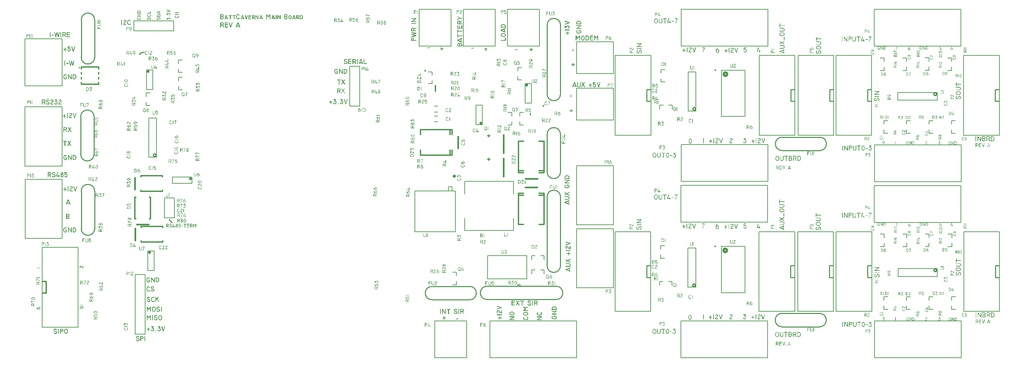
<source format=gto>
G04 Layer_Color=65535*
%FSLAX44Y44*%
%MOMM*%
G71*
G01*
G75*
%ADD17C,0.3000*%
%ADD18C,0.2540*%
%ADD40C,0.2500*%
%ADD57C,0.3500*%
%ADD58C,0.2000*%
%ADD59C,0.6000*%
%ADD60C,0.4000*%
%ADD61C,0.1270*%
G36*
X2348852Y649271D02*
X2348888Y649262D01*
X2348997Y649235D01*
X2349051Y649199D01*
X2349105Y649163D01*
X2349114Y649154D01*
X2349141Y649136D01*
X2349177Y649100D01*
X2349222Y649063D01*
X2349285Y649009D01*
X2349357Y648946D01*
X2349511Y648793D01*
X2349682Y648613D01*
X2349844Y648414D01*
X2349998Y648207D01*
X2350070Y648099D01*
X2350124Y647990D01*
Y647981D01*
X2350133Y647963D01*
X2350151Y647936D01*
X2350169Y647891D01*
X2350187Y647837D01*
X2350214Y647765D01*
X2350241Y647693D01*
X2350259Y647603D01*
X2350286Y647513D01*
X2350313Y647404D01*
X2350358Y647170D01*
X2350394Y646908D01*
X2350403Y646620D01*
Y646602D01*
Y646557D01*
X2350394Y646485D01*
X2350385Y646394D01*
X2350367Y646277D01*
X2350340Y646142D01*
X2350304Y645998D01*
X2350259Y645835D01*
X2350196Y645655D01*
X2350124Y645475D01*
X2350034Y645294D01*
X2349916Y645105D01*
X2349790Y644916D01*
X2349637Y644735D01*
X2349456Y644564D01*
X2349258Y644393D01*
X2349240Y644384D01*
X2349204Y644357D01*
X2349132Y644312D01*
X2349042Y644257D01*
X2348925Y644185D01*
X2348780Y644113D01*
X2348609Y644032D01*
X2348419Y643951D01*
X2348212Y643861D01*
X2347978Y643780D01*
X2347716Y643707D01*
X2347446Y643644D01*
X2347148Y643581D01*
X2346832Y643536D01*
X2346499Y643509D01*
X2346147Y643500D01*
X2346003D01*
X2345940Y643509D01*
X2345796Y643518D01*
X2345624Y643527D01*
X2345417Y643554D01*
X2345191Y643581D01*
X2344948Y643626D01*
X2344695Y643680D01*
X2344434Y643743D01*
X2344164Y643825D01*
X2343893Y643924D01*
X2343631Y644041D01*
X2343379Y644167D01*
X2343145Y644321D01*
X2342928Y644501D01*
X2342919Y644510D01*
X2342892Y644537D01*
X2342847Y644582D01*
X2342793Y644645D01*
X2342721Y644726D01*
X2342649Y644817D01*
X2342567Y644925D01*
X2342486Y645042D01*
X2342405Y645177D01*
X2342324Y645330D01*
X2342252Y645493D01*
X2342180Y645664D01*
X2342126Y645844D01*
X2342081Y646034D01*
X2342054Y646241D01*
X2342045Y646449D01*
Y646458D01*
Y646485D01*
Y646539D01*
Y646602D01*
X2342054Y646674D01*
X2342063Y646764D01*
Y646863D01*
X2342081Y646972D01*
X2342108Y647197D01*
X2342162Y647431D01*
X2342225Y647666D01*
X2342270Y647774D01*
X2342315Y647873D01*
Y647882D01*
X2342333Y647900D01*
X2342342Y647927D01*
X2342369Y647972D01*
X2342405Y648018D01*
X2342441Y648072D01*
X2342549Y648207D01*
X2342622Y648279D01*
X2342694Y648360D01*
X2342775Y648441D01*
X2342874Y648522D01*
X2342973Y648604D01*
X2343091Y648685D01*
X2343208Y648766D01*
X2343343Y648847D01*
X2343352D01*
X2343370Y648856D01*
X2343388Y648874D01*
X2343424Y648883D01*
X2343505Y648910D01*
X2343595Y648919D01*
X2343631D01*
X2343668Y648910D01*
X2343713Y648901D01*
X2343767Y648883D01*
X2343821Y648856D01*
X2343884Y648820D01*
X2343938Y648766D01*
X2343947Y648757D01*
X2343956Y648739D01*
X2343983Y648703D01*
X2344010Y648667D01*
X2344037Y648613D01*
X2344055Y648549D01*
X2344073Y648486D01*
X2344082Y648414D01*
Y648405D01*
Y648369D01*
X2344073Y648324D01*
X2344055Y648270D01*
X2344019Y648198D01*
X2343983Y648135D01*
X2343920Y648072D01*
X2343839Y648008D01*
X2343830D01*
X2343821Y647999D01*
X2343767Y647963D01*
X2343686Y647909D01*
X2343586Y647837D01*
X2343487Y647738D01*
X2343379Y647630D01*
X2343289Y647504D01*
X2343217Y647368D01*
X2343208Y647350D01*
X2343190Y647305D01*
X2343163Y647233D01*
X2343136Y647125D01*
X2343109Y646999D01*
X2343082Y646836D01*
X2343063Y646656D01*
X2343054Y646449D01*
Y646440D01*
Y646413D01*
Y646376D01*
X2343063Y646313D01*
X2343073Y646250D01*
X2343091Y646169D01*
X2343118Y646079D01*
X2343145Y645989D01*
X2343181Y645881D01*
X2343226Y645772D01*
X2343280Y645664D01*
X2343352Y645547D01*
X2343433Y645439D01*
X2343523Y645330D01*
X2343631Y645222D01*
X2343758Y645114D01*
X2343767Y645105D01*
X2343794Y645087D01*
X2343848Y645051D01*
X2343911Y645015D01*
X2343992Y644970D01*
X2344100Y644916D01*
X2344227Y644853D01*
X2344362Y644798D01*
X2344524Y644735D01*
X2344704Y644672D01*
X2344894Y644618D01*
X2345110Y644573D01*
X2345345Y644537D01*
X2345597Y644501D01*
X2345859Y644483D01*
X2346147Y644474D01*
X2346283D01*
X2346391Y644483D01*
X2346508Y644492D01*
X2346652Y644510D01*
X2346806Y644528D01*
X2346977Y644546D01*
X2347166Y644582D01*
X2347355Y644618D01*
X2347545Y644672D01*
X2347743Y644726D01*
X2347942Y644798D01*
X2348131Y644880D01*
X2348320Y644970D01*
X2348492Y645078D01*
X2348501Y645087D01*
X2348528Y645105D01*
X2348573Y645141D01*
X2348636Y645186D01*
X2348699Y645249D01*
X2348780Y645321D01*
X2348861Y645403D01*
X2348943Y645502D01*
X2349024Y645610D01*
X2349105Y645727D01*
X2349186Y645853D01*
X2349249Y645998D01*
X2349312Y646142D01*
X2349357Y646295D01*
X2349384Y646467D01*
X2349393Y646638D01*
Y646647D01*
Y646683D01*
X2349384Y646737D01*
X2349375Y646809D01*
X2349366Y646899D01*
X2349339Y646999D01*
X2349312Y647116D01*
X2349276Y647242D01*
X2349222Y647368D01*
X2349168Y647513D01*
X2349087Y647657D01*
X2348997Y647810D01*
X2348888Y647963D01*
X2348762Y648108D01*
X2348618Y648261D01*
X2348456Y648405D01*
X2348447Y648414D01*
X2348429Y648432D01*
X2348401Y648459D01*
X2348365Y648504D01*
X2348329Y648559D01*
X2348302Y648622D01*
X2348284Y648685D01*
X2348275Y648766D01*
Y648775D01*
Y648802D01*
X2348284Y648838D01*
X2348293Y648883D01*
X2348311Y648937D01*
X2348338Y648991D01*
X2348374Y649054D01*
X2348429Y649118D01*
X2348438Y649127D01*
X2348456Y649145D01*
X2348492Y649172D01*
X2348528Y649199D01*
X2348582Y649226D01*
X2348645Y649253D01*
X2348717Y649271D01*
X2348789Y649280D01*
X2348816D01*
X2348852Y649271D01*
D02*
G37*
G36*
X2347518Y655907D02*
X2347608D01*
X2347725Y655889D01*
X2347861Y655871D01*
X2348014Y655844D01*
X2348176Y655817D01*
X2348347Y655772D01*
X2348537Y655718D01*
X2348717Y655646D01*
X2348907Y655574D01*
X2349087Y655475D01*
X2349267Y655366D01*
X2349447Y655240D01*
X2349610Y655096D01*
X2349619Y655087D01*
X2349646Y655060D01*
X2349682Y655024D01*
X2349727Y654961D01*
X2349781Y654889D01*
X2349844Y654807D01*
X2349916Y654699D01*
X2349980Y654591D01*
X2350052Y654465D01*
X2350124Y654329D01*
X2350187Y654176D01*
X2350241Y654023D01*
X2350286Y653851D01*
X2350322Y653671D01*
X2350349Y653491D01*
X2350358Y653292D01*
Y653283D01*
Y653256D01*
Y653211D01*
X2350349Y653157D01*
X2350340Y653085D01*
X2350331Y653004D01*
X2350322Y652905D01*
X2350295Y652805D01*
X2350241Y652580D01*
X2350160Y652337D01*
X2350106Y652210D01*
X2350034Y652084D01*
X2349961Y651958D01*
X2349880Y651832D01*
X2349871Y651823D01*
X2349853Y651805D01*
X2349826Y651769D01*
X2349781Y651714D01*
X2349727Y651660D01*
X2349664Y651588D01*
X2349592Y651516D01*
X2349502Y651435D01*
X2349402Y651354D01*
X2349294Y651273D01*
X2349168Y651191D01*
X2349042Y651101D01*
X2348897Y651029D01*
X2348744Y650948D01*
X2348582Y650885D01*
X2348410Y650822D01*
X2348392D01*
X2348356Y650813D01*
X2348302Y650804D01*
X2348203D01*
X2348167Y650813D01*
X2348113Y650822D01*
X2348059Y650840D01*
X2348005Y650867D01*
X2347951Y650903D01*
X2347897Y650948D01*
X2347888Y650957D01*
X2347879Y650975D01*
X2347852Y651011D01*
X2347824Y651047D01*
X2347779Y651155D01*
X2347770Y651218D01*
X2347761Y651291D01*
Y651309D01*
X2347770Y651345D01*
X2347779Y651399D01*
X2347806Y651471D01*
X2347842Y651543D01*
X2347906Y651615D01*
X2347987Y651678D01*
X2348095Y651732D01*
X2348104D01*
X2348122Y651741D01*
X2348149Y651750D01*
X2348194Y651769D01*
X2348293Y651814D01*
X2348429Y651877D01*
X2348573Y651967D01*
X2348726Y652075D01*
X2348879Y652210D01*
X2349015Y652364D01*
Y652373D01*
X2349024Y652382D01*
X2349060Y652436D01*
X2349105Y652517D01*
X2349159Y652634D01*
X2349222Y652760D01*
X2349267Y652923D01*
X2349303Y653094D01*
X2349312Y653274D01*
Y653283D01*
Y653301D01*
Y653337D01*
X2349303Y653392D01*
X2349294Y653446D01*
X2349285Y653518D01*
X2349249Y653671D01*
X2349195Y653851D01*
X2349105Y654050D01*
X2349042Y654149D01*
X2348979Y654239D01*
X2348907Y654338D01*
X2348816Y654429D01*
X2348807Y654438D01*
X2348789Y654456D01*
X2348762Y654474D01*
X2348717Y654510D01*
X2348663Y654555D01*
X2348600Y654600D01*
X2348519Y654645D01*
X2348438Y654699D01*
X2348338Y654744D01*
X2348230Y654789D01*
X2348113Y654834D01*
X2347987Y654879D01*
X2347842Y654915D01*
X2347698Y654933D01*
X2347545Y654952D01*
X2347383Y654961D01*
X2347292D01*
X2347229Y654952D01*
X2347148Y654943D01*
X2347058Y654933D01*
X2346959Y654915D01*
X2346851Y654889D01*
X2346616Y654825D01*
X2346499Y654780D01*
X2346382Y654726D01*
X2346264Y654663D01*
X2346147Y654582D01*
X2346048Y654501D01*
X2345949Y654401D01*
X2345931Y654383D01*
X2345913Y654357D01*
X2345895Y654329D01*
X2345832Y654239D01*
X2345759Y654113D01*
X2345678Y653960D01*
X2345606Y653770D01*
X2345543Y653554D01*
X2345489Y653310D01*
Y653292D01*
Y653247D01*
X2345480Y653175D01*
Y653085D01*
X2345471Y652977D01*
X2345462Y652851D01*
X2345453Y652715D01*
X2345444Y652580D01*
Y652571D01*
Y652544D01*
X2345435Y652508D01*
X2345426Y652463D01*
X2345381Y652346D01*
X2345354Y652292D01*
X2345309Y652237D01*
X2345300Y652228D01*
X2345291Y652219D01*
X2345264Y652201D01*
X2345228Y652174D01*
X2345146Y652129D01*
X2345101Y652120D01*
X2345047Y652111D01*
X2345011D01*
X2344957Y652120D01*
X2344903Y652138D01*
X2344831Y652156D01*
X2344759Y652192D01*
X2344677Y652246D01*
X2344596Y652310D01*
X2343127Y653707D01*
Y651624D01*
Y651615D01*
Y651606D01*
X2343118Y651552D01*
X2343100Y651471D01*
X2343063Y651390D01*
X2343009Y651300D01*
X2342919Y651218D01*
X2342865Y651191D01*
X2342802Y651164D01*
X2342721Y651155D01*
X2342640Y651146D01*
X2342622D01*
X2342558Y651155D01*
X2342477Y651173D01*
X2342387Y651209D01*
X2342297Y651264D01*
X2342216Y651345D01*
X2342180Y651399D01*
X2342153Y651471D01*
X2342144Y651543D01*
X2342135Y651624D01*
X2342117Y655267D01*
Y655285D01*
Y655321D01*
X2342126Y655375D01*
X2342144Y655439D01*
X2342180Y655493D01*
X2342225Y655547D01*
X2342288Y655583D01*
X2342369Y655601D01*
X2342378D01*
X2342405Y655592D01*
X2342450Y655583D01*
X2342513Y655547D01*
X2342604Y655493D01*
X2342712Y655421D01*
X2342847Y655312D01*
X2342928Y655240D01*
X2343009Y655168D01*
X2344515Y653743D01*
Y653752D01*
X2344524Y653770D01*
Y653797D01*
X2344542Y653833D01*
X2344551Y653888D01*
X2344569Y653942D01*
X2344623Y654086D01*
X2344686Y654248D01*
X2344777Y654429D01*
X2344894Y654627D01*
X2345038Y654834D01*
X2345201Y655033D01*
X2345408Y655231D01*
X2345642Y655411D01*
X2345768Y655502D01*
X2345904Y655574D01*
X2346057Y655646D01*
X2346210Y655718D01*
X2346382Y655772D01*
X2346562Y655826D01*
X2346751Y655862D01*
X2346950Y655889D01*
X2347157Y655907D01*
X2347383Y655916D01*
X2347446D01*
X2347518Y655907D01*
D02*
G37*
G36*
X2237377Y581326D02*
X2237468Y581317D01*
X2237576Y581299D01*
X2237702Y581272D01*
X2237837Y581227D01*
X2237991Y581182D01*
X2238153Y581110D01*
X2238315Y581029D01*
X2238486Y580929D01*
X2238658Y580803D01*
X2238820Y580659D01*
X2238983Y580488D01*
X2239145Y580298D01*
X2239289Y580073D01*
X2239298Y580055D01*
X2239325Y580019D01*
X2239361Y579956D01*
X2239415Y579865D01*
X2239487Y579766D01*
X2239569Y579640D01*
X2239668Y579514D01*
X2239776Y579370D01*
X2239893Y579216D01*
X2240019Y579063D01*
X2240164Y578910D01*
X2240308Y578756D01*
X2240461Y578612D01*
X2240624Y578468D01*
X2240795Y578333D01*
X2240966Y578215D01*
X2240975D01*
X2240993Y578197D01*
X2241020Y578179D01*
X2241065Y578152D01*
X2241129Y578125D01*
X2241192Y578089D01*
X2241273Y578044D01*
X2241372Y577999D01*
X2241471Y577954D01*
X2241588Y577900D01*
X2241706Y577855D01*
X2241841Y577801D01*
X2241985Y577747D01*
X2242147Y577701D01*
X2242310Y577647D01*
X2242481Y577602D01*
Y580758D01*
Y580767D01*
Y580776D01*
X2242490Y580839D01*
X2242508Y580911D01*
X2242544Y581011D01*
X2242607Y581101D01*
X2242697Y581173D01*
X2242752Y581209D01*
X2242815Y581236D01*
X2242896Y581245D01*
X2242986Y581254D01*
X2243004D01*
X2243067Y581245D01*
X2243148Y581227D01*
X2243239Y581191D01*
X2243329Y581137D01*
X2243410Y581047D01*
X2243446Y580993D01*
X2243473Y580920D01*
X2243482Y580848D01*
X2243491Y580758D01*
Y576322D01*
X2243482D01*
X2243455Y576331D01*
X2243410Y576340D01*
X2243347Y576358D01*
X2243275Y576376D01*
X2243184Y576394D01*
X2243085Y576421D01*
X2242977Y576448D01*
X2242860Y576475D01*
X2242733Y576511D01*
X2242454Y576574D01*
X2242157Y576646D01*
X2241850Y576727D01*
X2241841D01*
X2241805Y576746D01*
X2241751Y576764D01*
X2241678Y576782D01*
X2241588Y576818D01*
X2241489Y576854D01*
X2241381Y576899D01*
X2241255Y576953D01*
X2240975Y577079D01*
X2240687Y577224D01*
X2240389Y577404D01*
X2240101Y577602D01*
X2240092Y577611D01*
X2240056Y577638D01*
X2240010Y577674D01*
X2239938Y577738D01*
X2239857Y577810D01*
X2239758Y577900D01*
X2239650Y578008D01*
X2239532Y578125D01*
X2239406Y578260D01*
X2239271Y578414D01*
X2239127Y578576D01*
X2238983Y578756D01*
X2238838Y578946D01*
X2238694Y579153D01*
X2238550Y579379D01*
X2238405Y579613D01*
X2238396Y579622D01*
X2238387Y579640D01*
X2238369Y579676D01*
X2238333Y579721D01*
X2238252Y579829D01*
X2238126Y579956D01*
X2237982Y580073D01*
X2237792Y580181D01*
X2237693Y580226D01*
X2237585Y580262D01*
X2237468Y580280D01*
X2237341Y580289D01*
X2237269D01*
X2237188Y580271D01*
X2237089Y580253D01*
X2236972Y580217D01*
X2236855Y580163D01*
X2236728Y580082D01*
X2236611Y579983D01*
X2236602Y579974D01*
X2236566Y579929D01*
X2236512Y579865D01*
X2236458Y579775D01*
X2236404Y579658D01*
X2236349Y579523D01*
X2236313Y579361D01*
X2236304Y579180D01*
Y579171D01*
Y579153D01*
Y579126D01*
Y579081D01*
X2236313Y578973D01*
X2236331Y578847D01*
X2236349Y578693D01*
X2236386Y578540D01*
X2236440Y578396D01*
X2236503Y578260D01*
X2236512Y578242D01*
X2236548Y578197D01*
X2236602Y578125D01*
X2236683Y578035D01*
X2236791Y577945D01*
X2236927Y577837D01*
X2237089Y577738D01*
X2237287Y577647D01*
X2237296Y577638D01*
X2237332Y577629D01*
X2237377Y577593D01*
X2237431Y577557D01*
X2237495Y577494D01*
X2237540Y577431D01*
X2237576Y577341D01*
X2237585Y577242D01*
Y577233D01*
Y577205D01*
X2237576Y577169D01*
X2237567Y577124D01*
X2237549Y577079D01*
X2237531Y577016D01*
X2237495Y576962D01*
X2237450Y576899D01*
X2237441Y576890D01*
X2237422Y576872D01*
X2237395Y576854D01*
X2237359Y576827D01*
X2237305Y576791D01*
X2237251Y576773D01*
X2237179Y576755D01*
X2237107Y576746D01*
X2237089D01*
X2237035Y576755D01*
X2236972Y576773D01*
X2236891Y576800D01*
X2236882D01*
X2236873Y576809D01*
X2236818Y576827D01*
X2236746Y576872D01*
X2236638Y576926D01*
X2236521Y576998D01*
X2236386Y577088D01*
X2236241Y577196D01*
X2236088Y577323D01*
X2235944Y577476D01*
X2235800Y577647D01*
X2235664Y577837D01*
X2235547Y578044D01*
X2235439Y578288D01*
X2235367Y578540D01*
X2235312Y578829D01*
X2235294Y578982D01*
Y579135D01*
Y579144D01*
Y579180D01*
Y579234D01*
X2235303Y579306D01*
X2235312Y579388D01*
X2235322Y579487D01*
X2235340Y579604D01*
X2235367Y579721D01*
X2235439Y579983D01*
X2235484Y580118D01*
X2235547Y580253D01*
X2235610Y580388D01*
X2235691Y580524D01*
X2235781Y580650D01*
X2235890Y580767D01*
X2235899Y580776D01*
X2235917Y580794D01*
X2235944Y580821D01*
X2235989Y580857D01*
X2236043Y580902D01*
X2236106Y580947D01*
X2236178Y581002D01*
X2236268Y581056D01*
X2236358Y581101D01*
X2236467Y581155D01*
X2236692Y581245D01*
X2236827Y581281D01*
X2236963Y581308D01*
X2237098Y581326D01*
X2237251Y581335D01*
X2237305D01*
X2237377Y581326D01*
D02*
G37*
G36*
X2186184Y566023D02*
X2186266Y566006D01*
X2186356Y565969D01*
X2186446Y565915D01*
X2186527Y565825D01*
X2186554Y565771D01*
X2186581Y565699D01*
X2186590Y565627D01*
X2186599Y565537D01*
Y565528D01*
Y565519D01*
X2186590Y565465D01*
X2186572Y565383D01*
X2186536Y565293D01*
X2186482Y565203D01*
X2186392Y565122D01*
X2186338Y565095D01*
X2186275Y565068D01*
X2186193Y565059D01*
X2186112Y565050D01*
X2178845D01*
X2178781Y565059D01*
X2178709Y565077D01*
X2178610Y565113D01*
X2178520Y565167D01*
X2178448Y565257D01*
X2178412Y565311D01*
X2178385Y565374D01*
X2178376Y565456D01*
X2178367Y565537D01*
Y565546D01*
Y565555D01*
X2178376Y565618D01*
X2178394Y565690D01*
X2178430Y565789D01*
X2178484Y565879D01*
X2178574Y565951D01*
X2178628Y565988D01*
X2178700Y566015D01*
X2178772Y566023D01*
X2178863Y566032D01*
X2186130D01*
X2186184Y566023D01*
D02*
G37*
G36*
X2242102Y574771D02*
X2242138Y574762D01*
X2242247Y574735D01*
X2242301Y574699D01*
X2242355Y574663D01*
X2242364Y574654D01*
X2242391Y574636D01*
X2242427Y574599D01*
X2242472Y574563D01*
X2242535Y574509D01*
X2242607Y574446D01*
X2242761Y574293D01*
X2242932Y574113D01*
X2243094Y573914D01*
X2243248Y573707D01*
X2243320Y573599D01*
X2243374Y573490D01*
Y573481D01*
X2243383Y573463D01*
X2243401Y573436D01*
X2243419Y573391D01*
X2243437Y573337D01*
X2243464Y573265D01*
X2243491Y573193D01*
X2243509Y573103D01*
X2243536Y573013D01*
X2243563Y572904D01*
X2243608Y572670D01*
X2243644Y572408D01*
X2243653Y572120D01*
Y572102D01*
Y572057D01*
X2243644Y571985D01*
X2243635Y571894D01*
X2243617Y571777D01*
X2243590Y571642D01*
X2243554Y571498D01*
X2243509Y571335D01*
X2243446Y571155D01*
X2243374Y570975D01*
X2243284Y570794D01*
X2243166Y570605D01*
X2243040Y570416D01*
X2242887Y570235D01*
X2242706Y570064D01*
X2242508Y569893D01*
X2242490Y569884D01*
X2242454Y569857D01*
X2242382Y569812D01*
X2242292Y569757D01*
X2242175Y569685D01*
X2242030Y569613D01*
X2241859Y569532D01*
X2241669Y569451D01*
X2241462Y569361D01*
X2241228Y569280D01*
X2240966Y569207D01*
X2240696Y569144D01*
X2240398Y569081D01*
X2240083Y569036D01*
X2239749Y569009D01*
X2239397Y569000D01*
X2239253D01*
X2239190Y569009D01*
X2239046Y569018D01*
X2238874Y569027D01*
X2238667Y569054D01*
X2238441Y569081D01*
X2238198Y569126D01*
X2237946Y569180D01*
X2237684Y569243D01*
X2237413Y569325D01*
X2237143Y569424D01*
X2236882Y569541D01*
X2236629Y569667D01*
X2236395Y569821D01*
X2236178Y570001D01*
X2236169Y570010D01*
X2236142Y570037D01*
X2236097Y570082D01*
X2236043Y570145D01*
X2235971Y570226D01*
X2235899Y570317D01*
X2235818Y570425D01*
X2235736Y570542D01*
X2235655Y570677D01*
X2235574Y570830D01*
X2235502Y570993D01*
X2235430Y571164D01*
X2235376Y571344D01*
X2235331Y571534D01*
X2235303Y571741D01*
X2235294Y571949D01*
Y571958D01*
Y571985D01*
Y572039D01*
Y572102D01*
X2235303Y572174D01*
X2235312Y572264D01*
Y572363D01*
X2235331Y572472D01*
X2235358Y572697D01*
X2235412Y572931D01*
X2235475Y573166D01*
X2235520Y573274D01*
X2235565Y573373D01*
Y573382D01*
X2235583Y573400D01*
X2235592Y573427D01*
X2235619Y573472D01*
X2235655Y573517D01*
X2235691Y573572D01*
X2235800Y573707D01*
X2235872Y573779D01*
X2235944Y573860D01*
X2236025Y573941D01*
X2236124Y574022D01*
X2236223Y574104D01*
X2236340Y574185D01*
X2236458Y574266D01*
X2236593Y574347D01*
X2236602D01*
X2236620Y574356D01*
X2236638Y574374D01*
X2236674Y574383D01*
X2236755Y574410D01*
X2236845Y574419D01*
X2236882D01*
X2236918Y574410D01*
X2236963Y574401D01*
X2237017Y574383D01*
X2237071Y574356D01*
X2237134Y574320D01*
X2237188Y574266D01*
X2237197Y574257D01*
X2237206Y574239D01*
X2237233Y574203D01*
X2237260Y574167D01*
X2237287Y574113D01*
X2237305Y574049D01*
X2237323Y573986D01*
X2237332Y573914D01*
Y573905D01*
Y573869D01*
X2237323Y573824D01*
X2237305Y573770D01*
X2237269Y573698D01*
X2237233Y573635D01*
X2237170Y573572D01*
X2237089Y573508D01*
X2237080D01*
X2237071Y573499D01*
X2237017Y573463D01*
X2236936Y573409D01*
X2236836Y573337D01*
X2236737Y573238D01*
X2236629Y573130D01*
X2236539Y573004D01*
X2236467Y572868D01*
X2236458Y572850D01*
X2236440Y572805D01*
X2236413Y572733D01*
X2236386Y572625D01*
X2236358Y572499D01*
X2236331Y572336D01*
X2236313Y572156D01*
X2236304Y571949D01*
Y571940D01*
Y571912D01*
Y571876D01*
X2236313Y571813D01*
X2236322Y571750D01*
X2236340Y571669D01*
X2236367Y571579D01*
X2236395Y571489D01*
X2236431Y571381D01*
X2236476Y571272D01*
X2236530Y571164D01*
X2236602Y571047D01*
X2236683Y570939D01*
X2236773Y570830D01*
X2236882Y570722D01*
X2237008Y570614D01*
X2237017Y570605D01*
X2237044Y570587D01*
X2237098Y570551D01*
X2237161Y570515D01*
X2237242Y570470D01*
X2237350Y570416D01*
X2237477Y570353D01*
X2237612Y570298D01*
X2237774Y570235D01*
X2237955Y570172D01*
X2238144Y570118D01*
X2238360Y570073D01*
X2238595Y570037D01*
X2238847Y570001D01*
X2239109Y569983D01*
X2239397Y569974D01*
X2239532D01*
X2239641Y569983D01*
X2239758Y569992D01*
X2239902Y570010D01*
X2240056Y570028D01*
X2240227Y570046D01*
X2240416Y570082D01*
X2240605Y570118D01*
X2240795Y570172D01*
X2240993Y570226D01*
X2241192Y570298D01*
X2241381Y570380D01*
X2241570Y570470D01*
X2241742Y570578D01*
X2241751Y570587D01*
X2241778Y570605D01*
X2241823Y570641D01*
X2241886Y570686D01*
X2241949Y570749D01*
X2242030Y570821D01*
X2242111Y570903D01*
X2242193Y571002D01*
X2242274Y571110D01*
X2242355Y571227D01*
X2242436Y571353D01*
X2242499Y571498D01*
X2242562Y571642D01*
X2242607Y571795D01*
X2242634Y571967D01*
X2242643Y572138D01*
Y572147D01*
Y572183D01*
X2242634Y572237D01*
X2242625Y572309D01*
X2242616Y572399D01*
X2242589Y572499D01*
X2242562Y572616D01*
X2242526Y572742D01*
X2242472Y572868D01*
X2242418Y573013D01*
X2242337Y573157D01*
X2242247Y573310D01*
X2242138Y573463D01*
X2242012Y573608D01*
X2241868Y573761D01*
X2241706Y573905D01*
X2241697Y573914D01*
X2241678Y573932D01*
X2241651Y573959D01*
X2241615Y574004D01*
X2241579Y574058D01*
X2241552Y574122D01*
X2241534Y574185D01*
X2241525Y574266D01*
Y574275D01*
Y574302D01*
X2241534Y574338D01*
X2241543Y574383D01*
X2241561Y574437D01*
X2241588Y574491D01*
X2241624Y574554D01*
X2241678Y574618D01*
X2241688Y574627D01*
X2241706Y574645D01*
X2241742Y574672D01*
X2241778Y574699D01*
X2241832Y574726D01*
X2241895Y574753D01*
X2241967Y574771D01*
X2242039Y574780D01*
X2242066D01*
X2242102Y574771D01*
D02*
G37*
G36*
X2390924Y563196D02*
X2391014Y563187D01*
X2391113D01*
X2391221Y563169D01*
X2391447Y563142D01*
X2391681Y563088D01*
X2391916Y563025D01*
X2392024Y562980D01*
X2392123Y562935D01*
X2392132D01*
X2392150Y562917D01*
X2392177Y562908D01*
X2392222Y562881D01*
X2392267Y562845D01*
X2392322Y562809D01*
X2392457Y562701D01*
X2392529Y562628D01*
X2392610Y562556D01*
X2392691Y562475D01*
X2392773Y562376D01*
X2392854Y562277D01*
X2392935Y562160D01*
X2393016Y562042D01*
X2393097Y561907D01*
Y561898D01*
X2393106Y561880D01*
X2393124Y561862D01*
X2393133Y561826D01*
X2393160Y561745D01*
X2393169Y561655D01*
Y561646D01*
Y561618D01*
X2393160Y561582D01*
X2393151Y561537D01*
X2393133Y561483D01*
X2393106Y561429D01*
X2393070Y561366D01*
X2393016Y561312D01*
X2393007Y561303D01*
X2392989Y561294D01*
X2392953Y561267D01*
X2392917Y561240D01*
X2392863Y561213D01*
X2392800Y561195D01*
X2392736Y561177D01*
X2392664Y561168D01*
X2392619D01*
X2392574Y561177D01*
X2392520Y561195D01*
X2392448Y561231D01*
X2392385Y561267D01*
X2392322Y561330D01*
X2392258Y561411D01*
Y561420D01*
X2392249Y561429D01*
X2392213Y561483D01*
X2392159Y561564D01*
X2392087Y561664D01*
X2391988Y561763D01*
X2391880Y561871D01*
X2391754Y561961D01*
X2391618Y562033D01*
X2391600Y562042D01*
X2391555Y562060D01*
X2391483Y562087D01*
X2391375Y562114D01*
X2391249Y562141D01*
X2391086Y562169D01*
X2390906Y562187D01*
X2390699Y562196D01*
X2390626D01*
X2390563Y562187D01*
X2390500Y562178D01*
X2390419Y562160D01*
X2390329Y562132D01*
X2390239Y562105D01*
X2390130Y562069D01*
X2390022Y562024D01*
X2389914Y561970D01*
X2389797Y561898D01*
X2389689Y561817D01*
X2389580Y561727D01*
X2389472Y561618D01*
X2389364Y561492D01*
X2389355Y561483D01*
X2389337Y561456D01*
X2389301Y561402D01*
X2389265Y561339D01*
X2389220Y561258D01*
X2389166Y561150D01*
X2389102Y561023D01*
X2389048Y560888D01*
X2388985Y560726D01*
X2388922Y560545D01*
X2388868Y560356D01*
X2388823Y560140D01*
X2388787Y559905D01*
X2388751Y559653D01*
X2388733Y559391D01*
X2388724Y559103D01*
Y559085D01*
Y559040D01*
Y558968D01*
X2388733Y558859D01*
X2388742Y558742D01*
X2388760Y558598D01*
X2388778Y558445D01*
X2388796Y558273D01*
X2388832Y558084D01*
X2388868Y557894D01*
X2388922Y557705D01*
X2388976Y557507D01*
X2389048Y557308D01*
X2389130Y557119D01*
X2389220Y556930D01*
X2389328Y556758D01*
X2389337Y556749D01*
X2389355Y556722D01*
X2389391Y556677D01*
X2389436Y556614D01*
X2389499Y556551D01*
X2389571Y556470D01*
X2389653Y556389D01*
X2389752Y556307D01*
X2389860Y556226D01*
X2389977Y556145D01*
X2390103Y556064D01*
X2390248Y556001D01*
X2390392Y555938D01*
X2390545Y555893D01*
X2390717Y555866D01*
X2390888Y555857D01*
X2390933D01*
X2390987Y555866D01*
X2391059Y555875D01*
X2391149Y555884D01*
X2391249Y555911D01*
X2391366Y555938D01*
X2391492Y555974D01*
X2391618Y556028D01*
X2391763Y556082D01*
X2391907Y556163D01*
X2392060Y556253D01*
X2392213Y556362D01*
X2392358Y556488D01*
X2392511Y556632D01*
X2392655Y556794D01*
X2392664Y556803D01*
X2392682Y556821D01*
X2392709Y556848D01*
X2392754Y556884D01*
X2392809Y556921D01*
X2392872Y556948D01*
X2392935Y556966D01*
X2393016Y556975D01*
X2393052D01*
X2393088Y556966D01*
X2393133Y556957D01*
X2393187Y556939D01*
X2393241Y556912D01*
X2393304Y556875D01*
X2393368Y556821D01*
X2393377Y556812D01*
X2393395Y556794D01*
X2393422Y556758D01*
X2393449Y556722D01*
X2393476Y556668D01*
X2393503Y556605D01*
X2393521Y556533D01*
X2393530Y556461D01*
Y556452D01*
Y556434D01*
X2393521Y556398D01*
X2393512Y556362D01*
X2393485Y556253D01*
X2393449Y556199D01*
X2393413Y556145D01*
X2393404Y556136D01*
X2393386Y556109D01*
X2393349Y556073D01*
X2393313Y556028D01*
X2393259Y555965D01*
X2393196Y555893D01*
X2393043Y555739D01*
X2392863Y555568D01*
X2392664Y555406D01*
X2392457Y555252D01*
X2392349Y555180D01*
X2392240Y555126D01*
X2392231D01*
X2392213Y555117D01*
X2392186Y555099D01*
X2392141Y555081D01*
X2392087Y555063D01*
X2392015Y555036D01*
X2391943Y555009D01*
X2391853Y554991D01*
X2391763Y554964D01*
X2391654Y554937D01*
X2391420Y554892D01*
X2391158Y554856D01*
X2390870Y554847D01*
X2390807D01*
X2390735Y554856D01*
X2390644Y554865D01*
X2390527Y554883D01*
X2390392Y554910D01*
X2390248Y554946D01*
X2390085Y554991D01*
X2389905Y555054D01*
X2389725Y555126D01*
X2389544Y555216D01*
X2389355Y555334D01*
X2389166Y555460D01*
X2388985Y555613D01*
X2388814Y555793D01*
X2388643Y555992D01*
X2388634Y556010D01*
X2388607Y556046D01*
X2388562Y556118D01*
X2388507Y556208D01*
X2388435Y556325D01*
X2388363Y556470D01*
X2388282Y556641D01*
X2388201Y556830D01*
X2388111Y557038D01*
X2388029Y557272D01*
X2387957Y557534D01*
X2387894Y557804D01*
X2387831Y558102D01*
X2387786Y558417D01*
X2387759Y558751D01*
X2387750Y559103D01*
Y559112D01*
Y559130D01*
Y559157D01*
Y559193D01*
Y559247D01*
X2387759Y559310D01*
X2387768Y559454D01*
X2387777Y559626D01*
X2387804Y559833D01*
X2387831Y560059D01*
X2387876Y560302D01*
X2387930Y560555D01*
X2387993Y560816D01*
X2388075Y561087D01*
X2388174Y561357D01*
X2388291Y561618D01*
X2388417Y561871D01*
X2388571Y562105D01*
X2388751Y562322D01*
X2388760Y562331D01*
X2388787Y562358D01*
X2388832Y562403D01*
X2388895Y562457D01*
X2388976Y562529D01*
X2389066Y562601D01*
X2389175Y562682D01*
X2389292Y562764D01*
X2389427Y562845D01*
X2389580Y562926D01*
X2389743Y562998D01*
X2389914Y563070D01*
X2390094Y563124D01*
X2390284Y563169D01*
X2390491Y563196D01*
X2390699Y563205D01*
X2390852D01*
X2390924Y563196D01*
D02*
G37*
G36*
X2370708Y766332D02*
X2370742Y766323D01*
X2370842Y766299D01*
X2370892Y766265D01*
X2370942Y766232D01*
X2370950Y766224D01*
X2370975Y766207D01*
X2371008Y766173D01*
X2371050Y766140D01*
X2371108Y766090D01*
X2371175Y766032D01*
X2371317Y765890D01*
X2371475Y765724D01*
X2371625Y765540D01*
X2371767Y765349D01*
X2371833Y765249D01*
X2371883Y765149D01*
Y765141D01*
X2371892Y765124D01*
X2371908Y765099D01*
X2371925Y765057D01*
X2371942Y765007D01*
X2371967Y764940D01*
X2371991Y764874D01*
X2372008Y764790D01*
X2372033Y764707D01*
X2372058Y764607D01*
X2372100Y764391D01*
X2372133Y764149D01*
X2372142Y763882D01*
Y763866D01*
Y763824D01*
X2372133Y763757D01*
X2372125Y763674D01*
X2372108Y763566D01*
X2372083Y763441D01*
X2372050Y763308D01*
X2372008Y763158D01*
X2371950Y762991D01*
X2371883Y762824D01*
X2371800Y762658D01*
X2371692Y762483D01*
X2371575Y762308D01*
X2371433Y762141D01*
X2371267Y761983D01*
X2371083Y761825D01*
X2371067Y761816D01*
X2371033Y761791D01*
X2370967Y761750D01*
X2370883Y761700D01*
X2370775Y761633D01*
X2370642Y761566D01*
X2370484Y761491D01*
X2370309Y761416D01*
X2370117Y761333D01*
X2369900Y761258D01*
X2369659Y761191D01*
X2369409Y761133D01*
X2369134Y761075D01*
X2368842Y761033D01*
X2368534Y761008D01*
X2368209Y761000D01*
X2368076D01*
X2368018Y761008D01*
X2367884Y761016D01*
X2367726Y761025D01*
X2367534Y761050D01*
X2367326Y761075D01*
X2367101Y761116D01*
X2366868Y761167D01*
X2366626Y761225D01*
X2366376Y761300D01*
X2366126Y761391D01*
X2365885Y761500D01*
X2365652Y761616D01*
X2365435Y761758D01*
X2365235Y761925D01*
X2365227Y761933D01*
X2365202Y761958D01*
X2365160Y762000D01*
X2365110Y762058D01*
X2365043Y762133D01*
X2364977Y762216D01*
X2364902Y762316D01*
X2364827Y762424D01*
X2364752Y762550D01*
X2364677Y762691D01*
X2364610Y762841D01*
X2364543Y762999D01*
X2364494Y763166D01*
X2364452Y763341D01*
X2364427Y763532D01*
X2364418Y763724D01*
Y763733D01*
Y763757D01*
Y763808D01*
Y763866D01*
X2364427Y763932D01*
X2364435Y764016D01*
Y764107D01*
X2364452Y764207D01*
X2364477Y764416D01*
X2364527Y764632D01*
X2364585Y764849D01*
X2364627Y764949D01*
X2364668Y765041D01*
Y765049D01*
X2364685Y765066D01*
X2364693Y765090D01*
X2364718Y765132D01*
X2364752Y765174D01*
X2364785Y765224D01*
X2364885Y765349D01*
X2364952Y765415D01*
X2365018Y765490D01*
X2365093Y765565D01*
X2365185Y765640D01*
X2365277Y765715D01*
X2365385Y765790D01*
X2365493Y765865D01*
X2365618Y765940D01*
X2365627D01*
X2365643Y765949D01*
X2365660Y765965D01*
X2365693Y765974D01*
X2365768Y765999D01*
X2365851Y766007D01*
X2365885D01*
X2365918Y765999D01*
X2365960Y765990D01*
X2366010Y765974D01*
X2366060Y765949D01*
X2366118Y765915D01*
X2366168Y765865D01*
X2366176Y765857D01*
X2366185Y765840D01*
X2366210Y765807D01*
X2366235Y765774D01*
X2366260Y765724D01*
X2366276Y765665D01*
X2366293Y765607D01*
X2366301Y765540D01*
Y765532D01*
Y765499D01*
X2366293Y765457D01*
X2366276Y765407D01*
X2366243Y765340D01*
X2366210Y765282D01*
X2366151Y765224D01*
X2366076Y765165D01*
X2366068D01*
X2366060Y765157D01*
X2366010Y765124D01*
X2365935Y765074D01*
X2365843Y765007D01*
X2365751Y764915D01*
X2365652Y764816D01*
X2365568Y764699D01*
X2365502Y764574D01*
X2365493Y764557D01*
X2365477Y764516D01*
X2365452Y764449D01*
X2365427Y764349D01*
X2365402Y764232D01*
X2365377Y764082D01*
X2365360Y763916D01*
X2365352Y763724D01*
Y763716D01*
Y763691D01*
Y763658D01*
X2365360Y763599D01*
X2365368Y763541D01*
X2365385Y763466D01*
X2365410Y763383D01*
X2365435Y763299D01*
X2365468Y763199D01*
X2365510Y763099D01*
X2365560Y762999D01*
X2365627Y762891D01*
X2365701Y762791D01*
X2365785Y762691D01*
X2365885Y762591D01*
X2366001Y762491D01*
X2366010Y762483D01*
X2366035Y762466D01*
X2366085Y762433D01*
X2366143Y762400D01*
X2366218Y762358D01*
X2366318Y762308D01*
X2366435Y762250D01*
X2366560Y762199D01*
X2366710Y762141D01*
X2366876Y762083D01*
X2367051Y762033D01*
X2367251Y761991D01*
X2367468Y761958D01*
X2367701Y761925D01*
X2367943Y761908D01*
X2368209Y761900D01*
X2368334D01*
X2368434Y761908D01*
X2368542Y761916D01*
X2368676Y761933D01*
X2368817Y761950D01*
X2368976Y761966D01*
X2369151Y762000D01*
X2369326Y762033D01*
X2369500Y762083D01*
X2369684Y762133D01*
X2369867Y762199D01*
X2370042Y762274D01*
X2370217Y762358D01*
X2370375Y762458D01*
X2370384Y762466D01*
X2370409Y762483D01*
X2370450Y762516D01*
X2370509Y762558D01*
X2370567Y762616D01*
X2370642Y762683D01*
X2370717Y762758D01*
X2370792Y762849D01*
X2370867Y762949D01*
X2370942Y763058D01*
X2371017Y763174D01*
X2371075Y763308D01*
X2371133Y763441D01*
X2371175Y763583D01*
X2371200Y763741D01*
X2371208Y763899D01*
Y763907D01*
Y763941D01*
X2371200Y763991D01*
X2371192Y764057D01*
X2371183Y764141D01*
X2371158Y764232D01*
X2371133Y764341D01*
X2371100Y764457D01*
X2371050Y764574D01*
X2371000Y764707D01*
X2370925Y764840D01*
X2370842Y764982D01*
X2370742Y765124D01*
X2370625Y765257D01*
X2370492Y765399D01*
X2370342Y765532D01*
X2370334Y765540D01*
X2370317Y765557D01*
X2370292Y765582D01*
X2370259Y765624D01*
X2370225Y765674D01*
X2370200Y765732D01*
X2370184Y765790D01*
X2370175Y765865D01*
Y765874D01*
Y765899D01*
X2370184Y765932D01*
X2370192Y765974D01*
X2370209Y766024D01*
X2370234Y766074D01*
X2370267Y766132D01*
X2370317Y766190D01*
X2370325Y766199D01*
X2370342Y766215D01*
X2370375Y766240D01*
X2370409Y766265D01*
X2370459Y766290D01*
X2370517Y766315D01*
X2370584Y766332D01*
X2370650Y766340D01*
X2370675D01*
X2370708Y766332D01*
D02*
G37*
G36*
X2399111Y563115D02*
X2399184Y563097D01*
X2399283Y563061D01*
X2399373Y563007D01*
X2399445Y562917D01*
X2399481Y562863D01*
X2399508Y562791D01*
X2399517Y562719D01*
X2399526Y562628D01*
Y562619D01*
Y562610D01*
X2399517Y562547D01*
X2399499Y562475D01*
X2399463Y562385D01*
X2399409Y562286D01*
X2399319Y562214D01*
X2399265Y562178D01*
X2399193Y562150D01*
X2399120Y562141D01*
X2399030Y562132D01*
X2396253D01*
Y560392D01*
X2396262D01*
X2396280Y560401D01*
X2396307Y560419D01*
X2396352Y560428D01*
X2396406Y560455D01*
X2396469Y560473D01*
X2396542Y560491D01*
X2396623Y560518D01*
X2396812Y560564D01*
X2397038Y560609D01*
X2397290Y560636D01*
X2397569Y560645D01*
X2397615D01*
X2397669Y560636D01*
X2397741D01*
X2397822Y560618D01*
X2397921Y560600D01*
X2398038Y560573D01*
X2398165Y560536D01*
X2398300Y560491D01*
X2398435Y560437D01*
X2398588Y560365D01*
X2398742Y560284D01*
X2398895Y560185D01*
X2399048Y560067D01*
X2399193Y559941D01*
X2399346Y559788D01*
X2399355Y559779D01*
X2399382Y559752D01*
X2399418Y559698D01*
X2399472Y559635D01*
X2399526Y559554D01*
X2399598Y559454D01*
X2399661Y559346D01*
X2399743Y559211D01*
X2399815Y559076D01*
X2399887Y558922D01*
X2399950Y558751D01*
X2400004Y558571D01*
X2400058Y558390D01*
X2400094Y558192D01*
X2400121Y557985D01*
X2400130Y557768D01*
Y557759D01*
Y557714D01*
Y557651D01*
X2400121Y557570D01*
X2400112Y557462D01*
X2400103Y557344D01*
X2400085Y557209D01*
X2400058Y557065D01*
X2399995Y556758D01*
X2399950Y556587D01*
X2399887Y556425D01*
X2399824Y556262D01*
X2399752Y556100D01*
X2399661Y555938D01*
X2399562Y555793D01*
X2399553Y555784D01*
X2399535Y555757D01*
X2399499Y555721D01*
X2399445Y555667D01*
X2399382Y555604D01*
X2399301Y555532D01*
X2399211Y555451D01*
X2399102Y555370D01*
X2398985Y555289D01*
X2398850Y555207D01*
X2398706Y555135D01*
X2398543Y555063D01*
X2398372Y555000D01*
X2398192Y554946D01*
X2397993Y554910D01*
X2397777Y554883D01*
X2397542D01*
X2397452Y554892D01*
X2397344Y554910D01*
X2397227Y554928D01*
X2396974Y554982D01*
X2396839Y555027D01*
X2396704Y555081D01*
X2396560Y555144D01*
X2396415Y555216D01*
X2396280Y555307D01*
X2396145Y555406D01*
X2396136Y555415D01*
X2396118Y555433D01*
X2396082Y555460D01*
X2396037Y555505D01*
X2395983Y555559D01*
X2395919Y555631D01*
X2395847Y555703D01*
X2395775Y555793D01*
X2395694Y555893D01*
X2395613Y556001D01*
X2395532Y556127D01*
X2395450Y556262D01*
X2395369Y556398D01*
X2395297Y556551D01*
X2395225Y556713D01*
X2395162Y556884D01*
X2395153Y556903D01*
X2395144Y556939D01*
X2395135Y557002D01*
X2395126Y557074D01*
Y557083D01*
Y557110D01*
X2395135Y557146D01*
X2395144Y557191D01*
X2395162Y557245D01*
X2395189Y557299D01*
X2395225Y557353D01*
X2395279Y557407D01*
X2395288Y557416D01*
X2395306Y557435D01*
X2395342Y557453D01*
X2395378Y557480D01*
X2395432Y557507D01*
X2395496Y557534D01*
X2395568Y557543D01*
X2395640Y557552D01*
X2395658D01*
X2395694Y557543D01*
X2395748Y557534D01*
X2395811Y557516D01*
X2395883Y557471D01*
X2395956Y557416D01*
X2396019Y557335D01*
X2396073Y557227D01*
X2396082Y557209D01*
X2396100Y557164D01*
X2396127Y557101D01*
X2396172Y557011D01*
X2396226Y556903D01*
X2396298Y556785D01*
X2396379Y556659D01*
X2396469Y556533D01*
X2396578Y556407D01*
X2396704Y556280D01*
X2396830Y556172D01*
X2396983Y556073D01*
X2397146Y555992D01*
X2397317Y555929D01*
X2397506Y555893D01*
X2397750D01*
X2397786Y555902D01*
X2397831Y555911D01*
X2397894Y555920D01*
X2397966Y555938D01*
X2398120Y555983D01*
X2398300Y556055D01*
X2398390Y556109D01*
X2398489Y556163D01*
X2398579Y556226D01*
X2398661Y556307D01*
X2398751Y556389D01*
X2398823Y556488D01*
Y556497D01*
X2398841Y556515D01*
X2398859Y556542D01*
X2398877Y556578D01*
X2398904Y556632D01*
X2398931Y556686D01*
X2398967Y556758D01*
X2399003Y556839D01*
X2399030Y556930D01*
X2399066Y557020D01*
X2399120Y557245D01*
X2399156Y557489D01*
X2399174Y557768D01*
Y557777D01*
Y557804D01*
Y557840D01*
X2399165Y557894D01*
X2399156Y557958D01*
X2399147Y558039D01*
X2399138Y558120D01*
X2399111Y558219D01*
X2399057Y558417D01*
X2398967Y558643D01*
X2398913Y558751D01*
X2398850Y558859D01*
X2398778Y558968D01*
X2398688Y559076D01*
X2398679Y559085D01*
X2398670Y559103D01*
X2398642Y559130D01*
X2398607Y559166D01*
X2398561Y559202D01*
X2398507Y559256D01*
X2398372Y559355D01*
X2398201Y559454D01*
X2398011Y559545D01*
X2397912Y559581D01*
X2397804Y559608D01*
X2397687Y559626D01*
X2397569Y559635D01*
X2397488D01*
X2397425Y559626D01*
X2397353D01*
X2397263Y559608D01*
X2397164Y559599D01*
X2397065Y559581D01*
X2396839Y559526D01*
X2396596Y559445D01*
X2396478Y559391D01*
X2396361Y559337D01*
X2396253Y559265D01*
X2396145Y559184D01*
X2396136Y559175D01*
X2396100Y559148D01*
X2396046Y559112D01*
X2395983Y559076D01*
X2395910Y559031D01*
X2395829Y558994D01*
X2395757Y558968D01*
X2395685Y558958D01*
X2395667D01*
X2395622Y558968D01*
X2395559Y558985D01*
X2395496Y559012D01*
X2395423Y559067D01*
X2395360Y559148D01*
X2395333Y559193D01*
X2395315Y559256D01*
X2395306Y559319D01*
X2395297Y559400D01*
Y563124D01*
X2399048D01*
X2399111Y563115D01*
D02*
G37*
G36*
X2299709Y572332D02*
X2299742Y572324D01*
X2299842Y572299D01*
X2299892Y572265D01*
X2299942Y572232D01*
X2299950Y572224D01*
X2299975Y572207D01*
X2300009Y572174D01*
X2300050Y572140D01*
X2300109Y572090D01*
X2300175Y572032D01*
X2300317Y571890D01*
X2300475Y571724D01*
X2300625Y571540D01*
X2300767Y571349D01*
X2300833Y571249D01*
X2300883Y571149D01*
Y571141D01*
X2300892Y571124D01*
X2300908Y571099D01*
X2300925Y571057D01*
X2300942Y571007D01*
X2300967Y570941D01*
X2300992Y570874D01*
X2301008Y570791D01*
X2301033Y570707D01*
X2301058Y570607D01*
X2301100Y570391D01*
X2301133Y570149D01*
X2301142Y569883D01*
Y569866D01*
Y569824D01*
X2301133Y569758D01*
X2301125Y569674D01*
X2301108Y569566D01*
X2301083Y569441D01*
X2301050Y569308D01*
X2301008Y569158D01*
X2300950Y568991D01*
X2300883Y568825D01*
X2300800Y568658D01*
X2300692Y568483D01*
X2300575Y568308D01*
X2300434Y568141D01*
X2300267Y567983D01*
X2300084Y567825D01*
X2300067Y567816D01*
X2300034Y567791D01*
X2299967Y567750D01*
X2299884Y567700D01*
X2299775Y567633D01*
X2299642Y567566D01*
X2299484Y567491D01*
X2299309Y567416D01*
X2299117Y567333D01*
X2298900Y567258D01*
X2298659Y567192D01*
X2298409Y567133D01*
X2298134Y567075D01*
X2297843Y567033D01*
X2297534Y567008D01*
X2297209Y567000D01*
X2297076D01*
X2297018Y567008D01*
X2296884Y567017D01*
X2296726Y567025D01*
X2296534Y567050D01*
X2296326Y567075D01*
X2296101Y567117D01*
X2295868Y567167D01*
X2295626Y567225D01*
X2295376Y567300D01*
X2295126Y567392D01*
X2294885Y567500D01*
X2294652Y567617D01*
X2294435Y567758D01*
X2294235Y567925D01*
X2294227Y567933D01*
X2294202Y567958D01*
X2294160Y568000D01*
X2294110Y568058D01*
X2294043Y568133D01*
X2293977Y568216D01*
X2293902Y568316D01*
X2293827Y568425D01*
X2293752Y568550D01*
X2293677Y568691D01*
X2293610Y568841D01*
X2293544Y568999D01*
X2293494Y569166D01*
X2293452Y569341D01*
X2293427Y569533D01*
X2293419Y569724D01*
Y569733D01*
Y569758D01*
Y569808D01*
Y569866D01*
X2293427Y569933D01*
X2293435Y570016D01*
Y570107D01*
X2293452Y570207D01*
X2293477Y570416D01*
X2293527Y570632D01*
X2293585Y570849D01*
X2293627Y570949D01*
X2293669Y571041D01*
Y571049D01*
X2293685Y571066D01*
X2293694Y571091D01*
X2293719Y571132D01*
X2293752Y571174D01*
X2293785Y571224D01*
X2293885Y571349D01*
X2293952Y571415D01*
X2294018Y571491D01*
X2294093Y571566D01*
X2294185Y571641D01*
X2294277Y571715D01*
X2294385Y571790D01*
X2294493Y571865D01*
X2294618Y571940D01*
X2294627D01*
X2294643Y571949D01*
X2294660Y571965D01*
X2294693Y571974D01*
X2294768Y571999D01*
X2294852Y572007D01*
X2294885D01*
X2294918Y571999D01*
X2294960Y571990D01*
X2295010Y571974D01*
X2295060Y571949D01*
X2295118Y571915D01*
X2295168Y571865D01*
X2295177Y571857D01*
X2295185Y571840D01*
X2295210Y571807D01*
X2295235Y571774D01*
X2295260Y571724D01*
X2295276Y571665D01*
X2295293Y571607D01*
X2295302Y571540D01*
Y571532D01*
Y571499D01*
X2295293Y571457D01*
X2295276Y571407D01*
X2295243Y571340D01*
X2295210Y571282D01*
X2295152Y571224D01*
X2295076Y571166D01*
X2295068D01*
X2295060Y571157D01*
X2295010Y571124D01*
X2294935Y571074D01*
X2294843Y571007D01*
X2294752Y570916D01*
X2294652Y570816D01*
X2294568Y570699D01*
X2294502Y570574D01*
X2294493Y570557D01*
X2294477Y570516D01*
X2294452Y570449D01*
X2294427Y570349D01*
X2294402Y570233D01*
X2294377Y570083D01*
X2294360Y569916D01*
X2294352Y569724D01*
Y569716D01*
Y569691D01*
Y569658D01*
X2294360Y569599D01*
X2294368Y569541D01*
X2294385Y569466D01*
X2294410Y569383D01*
X2294435Y569299D01*
X2294468Y569199D01*
X2294510Y569099D01*
X2294560Y568999D01*
X2294627Y568891D01*
X2294702Y568791D01*
X2294785Y568691D01*
X2294885Y568591D01*
X2295002Y568491D01*
X2295010Y568483D01*
X2295035Y568466D01*
X2295085Y568433D01*
X2295143Y568400D01*
X2295218Y568358D01*
X2295318Y568308D01*
X2295435Y568250D01*
X2295560Y568200D01*
X2295710Y568141D01*
X2295876Y568083D01*
X2296051Y568033D01*
X2296251Y567991D01*
X2296468Y567958D01*
X2296701Y567925D01*
X2296943Y567908D01*
X2297209Y567900D01*
X2297334D01*
X2297434Y567908D01*
X2297543Y567916D01*
X2297676Y567933D01*
X2297818Y567950D01*
X2297976Y567966D01*
X2298151Y568000D01*
X2298326Y568033D01*
X2298501Y568083D01*
X2298684Y568133D01*
X2298867Y568200D01*
X2299042Y568275D01*
X2299217Y568358D01*
X2299375Y568458D01*
X2299384Y568466D01*
X2299409Y568483D01*
X2299450Y568516D01*
X2299509Y568558D01*
X2299567Y568616D01*
X2299642Y568683D01*
X2299717Y568758D01*
X2299792Y568849D01*
X2299867Y568950D01*
X2299942Y569058D01*
X2300017Y569174D01*
X2300075Y569308D01*
X2300134Y569441D01*
X2300175Y569583D01*
X2300200Y569741D01*
X2300208Y569899D01*
Y569908D01*
Y569941D01*
X2300200Y569991D01*
X2300192Y570057D01*
X2300184Y570141D01*
X2300159Y570233D01*
X2300134Y570341D01*
X2300100Y570457D01*
X2300050Y570574D01*
X2300000Y570707D01*
X2299925Y570841D01*
X2299842Y570982D01*
X2299742Y571124D01*
X2299625Y571257D01*
X2299492Y571399D01*
X2299342Y571532D01*
X2299334Y571540D01*
X2299317Y571557D01*
X2299292Y571582D01*
X2299259Y571624D01*
X2299225Y571674D01*
X2299200Y571732D01*
X2299184Y571790D01*
X2299176Y571865D01*
Y571874D01*
Y571899D01*
X2299184Y571932D01*
X2299192Y571974D01*
X2299209Y572024D01*
X2299234Y572074D01*
X2299267Y572132D01*
X2299317Y572190D01*
X2299325Y572199D01*
X2299342Y572215D01*
X2299375Y572240D01*
X2299409Y572265D01*
X2299459Y572290D01*
X2299517Y572315D01*
X2299584Y572332D01*
X2299650Y572340D01*
X2299675D01*
X2299709Y572332D01*
D02*
G37*
G36*
X2299525Y578989D02*
X2299600Y578972D01*
X2299684Y578939D01*
X2299767Y578889D01*
X2299842Y578805D01*
X2299875Y578755D01*
X2299900Y578689D01*
X2299909Y578622D01*
X2299917Y578539D01*
Y577930D01*
X2300658D01*
X2300717Y577922D01*
X2300783Y577906D01*
X2300867Y577872D01*
X2300958Y577822D01*
X2301025Y577739D01*
X2301058Y577689D01*
X2301083Y577622D01*
X2301092Y577556D01*
X2301100Y577472D01*
Y577464D01*
Y577456D01*
X2301092Y577406D01*
X2301075Y577331D01*
X2301042Y577247D01*
X2300992Y577164D01*
X2300908Y577089D01*
X2300850Y577064D01*
X2300792Y577039D01*
X2300725Y577031D01*
X2300642Y577022D01*
X2299917D01*
Y573823D01*
Y573807D01*
X2299909Y573773D01*
X2299892Y573723D01*
X2299859Y573673D01*
X2299800Y573615D01*
X2299759Y573590D01*
X2299709Y573565D01*
X2299659Y573540D01*
X2299592Y573532D01*
X2299517Y573515D01*
X2299359D01*
X2299300Y573523D01*
X2299242Y573532D01*
X2299176Y573540D01*
X2299026Y573573D01*
X2293785Y575398D01*
X2293768Y575406D01*
X2293735Y575423D01*
X2293685Y575448D01*
X2293627Y575490D01*
X2293569Y575548D01*
X2293519Y575614D01*
X2293485Y575706D01*
X2293469Y575806D01*
Y575814D01*
Y575839D01*
X2293477Y575873D01*
X2293485Y575923D01*
X2293502Y575973D01*
X2293527Y576031D01*
X2293560Y576089D01*
X2293602Y576148D01*
X2293610Y576156D01*
X2293627Y576173D01*
X2293652Y576198D01*
X2293694Y576231D01*
X2293743Y576256D01*
X2293793Y576281D01*
X2293860Y576298D01*
X2293927Y576306D01*
X2293943D01*
X2293985Y576298D01*
X2294035Y576289D01*
X2294093Y576264D01*
X2298984Y574590D01*
Y577022D01*
X2297684D01*
X2297626Y577031D01*
X2297551Y577047D01*
X2297468Y577081D01*
X2297384Y577131D01*
X2297309Y577214D01*
X2297276Y577264D01*
X2297251Y577322D01*
X2297243Y577397D01*
X2297234Y577472D01*
Y577481D01*
Y577489D01*
X2297243Y577547D01*
X2297259Y577614D01*
X2297293Y577706D01*
X2297351Y577789D01*
X2297434Y577855D01*
X2297484Y577889D01*
X2297543Y577914D01*
X2297617Y577922D01*
X2297701Y577930D01*
X2298984D01*
Y578539D01*
Y578547D01*
Y578555D01*
X2298992Y578614D01*
X2299009Y578680D01*
X2299042Y578772D01*
X2299100Y578855D01*
X2299184Y578922D01*
X2299234Y578955D01*
X2299292Y578980D01*
X2299367Y578989D01*
X2299450Y578997D01*
X2299467D01*
X2299525Y578989D01*
D02*
G37*
G36*
X2185102Y563021D02*
X2185138Y563012D01*
X2185247Y562985D01*
X2185301Y562949D01*
X2185355Y562913D01*
X2185364Y562904D01*
X2185391Y562886D01*
X2185427Y562850D01*
X2185472Y562813D01*
X2185535Y562759D01*
X2185607Y562696D01*
X2185761Y562543D01*
X2185932Y562363D01*
X2186094Y562164D01*
X2186248Y561957D01*
X2186320Y561849D01*
X2186374Y561740D01*
Y561731D01*
X2186383Y561713D01*
X2186401Y561686D01*
X2186419Y561641D01*
X2186437Y561587D01*
X2186464Y561515D01*
X2186491Y561443D01*
X2186509Y561353D01*
X2186536Y561263D01*
X2186563Y561154D01*
X2186608Y560920D01*
X2186644Y560658D01*
X2186653Y560370D01*
Y560352D01*
Y560307D01*
X2186644Y560235D01*
X2186635Y560144D01*
X2186617Y560027D01*
X2186590Y559892D01*
X2186554Y559748D01*
X2186509Y559585D01*
X2186446Y559405D01*
X2186374Y559225D01*
X2186284Y559044D01*
X2186166Y558855D01*
X2186040Y558666D01*
X2185887Y558485D01*
X2185706Y558314D01*
X2185508Y558143D01*
X2185490Y558134D01*
X2185454Y558107D01*
X2185382Y558061D01*
X2185292Y558007D01*
X2185175Y557935D01*
X2185030Y557863D01*
X2184859Y557782D01*
X2184669Y557701D01*
X2184462Y557611D01*
X2184228Y557529D01*
X2183966Y557457D01*
X2183696Y557394D01*
X2183398Y557331D01*
X2183083Y557286D01*
X2182749Y557259D01*
X2182397Y557250D01*
X2182253D01*
X2182190Y557259D01*
X2182046Y557268D01*
X2181874Y557277D01*
X2181667Y557304D01*
X2181441Y557331D01*
X2181198Y557376D01*
X2180945Y557430D01*
X2180684Y557493D01*
X2180414Y557575D01*
X2180143Y557674D01*
X2179881Y557791D01*
X2179629Y557917D01*
X2179395Y558070D01*
X2179178Y558251D01*
X2179169Y558260D01*
X2179142Y558287D01*
X2179097Y558332D01*
X2179043Y558395D01*
X2178971Y558476D01*
X2178899Y558567D01*
X2178817Y558675D01*
X2178736Y558792D01*
X2178655Y558927D01*
X2178574Y559080D01*
X2178502Y559243D01*
X2178430Y559414D01*
X2178376Y559594D01*
X2178331Y559784D01*
X2178304Y559991D01*
X2178295Y560199D01*
Y560208D01*
Y560235D01*
Y560289D01*
Y560352D01*
X2178304Y560424D01*
X2178313Y560514D01*
Y560613D01*
X2178331Y560722D01*
X2178358Y560947D01*
X2178412Y561181D01*
X2178475Y561416D01*
X2178520Y561524D01*
X2178565Y561623D01*
Y561632D01*
X2178583Y561650D01*
X2178592Y561677D01*
X2178619Y561722D01*
X2178655Y561768D01*
X2178691Y561822D01*
X2178799Y561957D01*
X2178872Y562029D01*
X2178944Y562110D01*
X2179025Y562191D01*
X2179124Y562272D01*
X2179223Y562354D01*
X2179341Y562435D01*
X2179458Y562516D01*
X2179593Y562597D01*
X2179602D01*
X2179620Y562606D01*
X2179638Y562624D01*
X2179674Y562633D01*
X2179755Y562660D01*
X2179845Y562669D01*
X2179881D01*
X2179918Y562660D01*
X2179963Y562651D01*
X2180017Y562633D01*
X2180071Y562606D01*
X2180134Y562570D01*
X2180188Y562516D01*
X2180197Y562507D01*
X2180206Y562489D01*
X2180233Y562453D01*
X2180260Y562417D01*
X2180287Y562363D01*
X2180305Y562299D01*
X2180323Y562236D01*
X2180332Y562164D01*
Y562155D01*
Y562119D01*
X2180323Y562074D01*
X2180305Y562020D01*
X2180269Y561948D01*
X2180233Y561885D01*
X2180170Y561822D01*
X2180089Y561758D01*
X2180080D01*
X2180071Y561749D01*
X2180017Y561713D01*
X2179936Y561659D01*
X2179836Y561587D01*
X2179737Y561488D01*
X2179629Y561380D01*
X2179539Y561254D01*
X2179467Y561118D01*
X2179458Y561100D01*
X2179440Y561055D01*
X2179413Y560983D01*
X2179386Y560875D01*
X2179359Y560749D01*
X2179332Y560586D01*
X2179313Y560406D01*
X2179304Y560199D01*
Y560190D01*
Y560163D01*
Y560126D01*
X2179313Y560063D01*
X2179323Y560000D01*
X2179341Y559919D01*
X2179368Y559829D01*
X2179395Y559739D01*
X2179431Y559631D01*
X2179476Y559522D01*
X2179530Y559414D01*
X2179602Y559297D01*
X2179683Y559189D01*
X2179773Y559080D01*
X2179881Y558972D01*
X2180008Y558864D01*
X2180017Y558855D01*
X2180044Y558837D01*
X2180098Y558801D01*
X2180161Y558765D01*
X2180242Y558720D01*
X2180350Y558666D01*
X2180477Y558602D01*
X2180612Y558548D01*
X2180774Y558485D01*
X2180954Y558422D01*
X2181144Y558368D01*
X2181360Y558323D01*
X2181595Y558287D01*
X2181847Y558251D01*
X2182109Y558233D01*
X2182397Y558224D01*
X2182533D01*
X2182641Y558233D01*
X2182758Y558242D01*
X2182902Y558260D01*
X2183056Y558278D01*
X2183227Y558296D01*
X2183416Y558332D01*
X2183605Y558368D01*
X2183795Y558422D01*
X2183993Y558476D01*
X2184192Y558548D01*
X2184381Y558630D01*
X2184570Y558720D01*
X2184742Y558828D01*
X2184751Y558837D01*
X2184778Y558855D01*
X2184823Y558891D01*
X2184886Y558936D01*
X2184949Y558999D01*
X2185030Y559071D01*
X2185111Y559153D01*
X2185193Y559252D01*
X2185274Y559360D01*
X2185355Y559477D01*
X2185436Y559603D01*
X2185499Y559748D01*
X2185562Y559892D01*
X2185607Y560045D01*
X2185634Y560217D01*
X2185643Y560388D01*
Y560397D01*
Y560433D01*
X2185634Y560487D01*
X2185625Y560559D01*
X2185616Y560649D01*
X2185589Y560749D01*
X2185562Y560866D01*
X2185526Y560992D01*
X2185472Y561118D01*
X2185418Y561263D01*
X2185337Y561407D01*
X2185247Y561560D01*
X2185138Y561713D01*
X2185012Y561858D01*
X2184868Y562011D01*
X2184706Y562155D01*
X2184697Y562164D01*
X2184679Y562182D01*
X2184651Y562209D01*
X2184615Y562254D01*
X2184579Y562309D01*
X2184552Y562372D01*
X2184534Y562435D01*
X2184525Y562516D01*
Y562525D01*
Y562552D01*
X2184534Y562588D01*
X2184543Y562633D01*
X2184561Y562687D01*
X2184588Y562741D01*
X2184624Y562804D01*
X2184679Y562868D01*
X2184688Y562877D01*
X2184706Y562895D01*
X2184742Y562922D01*
X2184778Y562949D01*
X2184832Y562976D01*
X2184895Y563003D01*
X2184967Y563021D01*
X2185039Y563030D01*
X2185066D01*
X2185102Y563021D01*
D02*
G37*
G36*
X2380839Y691481D02*
X2380936D01*
X2381047Y691467D01*
X2381172Y691453D01*
X2381297Y691426D01*
X2381616Y691370D01*
X2381962Y691273D01*
X2382323Y691148D01*
X2382711Y690982D01*
X2383100Y690760D01*
X2383294Y690621D01*
X2383488Y690483D01*
X2383668Y690316D01*
X2383849Y690150D01*
X2384015Y689956D01*
X2384181Y689734D01*
X2384334Y689512D01*
X2384473Y689262D01*
X2384597Y688999D01*
X2384708Y688708D01*
X2384805Y688402D01*
X2384889Y688070D01*
X2384944Y687709D01*
X2384986Y687335D01*
Y687321D01*
Y687251D01*
Y687168D01*
Y687043D01*
Y686891D01*
X2384972Y686711D01*
X2384944Y686516D01*
X2384916Y686294D01*
X2384875Y686059D01*
X2384819Y685823D01*
X2384736Y685559D01*
X2384639Y685296D01*
X2384528Y685033D01*
X2384403Y684769D01*
X2384237Y684505D01*
X2384057Y684242D01*
X2384043Y684228D01*
X2384001Y684173D01*
X2383932Y684103D01*
X2383835Y684006D01*
X2383710Y683895D01*
X2383571Y683770D01*
X2383391Y683632D01*
X2383197Y683493D01*
X2382975Y683341D01*
X2382725Y683216D01*
X2382462Y683077D01*
X2382171Y682966D01*
X2381852Y682869D01*
X2381519Y682800D01*
X2381158Y682744D01*
X2380784Y682730D01*
X2372948D01*
X2372892Y682744D01*
X2372768Y682772D01*
X2372615Y682827D01*
X2372463Y682911D01*
X2372338Y683049D01*
X2372282Y683132D01*
X2372241Y683230D01*
X2372227Y683354D01*
X2372213Y683479D01*
Y683493D01*
Y683507D01*
X2372227Y683604D01*
X2372255Y683715D01*
X2372310Y683867D01*
X2372407Y684006D01*
X2372477Y684062D01*
X2372546Y684117D01*
X2372643Y684173D01*
X2372754Y684214D01*
X2372879Y684228D01*
X2373017Y684242D01*
X2380908D01*
X2381006Y684256D01*
X2381116Y684270D01*
X2381241Y684297D01*
X2381394Y684325D01*
X2381546Y684367D01*
X2381713Y684408D01*
X2381879Y684478D01*
X2382059Y684561D01*
X2382226Y684658D01*
X2382406Y684769D01*
X2382573Y684894D01*
X2382725Y685046D01*
X2382878Y685213D01*
X2382892Y685227D01*
X2382905Y685254D01*
X2382933Y685296D01*
X2382975Y685365D01*
X2383030Y685449D01*
X2383086Y685546D01*
X2383141Y685670D01*
X2383197Y685795D01*
X2383308Y686087D01*
X2383405Y686433D01*
X2383460Y686808D01*
Y687016D01*
Y687224D01*
Y687237D01*
Y687251D01*
Y687293D01*
X2383446Y687348D01*
X2383432Y687473D01*
X2383391Y687654D01*
X2383349Y687862D01*
X2383266Y688097D01*
X2383183Y688347D01*
X2383058Y688611D01*
X2382905Y688874D01*
X2382711Y689124D01*
X2382489Y689359D01*
X2382226Y689567D01*
X2381907Y689748D01*
X2381546Y689873D01*
X2381352Y689928D01*
X2381144Y689970D01*
X2380908Y689984D01*
X2380673Y689997D01*
X2372948D01*
X2372892Y690011D01*
X2372768Y690039D01*
X2372615Y690094D01*
X2372463Y690178D01*
X2372338Y690316D01*
X2372282Y690399D01*
X2372241Y690497D01*
X2372227Y690621D01*
X2372213Y690746D01*
Y690760D01*
Y690774D01*
X2372227Y690857D01*
X2372255Y690982D01*
X2372310Y691121D01*
X2372407Y691259D01*
X2372477Y691329D01*
X2372546Y691384D01*
X2372643Y691426D01*
X2372754Y691467D01*
X2372879Y691481D01*
X2373017Y691495D01*
X2380770D01*
X2380839Y691481D01*
D02*
G37*
G36*
X2373184Y703047D02*
X2373309Y703020D01*
X2373461Y702964D01*
X2373614Y702867D01*
X2373683Y702798D01*
X2373739Y702729D01*
X2373794Y702632D01*
X2373822Y702521D01*
X2373849Y702396D01*
X2373863Y702257D01*
Y698998D01*
X2384764D01*
X2384819Y698984D01*
X2384958Y698956D01*
X2385097Y698901D01*
X2385249Y698804D01*
X2385319Y698748D01*
X2385388Y698665D01*
X2385443Y698568D01*
X2385471Y698471D01*
X2385499Y698346D01*
X2385513Y698207D01*
Y698194D01*
Y698180D01*
Y698138D01*
X2385499Y698083D01*
X2385471Y697958D01*
X2385416Y697819D01*
X2385319Y697667D01*
X2385249Y697597D01*
X2385166Y697542D01*
X2385069Y697486D01*
X2384958Y697445D01*
X2384833Y697431D01*
X2384695Y697417D01*
X2373863D01*
Y694130D01*
Y694116D01*
Y694102D01*
Y694061D01*
X2373849Y694005D01*
X2373822Y693880D01*
X2373766Y693728D01*
X2373669Y693575D01*
X2373600Y693506D01*
X2373517Y693451D01*
X2373433Y693395D01*
X2373322Y693367D01*
X2373198Y693340D01*
X2373059Y693326D01*
X2372990D01*
X2372934Y693340D01*
X2372795Y693367D01*
X2372643Y693423D01*
X2372504Y693520D01*
X2372435Y693589D01*
X2372366Y693672D01*
X2372310Y693756D01*
X2372282Y693867D01*
X2372255Y693991D01*
X2372241Y694130D01*
Y702257D01*
Y702271D01*
Y702299D01*
Y702326D01*
X2372255Y702382D01*
X2372282Y702507D01*
X2372338Y702659D01*
X2372435Y702812D01*
X2372504Y702881D01*
X2372587Y702937D01*
X2372684Y702992D01*
X2372782Y703034D01*
X2372920Y703047D01*
X2373059Y703061D01*
X2373128D01*
X2373184Y703047D01*
D02*
G37*
G36*
X2378884Y680414D02*
X2379064D01*
X2379286Y680387D01*
X2379536Y680359D01*
X2379827Y680317D01*
X2380146Y680276D01*
X2380479Y680206D01*
X2380825Y680123D01*
X2381200Y680026D01*
X2381560Y679901D01*
X2381935Y679762D01*
X2382309Y679596D01*
X2382670Y679402D01*
X2383016Y679180D01*
X2383044Y679166D01*
X2383100Y679125D01*
X2383197Y679041D01*
X2383322Y678930D01*
X2383474Y678806D01*
X2383640Y678639D01*
X2383821Y678459D01*
X2384001Y678237D01*
X2384181Y678001D01*
X2384362Y677738D01*
X2384528Y677460D01*
X2384681Y677155D01*
X2384805Y676822D01*
X2384902Y676476D01*
X2384958Y676101D01*
X2384986Y675713D01*
Y675685D01*
Y675616D01*
X2384972Y675505D01*
X2384958Y675366D01*
X2384930Y675186D01*
X2384875Y674964D01*
X2384819Y674742D01*
X2384736Y674479D01*
X2384639Y674215D01*
X2384500Y673938D01*
X2384348Y673646D01*
X2384154Y673355D01*
X2383932Y673064D01*
X2383668Y672773D01*
X2383363Y672495D01*
X2383016Y672232D01*
X2382989Y672218D01*
X2382933Y672177D01*
X2382822Y672107D01*
X2382684Y672038D01*
X2382517Y671927D01*
X2382295Y671830D01*
X2382059Y671705D01*
X2381782Y671594D01*
X2381463Y671469D01*
X2381130Y671344D01*
X2380770Y671247D01*
X2380395Y671150D01*
X2379979Y671067D01*
X2379549Y670998D01*
X2379106Y670956D01*
X2378634Y670942D01*
X2378523D01*
X2378384Y670956D01*
X2378204D01*
X2377982Y670984D01*
X2377719Y671012D01*
X2377428Y671039D01*
X2377108Y671095D01*
X2376776Y671164D01*
X2376415Y671233D01*
X2376055Y671330D01*
X2375666Y671455D01*
X2375292Y671594D01*
X2374917Y671747D01*
X2374543Y671941D01*
X2374182Y672149D01*
X2374155Y672163D01*
X2374099Y672204D01*
X2373988Y672287D01*
X2373863Y672384D01*
X2373711Y672523D01*
X2373530Y672676D01*
X2373350Y672856D01*
X2373156Y673064D01*
X2372962Y673300D01*
X2372782Y673549D01*
X2372601Y673827D01*
X2372449Y674132D01*
X2372324Y674451D01*
X2372213Y674784D01*
X2372157Y675144D01*
X2372130Y675519D01*
Y675546D01*
Y675616D01*
X2372144Y675727D01*
X2372157Y675879D01*
X2372185Y676074D01*
X2372241Y676282D01*
X2372296Y676531D01*
X2372379Y676795D01*
X2372490Y677072D01*
X2372629Y677363D01*
X2372795Y677668D01*
X2372990Y677960D01*
X2373225Y678265D01*
X2373503Y678570D01*
X2373822Y678847D01*
X2374182Y679125D01*
X2374210Y679138D01*
X2374265Y679180D01*
X2374376Y679249D01*
X2374515Y679333D01*
X2374695Y679430D01*
X2374917Y679541D01*
X2375167Y679651D01*
X2375444Y679776D01*
X2375763Y679901D01*
X2376096Y680012D01*
X2376471Y680123D01*
X2376859Y680220D01*
X2377275Y680303D01*
X2377705Y680373D01*
X2378163Y680414D01*
X2378634Y680428D01*
X2378745D01*
X2378884Y680414D01*
D02*
G37*
G36*
X2176765Y680656D02*
X2176889Y680643D01*
X2177028Y680587D01*
X2177167Y680518D01*
X2177292Y680407D01*
X2177389Y680254D01*
X2177402Y680157D01*
X2177416Y680046D01*
Y680032D01*
X2177402Y679963D01*
X2177389Y679880D01*
X2177347Y679769D01*
X2177292Y679644D01*
X2177194Y679505D01*
X2177070Y679353D01*
X2176889Y679214D01*
X2167805Y673001D01*
X2176695D01*
X2176751Y672987D01*
X2176875Y672960D01*
X2177014Y672904D01*
X2177167Y672821D01*
X2177292Y672682D01*
X2177347Y672599D01*
X2177389Y672488D01*
X2177402Y672377D01*
X2177416Y672238D01*
Y672224D01*
Y672211D01*
X2177402Y672127D01*
X2177375Y672002D01*
X2177319Y671864D01*
X2177222Y671725D01*
X2177153Y671670D01*
X2177083Y671600D01*
X2176986Y671559D01*
X2176889Y671517D01*
X2176765Y671503D01*
X2176626Y671489D01*
X2165420D01*
X2165337Y671503D01*
X2165212Y671531D01*
X2165073Y671573D01*
X2164935Y671656D01*
X2164810Y671781D01*
X2164768Y671850D01*
X2164727Y671947D01*
X2164713Y672044D01*
X2164699Y672169D01*
Y672197D01*
X2164713Y672252D01*
X2164727Y672335D01*
X2164754Y672446D01*
X2164824Y672585D01*
X2164907Y672724D01*
X2165032Y672862D01*
X2165198Y673001D01*
X2174116Y679159D01*
X2165434D01*
X2165379Y679173D01*
X2165254Y679200D01*
X2165101Y679256D01*
X2164949Y679339D01*
X2164824Y679478D01*
X2164768Y679561D01*
X2164727Y679658D01*
X2164713Y679783D01*
X2164699Y679908D01*
Y679921D01*
Y679935D01*
X2164713Y680032D01*
X2164741Y680143D01*
X2164796Y680296D01*
X2164893Y680434D01*
X2164962Y680490D01*
X2165032Y680546D01*
X2165129Y680601D01*
X2165240Y680643D01*
X2165365Y680656D01*
X2165503Y680670D01*
X2176667D01*
X2176765Y680656D01*
D02*
G37*
G36*
X2381560Y668682D02*
X2381644D01*
X2381741Y668668D01*
X2381962Y668626D01*
X2382240Y668557D01*
X2382545Y668460D01*
X2382864Y668321D01*
X2383197Y668141D01*
X2383363Y668030D01*
X2383530Y667905D01*
X2383696Y667752D01*
X2383849Y667600D01*
X2384001Y667433D01*
X2384154Y667239D01*
X2384292Y667031D01*
X2384431Y666809D01*
X2384542Y666560D01*
X2384653Y666296D01*
X2384750Y666005D01*
X2384833Y665700D01*
X2384902Y665367D01*
X2384944Y665006D01*
X2384972Y664618D01*
X2384986Y664216D01*
Y664202D01*
Y664188D01*
Y664147D01*
Y664105D01*
X2384972Y663966D01*
X2384944Y663772D01*
X2384902Y663550D01*
X2384847Y663287D01*
X2384764Y663009D01*
X2384653Y662704D01*
X2384514Y662372D01*
X2384334Y662039D01*
X2384126Y661692D01*
X2383862Y661345D01*
X2383571Y661012D01*
X2383211Y660693D01*
X2383016Y660527D01*
X2382808Y660388D01*
X2382573Y660236D01*
X2382337Y660097D01*
X2382323D01*
X2382309Y660083D01*
X2382212Y660055D01*
X2382087Y660014D01*
X2381935Y660000D01*
X2381879D01*
X2381810Y660014D01*
X2381727Y660028D01*
X2381630Y660055D01*
X2381532Y660111D01*
X2381422Y660166D01*
X2381324Y660250D01*
X2381311Y660264D01*
X2381283Y660291D01*
X2381241Y660347D01*
X2381186Y660416D01*
X2381130Y660499D01*
X2381089Y660596D01*
X2381061Y660707D01*
X2381047Y660818D01*
Y660832D01*
Y660874D01*
X2381061Y660943D01*
X2381089Y661026D01*
X2381144Y661109D01*
X2381214Y661193D01*
X2381311Y661276D01*
X2381435Y661345D01*
X2381463Y661359D01*
X2381519Y661387D01*
X2381616Y661442D01*
X2381741Y661512D01*
X2381893Y661609D01*
X2382073Y661734D01*
X2382254Y661872D01*
X2382434Y662039D01*
X2382614Y662233D01*
X2382794Y662441D01*
X2382975Y662677D01*
X2383114Y662940D01*
X2383252Y663217D01*
X2383349Y663523D01*
X2383405Y663855D01*
X2383432Y664216D01*
Y664230D01*
Y664244D01*
Y664285D01*
Y664341D01*
X2383419Y664493D01*
X2383405Y664674D01*
X2383377Y664895D01*
X2383322Y665145D01*
X2383266Y665409D01*
X2383183Y665686D01*
X2383072Y665949D01*
X2382947Y666213D01*
X2382781Y666463D01*
X2382587Y666685D01*
X2382351Y666879D01*
X2382087Y667017D01*
X2381935Y667073D01*
X2381768Y667114D01*
X2381602Y667128D01*
X2381422Y667142D01*
X2381380D01*
X2381324Y667128D01*
X2381255Y667114D01*
X2381158Y667087D01*
X2381061Y667045D01*
X2380936Y666990D01*
X2380811Y666920D01*
X2380673Y666823D01*
X2380534Y666698D01*
X2380381Y666546D01*
X2380229Y666366D01*
X2380076Y666158D01*
X2379924Y665922D01*
X2379771Y665631D01*
X2379633Y665312D01*
Y665298D01*
X2379619Y665270D01*
X2379605Y665228D01*
X2379577Y665173D01*
X2379536Y665090D01*
X2379508Y665006D01*
X2379411Y664799D01*
X2379314Y664549D01*
X2379189Y664258D01*
X2379064Y663966D01*
X2378939Y663647D01*
X2378814Y663342D01*
X2378690Y663037D01*
X2378565Y662746D01*
X2378454Y662496D01*
X2378357Y662274D01*
X2378329Y662177D01*
X2378287Y662094D01*
X2378260Y662025D01*
X2378246Y661983D01*
X2378232Y661942D01*
X2378218Y661928D01*
X2378204Y661914D01*
X2378163Y661844D01*
X2378107Y661761D01*
X2378024Y661650D01*
X2377913Y661512D01*
X2377774Y661359D01*
X2377622Y661193D01*
X2377441Y661026D01*
X2377247Y660846D01*
X2377025Y660680D01*
X2376790Y660527D01*
X2376526Y660402D01*
X2376263Y660277D01*
X2375957Y660194D01*
X2375652Y660139D01*
X2375320Y660111D01*
X2375250D01*
X2375153Y660125D01*
X2375042D01*
X2374903Y660153D01*
X2374737Y660180D01*
X2374557Y660208D01*
X2374363Y660264D01*
X2374155Y660333D01*
X2373947Y660416D01*
X2373739Y660513D01*
X2373517Y660638D01*
X2373309Y660777D01*
X2373114Y660943D01*
X2372920Y661123D01*
X2372754Y661345D01*
X2372740Y661359D01*
X2372726Y661387D01*
X2372684Y661442D01*
X2372643Y661525D01*
X2372587Y661623D01*
X2372532Y661747D01*
X2372463Y661886D01*
X2372393Y662053D01*
X2372324Y662233D01*
X2372255Y662427D01*
X2372185Y662635D01*
X2372130Y662871D01*
X2372088Y663120D01*
X2372033Y663384D01*
X2372005Y663675D01*
X2371991Y663966D01*
Y663980D01*
Y664036D01*
Y664105D01*
Y664216D01*
X2372005Y664341D01*
Y664493D01*
X2372019Y664660D01*
X2372047Y664854D01*
X2372116Y665256D01*
X2372227Y665686D01*
X2372296Y665908D01*
X2372379Y666130D01*
X2372490Y666352D01*
X2372601Y666560D01*
X2372615Y666574D01*
X2372629Y666615D01*
X2372671Y666671D01*
X2372740Y666754D01*
X2372809Y666851D01*
X2372906Y666962D01*
X2373004Y667087D01*
X2373128Y667212D01*
X2373267Y667336D01*
X2373419Y667475D01*
X2373600Y667614D01*
X2373780Y667739D01*
X2373988Y667863D01*
X2374196Y667974D01*
X2374432Y668085D01*
X2374682Y668168D01*
X2374709Y668182D01*
X2374765Y668196D01*
X2374834Y668210D01*
X2374987D01*
X2375042Y668196D01*
X2375112Y668182D01*
X2375195Y668155D01*
X2375278Y668113D01*
X2375361Y668057D01*
X2375444Y667974D01*
X2375458Y667961D01*
X2375472Y667933D01*
X2375500Y667891D01*
X2375541Y667822D01*
X2375583Y667739D01*
X2375611Y667655D01*
X2375625Y667544D01*
X2375638Y667433D01*
Y667406D01*
X2375625Y667350D01*
X2375611Y667253D01*
X2375569Y667142D01*
X2375500Y667017D01*
X2375417Y666893D01*
X2375278Y666796D01*
X2375098Y666712D01*
X2375084D01*
X2375070Y666698D01*
X2375028Y666685D01*
X2374973Y666671D01*
X2374834Y666601D01*
X2374668Y666504D01*
X2374474Y666366D01*
X2374279Y666185D01*
X2374099Y665963D01*
X2373919Y665700D01*
Y665686D01*
X2373905Y665672D01*
X2373877Y665631D01*
X2373849Y665561D01*
X2373822Y665492D01*
X2373780Y665409D01*
X2373697Y665201D01*
X2373627Y664951D01*
X2373558Y664674D01*
X2373517Y664355D01*
X2373503Y664022D01*
Y663994D01*
X2373517Y663925D01*
Y663800D01*
X2373544Y663647D01*
X2373572Y663467D01*
X2373627Y663259D01*
X2373683Y663037D01*
X2373766Y662815D01*
X2373863Y662593D01*
X2373974Y662372D01*
X2374127Y662163D01*
X2374293Y661983D01*
X2374487Y661831D01*
X2374723Y661720D01*
X2374987Y661637D01*
X2375125Y661623D01*
X2375278Y661609D01*
X2375361D01*
X2375417Y661623D01*
X2375583Y661650D01*
X2375791Y661720D01*
X2376027Y661817D01*
X2376152Y661886D01*
X2376276Y661969D01*
X2376401Y662066D01*
X2376526Y662191D01*
X2376651Y662316D01*
X2376762Y662469D01*
Y662482D01*
X2376776Y662496D01*
X2376803Y662538D01*
X2376831Y662593D01*
X2376873Y662649D01*
X2376914Y662732D01*
X2376970Y662829D01*
X2377039Y662954D01*
X2377108Y663079D01*
X2377178Y663231D01*
X2377247Y663398D01*
X2377330Y663578D01*
X2377428Y663786D01*
X2377511Y663994D01*
X2377608Y664244D01*
X2377705Y664493D01*
X2377719Y664521D01*
X2377733Y664590D01*
X2377774Y664688D01*
X2377830Y664840D01*
X2377899Y665006D01*
X2377968Y665201D01*
X2378052Y665409D01*
X2378135Y665644D01*
X2378343Y666116D01*
X2378551Y666574D01*
X2378648Y666796D01*
X2378759Y666990D01*
X2378856Y667170D01*
X2378953Y667322D01*
X2378967Y667336D01*
X2378995Y667378D01*
X2379050Y667447D01*
X2379119Y667544D01*
X2379216Y667642D01*
X2379327Y667752D01*
X2379466Y667877D01*
X2379619Y668016D01*
X2379785Y668141D01*
X2379965Y668266D01*
X2380173Y668376D01*
X2380381Y668487D01*
X2380617Y668571D01*
X2380867Y668640D01*
X2381130Y668682D01*
X2381408Y668696D01*
X2381491D01*
X2381560Y668682D01*
D02*
G37*
G36*
X2465312Y565495D02*
X2465465Y565481D01*
X2465645Y565468D01*
X2465853Y565440D01*
X2466089Y565398D01*
X2466338Y565343D01*
X2466616Y565260D01*
X2466893Y565176D01*
X2467198Y565065D01*
X2467489Y564927D01*
X2467795Y564774D01*
X2468100Y564594D01*
X2468391Y564372D01*
X2468682Y564136D01*
X2468696Y564122D01*
X2468765Y564067D01*
X2468849Y563970D01*
X2468960Y563845D01*
X2469098Y563679D01*
X2469251Y563471D01*
X2469403Y563235D01*
X2469570Y562971D01*
X2469736Y562666D01*
X2469903Y562320D01*
X2470041Y561959D01*
X2470180Y561557D01*
X2470291Y561113D01*
X2470388Y560655D01*
X2470443Y560156D01*
X2470457Y559629D01*
Y559615D01*
Y559588D01*
Y559546D01*
Y559477D01*
Y559393D01*
X2470443Y559296D01*
Y559199D01*
X2470430Y559074D01*
X2470402Y558783D01*
X2470360Y558450D01*
X2470305Y558090D01*
X2470235Y557701D01*
X2470138Y557285D01*
X2470013Y556869D01*
X2469875Y556426D01*
X2469695Y555996D01*
X2469487Y555579D01*
X2469251Y555177D01*
X2468973Y554789D01*
X2468654Y554442D01*
X2468640Y554428D01*
X2468585Y554387D01*
X2468516Y554318D01*
X2468405Y554220D01*
X2468266Y554109D01*
X2468086Y553985D01*
X2467892Y553860D01*
X2467684Y553735D01*
X2467434Y553596D01*
X2467171Y553471D01*
X2466879Y553347D01*
X2466560Y553236D01*
X2466241Y553153D01*
X2465881Y553069D01*
X2465520Y553028D01*
X2465132Y553014D01*
X2461859D01*
Y565509D01*
X2465215D01*
X2465312Y565495D01*
D02*
G37*
G36*
X2436424Y565537D02*
X2436535Y565509D01*
X2436688Y565454D01*
X2436826Y565357D01*
X2436882Y565287D01*
X2436937Y565218D01*
X2436993Y565121D01*
X2437034Y565010D01*
X2437048Y564885D01*
X2437062Y564747D01*
Y553610D01*
Y553596D01*
Y553582D01*
X2437048Y553485D01*
X2437034Y553361D01*
X2436979Y553222D01*
X2436910Y553083D01*
X2436799Y552958D01*
X2436646Y552861D01*
X2436549Y552847D01*
X2436438Y552834D01*
X2436424D01*
X2436355Y552847D01*
X2436272Y552861D01*
X2436161Y552903D01*
X2436036Y552958D01*
X2435897Y553055D01*
X2435745Y553180D01*
X2435606Y553361D01*
X2429393Y562444D01*
Y553624D01*
Y553610D01*
Y553596D01*
Y553555D01*
X2429379Y553499D01*
X2429351Y553374D01*
X2429296Y553236D01*
X2429213Y553083D01*
X2429074Y552958D01*
X2428991Y552903D01*
X2428880Y552861D01*
X2428769Y552847D01*
X2428630Y552834D01*
X2428602D01*
X2428519Y552847D01*
X2428394Y552875D01*
X2428256Y552931D01*
X2428117Y553028D01*
X2428062Y553097D01*
X2427992Y553166D01*
X2427951Y553264D01*
X2427909Y553361D01*
X2427895Y553485D01*
X2427881Y553624D01*
Y564802D01*
Y564816D01*
Y564830D01*
X2427895Y564913D01*
X2427923Y565038D01*
X2427964Y565176D01*
X2428048Y565315D01*
X2428172Y565440D01*
X2428242Y565481D01*
X2428339Y565523D01*
X2428436Y565537D01*
X2428561Y565551D01*
X2428589D01*
X2428644Y565537D01*
X2428727Y565523D01*
X2428838Y565495D01*
X2428977Y565426D01*
X2429116Y565343D01*
X2429254Y565218D01*
X2429393Y565052D01*
X2435551Y556134D01*
Y564747D01*
Y564760D01*
Y564788D01*
Y564816D01*
X2435564Y564871D01*
X2435592Y564996D01*
X2435648Y565149D01*
X2435731Y565301D01*
X2435869Y565426D01*
X2435953Y565481D01*
X2436050Y565523D01*
X2436175Y565537D01*
X2436299Y565551D01*
X2436327D01*
X2436424Y565537D01*
D02*
G37*
G36*
X2444080Y565523D02*
X2444232Y565509D01*
X2444412Y565481D01*
X2444621Y565454D01*
X2444828Y565412D01*
X2445064Y565371D01*
X2445300Y565301D01*
X2445536Y565218D01*
X2445785Y565135D01*
X2446021Y565010D01*
X2446257Y564885D01*
X2446479Y564733D01*
X2446687Y564566D01*
X2446701Y564552D01*
X2446729Y564525D01*
X2446784Y564469D01*
X2446853Y564400D01*
X2446923Y564303D01*
X2447006Y564192D01*
X2447103Y564053D01*
X2447200Y563900D01*
X2447297Y563720D01*
X2447394Y563540D01*
X2447477Y563332D01*
X2447547Y563110D01*
X2447616Y562860D01*
X2447672Y562611D01*
X2447699Y562333D01*
X2447713Y562042D01*
Y562028D01*
Y561973D01*
X2447699Y561890D01*
Y561779D01*
X2447672Y561640D01*
X2447644Y561487D01*
X2447602Y561307D01*
X2447561Y561127D01*
X2447491Y560919D01*
X2447408Y560697D01*
X2447297Y560475D01*
X2447172Y560253D01*
X2447034Y560031D01*
X2446853Y559795D01*
X2446659Y559574D01*
X2446437Y559366D01*
X2446451Y559352D01*
X2446507Y559324D01*
X2446576Y559282D01*
X2446659Y559213D01*
X2446770Y559116D01*
X2446895Y559005D01*
X2447020Y558866D01*
X2447158Y558700D01*
X2447297Y558520D01*
X2447422Y558312D01*
X2447547Y558090D01*
X2447658Y557826D01*
X2447741Y557549D01*
X2447824Y557230D01*
X2447866Y556897D01*
X2447879Y556536D01*
Y556523D01*
Y556495D01*
Y556453D01*
X2447866Y556384D01*
Y556301D01*
X2447852Y556217D01*
X2447824Y555982D01*
X2447755Y555718D01*
X2447672Y555427D01*
X2447547Y555108D01*
X2447394Y554775D01*
X2447172Y554442D01*
X2447061Y554290D01*
X2446923Y554123D01*
X2446770Y553971D01*
X2446604Y553832D01*
X2446423Y553693D01*
X2446215Y553569D01*
X2446007Y553444D01*
X2445771Y553333D01*
X2445508Y553250D01*
X2445244Y553166D01*
X2444953Y553097D01*
X2444634Y553055D01*
X2444301Y553028D01*
X2443941Y553014D01*
X2439725D01*
Y565537D01*
X2443955D01*
X2444080Y565523D01*
D02*
G37*
G36*
X2423624Y565495D02*
X2423735Y565468D01*
X2423887Y565412D01*
X2424026Y565315D01*
X2424137Y565176D01*
X2424192Y565093D01*
X2424234Y564996D01*
X2424248Y564871D01*
X2424262Y564733D01*
Y553638D01*
Y553624D01*
Y553610D01*
Y553569D01*
X2424248Y553513D01*
X2424220Y553388D01*
X2424165Y553250D01*
X2424081Y553097D01*
X2423943Y552972D01*
X2423860Y552917D01*
X2423748Y552875D01*
X2423638Y552861D01*
X2423499Y552847D01*
X2423471D01*
X2423388Y552861D01*
X2423263Y552889D01*
X2423124Y552944D01*
X2422986Y553042D01*
X2422930Y553111D01*
X2422861Y553180D01*
X2422819Y553277D01*
X2422778Y553374D01*
X2422764Y553499D01*
X2422750Y553638D01*
Y564733D01*
Y564747D01*
Y564760D01*
X2422764Y564857D01*
X2422792Y564982D01*
X2422847Y565121D01*
X2422930Y565260D01*
X2423069Y565384D01*
X2423152Y565440D01*
X2423249Y565481D01*
X2423374Y565495D01*
X2423499Y565509D01*
X2423527D01*
X2423624Y565495D01*
D02*
G37*
G36*
X2456214Y565481D02*
X2456339Y565468D01*
X2456478Y565440D01*
X2456644Y565412D01*
X2456825Y565384D01*
X2457213Y565260D01*
X2457421Y565190D01*
X2457629Y565093D01*
X2457851Y564996D01*
X2458059Y564857D01*
X2458267Y564719D01*
X2458461Y564552D01*
X2458475Y564538D01*
X2458503Y564511D01*
X2458558Y564441D01*
X2458627Y564358D01*
X2458711Y564261D01*
X2458808Y564136D01*
X2458905Y563984D01*
X2459016Y563831D01*
X2459113Y563637D01*
X2459210Y563429D01*
X2459307Y563207D01*
X2459390Y562971D01*
X2459460Y562722D01*
X2459515Y562444D01*
X2459543Y562153D01*
X2459557Y561848D01*
Y561820D01*
Y561765D01*
X2459543Y561668D01*
Y561529D01*
X2459515Y561376D01*
X2459487Y561196D01*
X2459446Y560988D01*
X2459404Y560766D01*
X2459335Y560544D01*
X2459252Y560309D01*
X2459141Y560073D01*
X2459030Y559823D01*
X2458877Y559601D01*
X2458711Y559380D01*
X2458517Y559171D01*
X2458295Y558977D01*
X2458281D01*
X2458253Y558950D01*
X2458212Y558922D01*
X2458156Y558880D01*
X2458073Y558839D01*
X2457990Y558783D01*
X2457768Y558672D01*
X2457518Y558547D01*
X2457227Y558450D01*
X2456922Y558381D01*
X2456769Y558367D01*
X2456617Y558353D01*
X2456436Y558339D01*
X2459404Y554096D01*
X2459418Y554082D01*
X2459432Y554054D01*
X2459460Y554012D01*
X2459487Y553957D01*
X2459529Y553804D01*
X2459557Y553721D01*
Y553638D01*
Y553624D01*
Y553582D01*
X2459543Y553527D01*
X2459529Y553444D01*
X2459501Y553361D01*
X2459446Y553264D01*
X2459390Y553180D01*
X2459307Y553083D01*
X2459293Y553069D01*
X2459265Y553042D01*
X2459224Y553014D01*
X2459155Y552972D01*
X2458988Y552889D01*
X2458891Y552861D01*
X2458780Y552847D01*
X2458725D01*
X2458655Y552861D01*
X2458572Y552889D01*
X2458475Y552931D01*
X2458378Y552986D01*
X2458281Y553055D01*
X2458198Y553166D01*
X2454564Y558353D01*
X2452151D01*
Y553638D01*
Y553624D01*
Y553610D01*
Y553569D01*
X2452137Y553513D01*
X2452109Y553388D01*
X2452054Y553250D01*
X2451971Y553097D01*
X2451832Y552972D01*
X2451749Y552917D01*
X2451638Y552875D01*
X2451527Y552861D01*
X2451388Y552847D01*
X2451360D01*
X2451277Y552861D01*
X2451152Y552889D01*
X2451014Y552944D01*
X2450875Y553042D01*
X2450820Y553111D01*
X2450750Y553180D01*
X2450709Y553277D01*
X2450667Y553374D01*
X2450653Y553499D01*
X2450639Y553638D01*
Y565495D01*
X2456104D01*
X2456214Y565481D01*
D02*
G37*
G36*
X2356995Y628124D02*
X2357094Y628115D01*
X2357212Y628106D01*
X2357347Y628088D01*
X2357500Y628061D01*
X2357663Y628025D01*
X2357843Y627971D01*
X2358023Y627917D01*
X2358221Y627845D01*
X2358411Y627755D01*
X2358609Y627655D01*
X2358808Y627538D01*
X2358997Y627394D01*
X2359186Y627241D01*
X2359195Y627232D01*
X2359240Y627196D01*
X2359294Y627132D01*
X2359367Y627051D01*
X2359457Y626943D01*
X2359556Y626808D01*
X2359655Y626655D01*
X2359763Y626483D01*
X2359872Y626285D01*
X2359980Y626059D01*
X2360070Y625825D01*
X2360160Y625564D01*
X2360232Y625275D01*
X2360295Y624977D01*
X2360332Y624653D01*
X2360341Y624310D01*
Y624301D01*
Y624283D01*
Y624256D01*
Y624211D01*
Y624157D01*
X2360332Y624094D01*
Y624031D01*
X2360323Y623949D01*
X2360304Y623760D01*
X2360277Y623544D01*
X2360241Y623309D01*
X2360196Y623057D01*
X2360133Y622786D01*
X2360052Y622516D01*
X2359962Y622227D01*
X2359845Y621948D01*
X2359709Y621677D01*
X2359556Y621416D01*
X2359376Y621163D01*
X2359168Y620938D01*
X2359159Y620929D01*
X2359123Y620902D01*
X2359078Y620857D01*
X2359006Y620793D01*
X2358916Y620721D01*
X2358799Y620640D01*
X2358672Y620559D01*
X2358537Y620478D01*
X2358375Y620388D01*
X2358203Y620307D01*
X2358014Y620225D01*
X2357807Y620153D01*
X2357599Y620099D01*
X2357365Y620045D01*
X2357130Y620018D01*
X2356878Y620009D01*
X2354750D01*
Y628133D01*
X2356932D01*
X2356995Y628124D01*
D02*
G37*
G36*
X2340995Y730124D02*
X2341094Y730115D01*
X2341212Y730106D01*
X2341347Y730088D01*
X2341500Y730061D01*
X2341662Y730025D01*
X2341843Y729971D01*
X2342023Y729917D01*
X2342221Y729845D01*
X2342411Y729754D01*
X2342609Y729655D01*
X2342807Y729538D01*
X2342997Y729394D01*
X2343186Y729240D01*
X2343195Y729231D01*
X2343240Y729195D01*
X2343294Y729132D01*
X2343367Y729051D01*
X2343457Y728943D01*
X2343556Y728808D01*
X2343655Y728654D01*
X2343763Y728483D01*
X2343871Y728285D01*
X2343980Y728059D01*
X2344070Y727825D01*
X2344160Y727563D01*
X2344232Y727275D01*
X2344295Y726977D01*
X2344331Y726653D01*
X2344340Y726310D01*
Y726301D01*
Y726283D01*
Y726256D01*
Y726211D01*
Y726157D01*
X2344331Y726094D01*
Y726031D01*
X2344322Y725949D01*
X2344304Y725760D01*
X2344277Y725544D01*
X2344241Y725309D01*
X2344196Y725057D01*
X2344133Y724786D01*
X2344052Y724516D01*
X2343962Y724227D01*
X2343844Y723948D01*
X2343709Y723677D01*
X2343556Y723416D01*
X2343376Y723163D01*
X2343168Y722938D01*
X2343159Y722929D01*
X2343123Y722902D01*
X2343078Y722857D01*
X2343006Y722793D01*
X2342916Y722721D01*
X2342798Y722640D01*
X2342672Y722559D01*
X2342537Y722478D01*
X2342375Y722388D01*
X2342203Y722306D01*
X2342014Y722225D01*
X2341807Y722153D01*
X2341599Y722099D01*
X2341365Y722045D01*
X2341130Y722018D01*
X2340878Y722009D01*
X2338750D01*
Y730133D01*
X2340932D01*
X2340995Y730124D01*
D02*
G37*
G36*
X2364037Y628142D02*
X2364092Y628133D01*
X2364146Y628115D01*
X2364209Y628088D01*
X2364272Y628052D01*
X2364335Y628007D01*
X2364344Y627998D01*
X2364362Y627980D01*
X2364389Y627953D01*
X2364425Y627908D01*
X2364452Y627854D01*
X2364479Y627800D01*
X2364497Y627728D01*
X2364506Y627655D01*
Y627637D01*
X2364497Y627592D01*
X2364488Y627538D01*
X2364461Y627475D01*
X2362649Y622182D01*
X2365282D01*
Y623571D01*
Y623580D01*
Y623589D01*
X2365291Y623652D01*
X2365309Y623733D01*
X2365345Y623823D01*
X2365399Y623913D01*
X2365489Y623994D01*
X2365543Y624031D01*
X2365606Y624058D01*
X2365688Y624067D01*
X2365769Y624076D01*
X2365787D01*
X2365850Y624067D01*
X2365922Y624049D01*
X2366021Y624012D01*
X2366111Y623949D01*
X2366183Y623859D01*
X2366220Y623805D01*
X2366247Y623742D01*
X2366256Y623661D01*
X2366265Y623571D01*
Y622182D01*
X2366941D01*
X2367004Y622173D01*
X2367076Y622155D01*
X2367175Y622119D01*
X2367266Y622056D01*
X2367338Y621966D01*
X2367374Y621912D01*
X2367401Y621848D01*
X2367410Y621767D01*
X2367419Y621677D01*
Y621668D01*
Y621659D01*
X2367410Y621596D01*
X2367392Y621515D01*
X2367356Y621425D01*
X2367302Y621334D01*
X2367211Y621253D01*
X2367157Y621217D01*
X2367085Y621190D01*
X2367013Y621181D01*
X2366923Y621172D01*
X2366265D01*
Y620388D01*
Y620379D01*
Y620370D01*
X2366256Y620307D01*
X2366238Y620234D01*
X2366202Y620144D01*
X2366147Y620045D01*
X2366057Y619973D01*
X2366003Y619937D01*
X2365931Y619910D01*
X2365859Y619901D01*
X2365769Y619892D01*
X2365751D01*
X2365697Y619901D01*
X2365616Y619919D01*
X2365525Y619955D01*
X2365435Y620009D01*
X2365354Y620099D01*
X2365327Y620162D01*
X2365300Y620225D01*
X2365291Y620298D01*
X2365282Y620388D01*
Y621172D01*
X2361801D01*
X2361765Y621181D01*
X2361711Y621199D01*
X2361657Y621235D01*
X2361594Y621298D01*
X2361567Y621343D01*
X2361540Y621398D01*
X2361513Y621452D01*
X2361504Y621524D01*
X2361486Y621605D01*
Y621695D01*
Y621704D01*
Y621731D01*
Y621776D01*
X2361495Y621839D01*
X2361504Y621903D01*
X2361513Y621975D01*
X2361549Y622137D01*
X2363524Y627809D01*
X2363533Y627827D01*
X2363551Y627863D01*
X2363578Y627917D01*
X2363623Y627980D01*
X2363686Y628043D01*
X2363758Y628097D01*
X2363857Y628133D01*
X2363965Y628151D01*
X2364001D01*
X2364037Y628142D01*
D02*
G37*
G36*
X2314995Y618124D02*
X2315094Y618115D01*
X2315212Y618106D01*
X2315347Y618088D01*
X2315500Y618061D01*
X2315663Y618025D01*
X2315843Y617971D01*
X2316023Y617917D01*
X2316221Y617845D01*
X2316411Y617755D01*
X2316609Y617655D01*
X2316808Y617538D01*
X2316997Y617394D01*
X2317186Y617241D01*
X2317195Y617232D01*
X2317240Y617196D01*
X2317295Y617132D01*
X2317367Y617051D01*
X2317457Y616943D01*
X2317556Y616808D01*
X2317655Y616655D01*
X2317763Y616483D01*
X2317872Y616285D01*
X2317980Y616059D01*
X2318070Y615825D01*
X2318160Y615564D01*
X2318232Y615275D01*
X2318295Y614977D01*
X2318331Y614653D01*
X2318340Y614310D01*
Y614301D01*
Y614283D01*
Y614256D01*
Y614211D01*
Y614157D01*
X2318331Y614094D01*
Y614031D01*
X2318322Y613949D01*
X2318304Y613760D01*
X2318277Y613544D01*
X2318241Y613309D01*
X2318196Y613057D01*
X2318133Y612786D01*
X2318052Y612516D01*
X2317962Y612227D01*
X2317845Y611948D01*
X2317709Y611677D01*
X2317556Y611416D01*
X2317376Y611163D01*
X2317168Y610938D01*
X2317159Y610929D01*
X2317123Y610902D01*
X2317078Y610857D01*
X2317006Y610793D01*
X2316916Y610721D01*
X2316799Y610640D01*
X2316672Y610559D01*
X2316537Y610478D01*
X2316375Y610388D01*
X2316203Y610307D01*
X2316014Y610225D01*
X2315807Y610153D01*
X2315599Y610099D01*
X2315365Y610045D01*
X2315130Y610018D01*
X2314878Y610009D01*
X2312750D01*
Y618133D01*
X2314932D01*
X2314995Y618124D01*
D02*
G37*
G36*
X2324310D02*
X2324373Y618106D01*
X2324427Y618070D01*
X2324481Y618025D01*
X2324517Y617962D01*
X2324535Y617881D01*
Y617872D01*
X2324526Y617845D01*
X2324517Y617800D01*
X2324481Y617737D01*
X2324427Y617646D01*
X2324355Y617538D01*
X2324247Y617403D01*
X2324174Y617322D01*
X2324102Y617241D01*
X2322678Y615735D01*
X2322687D01*
X2322705Y615726D01*
X2322732D01*
X2322768Y615708D01*
X2322822Y615699D01*
X2322876Y615681D01*
X2323020Y615627D01*
X2323183Y615564D01*
X2323363Y615473D01*
X2323561Y615356D01*
X2323769Y615212D01*
X2323967Y615050D01*
X2324165Y614842D01*
X2324346Y614608D01*
X2324436Y614481D01*
X2324508Y614346D01*
X2324580Y614193D01*
X2324652Y614040D01*
X2324707Y613868D01*
X2324761Y613688D01*
X2324797Y613499D01*
X2324824Y613300D01*
X2324842Y613093D01*
X2324851Y612867D01*
Y612849D01*
Y612804D01*
X2324842Y612732D01*
Y612642D01*
X2324824Y612525D01*
X2324806Y612389D01*
X2324779Y612236D01*
X2324752Y612074D01*
X2324707Y611903D01*
X2324652Y611713D01*
X2324580Y611533D01*
X2324508Y611343D01*
X2324409Y611163D01*
X2324301Y610983D01*
X2324174Y610802D01*
X2324030Y610640D01*
X2324021Y610631D01*
X2323994Y610604D01*
X2323958Y610568D01*
X2323895Y610523D01*
X2323823Y610469D01*
X2323742Y610406D01*
X2323634Y610334D01*
X2323525Y610271D01*
X2323399Y610198D01*
X2323264Y610126D01*
X2323111Y610063D01*
X2322957Y610009D01*
X2322786Y609964D01*
X2322606Y609928D01*
X2322425Y609901D01*
X2322227Y609892D01*
X2322146D01*
X2322092Y609901D01*
X2322020Y609910D01*
X2321938Y609919D01*
X2321839Y609928D01*
X2321740Y609955D01*
X2321514Y610009D01*
X2321271Y610090D01*
X2321145Y610144D01*
X2321019Y610216D01*
X2320892Y610289D01*
X2320766Y610370D01*
X2320757Y610379D01*
X2320739Y610397D01*
X2320703Y610424D01*
X2320649Y610469D01*
X2320595Y610523D01*
X2320523Y610586D01*
X2320450Y610658D01*
X2320369Y610748D01*
X2320288Y610848D01*
X2320207Y610956D01*
X2320126Y611082D01*
X2320036Y611208D01*
X2319964Y611353D01*
X2319882Y611506D01*
X2319819Y611668D01*
X2319756Y611839D01*
Y611857D01*
X2319747Y611894D01*
X2319738Y611948D01*
Y612011D01*
Y612020D01*
Y612047D01*
X2319747Y612083D01*
X2319756Y612137D01*
X2319774Y612191D01*
X2319801Y612245D01*
X2319837Y612299D01*
X2319882Y612353D01*
X2319891Y612363D01*
X2319910Y612371D01*
X2319946Y612398D01*
X2319982Y612426D01*
X2320090Y612471D01*
X2320153Y612480D01*
X2320225Y612489D01*
X2320243D01*
X2320279Y612480D01*
X2320333Y612471D01*
X2320405Y612444D01*
X2320478Y612407D01*
X2320550Y612344D01*
X2320613Y612263D01*
X2320667Y612155D01*
Y612146D01*
X2320676Y612128D01*
X2320685Y612101D01*
X2320703Y612056D01*
X2320748Y611957D01*
X2320811Y611821D01*
X2320901Y611677D01*
X2321010Y611524D01*
X2321145Y611371D01*
X2321298Y611235D01*
X2321307D01*
X2321316Y611226D01*
X2321370Y611190D01*
X2321451Y611145D01*
X2321569Y611091D01*
X2321695Y611028D01*
X2321857Y610983D01*
X2322029Y610947D01*
X2322209Y610938D01*
X2322272D01*
X2322326Y610947D01*
X2322380Y610956D01*
X2322452Y610965D01*
X2322606Y611001D01*
X2322786Y611055D01*
X2322984Y611145D01*
X2323083Y611208D01*
X2323174Y611271D01*
X2323273Y611343D01*
X2323363Y611434D01*
X2323372Y611443D01*
X2323390Y611461D01*
X2323408Y611488D01*
X2323444Y611533D01*
X2323489Y611587D01*
X2323534Y611650D01*
X2323579Y611731D01*
X2323634Y611812D01*
X2323679Y611912D01*
X2323724Y612020D01*
X2323769Y612137D01*
X2323814Y612263D01*
X2323850Y612407D01*
X2323868Y612552D01*
X2323886Y612705D01*
X2323895Y612867D01*
Y612876D01*
Y612912D01*
Y612958D01*
X2323886Y613021D01*
X2323877Y613102D01*
X2323868Y613192D01*
X2323850Y613291D01*
X2323823Y613399D01*
X2323760Y613634D01*
X2323715Y613751D01*
X2323661Y613868D01*
X2323597Y613985D01*
X2323516Y614103D01*
X2323435Y614202D01*
X2323336Y614301D01*
X2323318Y614319D01*
X2323291Y614337D01*
X2323264Y614355D01*
X2323174Y614418D01*
X2323047Y614491D01*
X2322894Y614572D01*
X2322705Y614644D01*
X2322488Y614707D01*
X2322245Y614761D01*
X2322182D01*
X2322110Y614770D01*
X2322020D01*
X2321911Y614779D01*
X2321785Y614788D01*
X2321650Y614797D01*
X2321514Y614806D01*
X2321478D01*
X2321442Y614815D01*
X2321397Y614824D01*
X2321280Y614869D01*
X2321226Y614896D01*
X2321172Y614941D01*
X2321163Y614950D01*
X2321154Y614959D01*
X2321136Y614986D01*
X2321109Y615023D01*
X2321064Y615104D01*
X2321055Y615149D01*
X2321046Y615203D01*
Y615212D01*
Y615239D01*
X2321055Y615293D01*
X2321073Y615347D01*
X2321091Y615419D01*
X2321127Y615491D01*
X2321181Y615573D01*
X2321244Y615654D01*
X2322642Y617123D01*
X2320541D01*
X2320487Y617132D01*
X2320405Y617150D01*
X2320324Y617187D01*
X2320234Y617241D01*
X2320153Y617331D01*
X2320126Y617385D01*
X2320099Y617448D01*
X2320090Y617529D01*
X2320081Y617610D01*
Y617619D01*
Y617628D01*
X2320090Y617691D01*
X2320108Y617773D01*
X2320144Y617863D01*
X2320198Y617953D01*
X2320279Y618034D01*
X2320333Y618070D01*
X2320405Y618097D01*
X2320478Y618106D01*
X2320559Y618115D01*
X2324202Y618133D01*
X2324256D01*
X2324310Y618124D01*
D02*
G37*
G36*
X2256922Y728115D02*
X2257039Y728106D01*
X2257157Y728088D01*
X2257265Y728061D01*
X2257337Y728034D01*
X2257346Y728025D01*
X2257373Y727998D01*
X2257400Y727971D01*
X2257418Y727935D01*
X2257445Y727899D01*
X2257481Y727845D01*
X2257490Y727827D01*
X2257508Y727782D01*
X2257526Y727710D01*
X2257535Y727628D01*
Y727619D01*
Y727592D01*
X2257526Y727538D01*
X2257517Y727475D01*
X2257499Y727394D01*
X2257472Y727286D01*
X2257436Y727169D01*
X2257382Y727024D01*
X2254677Y720189D01*
X2254668Y720180D01*
X2254650Y720144D01*
X2254623Y720090D01*
X2254578Y720036D01*
X2254523Y719982D01*
X2254451Y719928D01*
X2254361Y719892D01*
X2254262Y719883D01*
X2254226D01*
X2254190Y719892D01*
X2254145Y719901D01*
X2254100Y719919D01*
X2254037Y719937D01*
X2253983Y719973D01*
X2253919Y720018D01*
X2253910Y720027D01*
X2253892Y720045D01*
X2253874Y720072D01*
X2253847Y720117D01*
X2253811Y720171D01*
X2253793Y720225D01*
X2253775Y720297D01*
X2253766Y720370D01*
Y720379D01*
Y720388D01*
X2253775Y720442D01*
X2253793Y720505D01*
X2253820Y720586D01*
X2256399Y727114D01*
X2253333D01*
X2253279Y727123D01*
X2253198Y727141D01*
X2253117Y727178D01*
X2253027Y727241D01*
X2252946Y727331D01*
X2252919Y727385D01*
X2252892Y727457D01*
X2252882Y727529D01*
X2252873Y727619D01*
Y727628D01*
Y727637D01*
X2252882Y727701D01*
X2252901Y727782D01*
X2252937Y727872D01*
X2252991Y727962D01*
X2253072Y728043D01*
X2253126Y728079D01*
X2253198Y728106D01*
X2253270Y728115D01*
X2253351Y728124D01*
X2256814D01*
X2256922Y728115D01*
D02*
G37*
G36*
X2247995Y728124D02*
X2248094Y728115D01*
X2248212Y728106D01*
X2248347Y728088D01*
X2248500Y728061D01*
X2248663Y728025D01*
X2248843Y727971D01*
X2249023Y727917D01*
X2249221Y727845D01*
X2249411Y727755D01*
X2249609Y727655D01*
X2249808Y727538D01*
X2249997Y727394D01*
X2250186Y727241D01*
X2250195Y727232D01*
X2250240Y727196D01*
X2250295Y727132D01*
X2250367Y727051D01*
X2250457Y726943D01*
X2250556Y726808D01*
X2250655Y726655D01*
X2250763Y726483D01*
X2250872Y726285D01*
X2250980Y726059D01*
X2251070Y725825D01*
X2251160Y725564D01*
X2251232Y725275D01*
X2251295Y724977D01*
X2251331Y724653D01*
X2251340Y724310D01*
Y724301D01*
Y724283D01*
Y724256D01*
Y724211D01*
Y724157D01*
X2251331Y724094D01*
Y724031D01*
X2251322Y723949D01*
X2251304Y723760D01*
X2251277Y723544D01*
X2251241Y723309D01*
X2251196Y723057D01*
X2251133Y722786D01*
X2251052Y722516D01*
X2250962Y722227D01*
X2250845Y721948D01*
X2250709Y721677D01*
X2250556Y721416D01*
X2250376Y721163D01*
X2250168Y720938D01*
X2250159Y720929D01*
X2250123Y720902D01*
X2250078Y720857D01*
X2250006Y720794D01*
X2249916Y720721D01*
X2249799Y720640D01*
X2249672Y720559D01*
X2249537Y720478D01*
X2249375Y720388D01*
X2249203Y720307D01*
X2249014Y720225D01*
X2248807Y720153D01*
X2248599Y720099D01*
X2248365Y720045D01*
X2248130Y720018D01*
X2247878Y720009D01*
X2245750D01*
Y728133D01*
X2247932D01*
X2247995Y728124D01*
D02*
G37*
G36*
X2291995Y729124D02*
X2292094Y729115D01*
X2292212Y729106D01*
X2292347Y729088D01*
X2292500Y729061D01*
X2292663Y729025D01*
X2292843Y728971D01*
X2293023Y728917D01*
X2293221Y728845D01*
X2293411Y728755D01*
X2293609Y728655D01*
X2293808Y728538D01*
X2293997Y728394D01*
X2294186Y728241D01*
X2294195Y728232D01*
X2294240Y728195D01*
X2294294Y728132D01*
X2294367Y728051D01*
X2294457Y727943D01*
X2294556Y727808D01*
X2294655Y727654D01*
X2294763Y727483D01*
X2294872Y727285D01*
X2294980Y727059D01*
X2295070Y726825D01*
X2295160Y726563D01*
X2295232Y726275D01*
X2295295Y725977D01*
X2295332Y725653D01*
X2295341Y725310D01*
Y725301D01*
Y725283D01*
Y725256D01*
Y725211D01*
Y725157D01*
X2295332Y725094D01*
Y725031D01*
X2295323Y724949D01*
X2295305Y724760D01*
X2295277Y724544D01*
X2295241Y724309D01*
X2295196Y724057D01*
X2295133Y723786D01*
X2295052Y723516D01*
X2294962Y723227D01*
X2294845Y722948D01*
X2294709Y722677D01*
X2294556Y722416D01*
X2294376Y722163D01*
X2294168Y721938D01*
X2294159Y721929D01*
X2294123Y721902D01*
X2294078Y721857D01*
X2294006Y721794D01*
X2293916Y721721D01*
X2293799Y721640D01*
X2293672Y721559D01*
X2293537Y721478D01*
X2293375Y721388D01*
X2293203Y721307D01*
X2293014Y721225D01*
X2292807Y721153D01*
X2292599Y721099D01*
X2292365Y721045D01*
X2292130Y721018D01*
X2291878Y721009D01*
X2289750D01*
Y729133D01*
X2291932D01*
X2291995Y729124D01*
D02*
G37*
G36*
X2349796Y730115D02*
X2349868Y730097D01*
X2349967Y730061D01*
X2350057Y730007D01*
X2350129Y729917D01*
X2350165Y729863D01*
X2350193Y729790D01*
X2350202Y729718D01*
X2350211Y729628D01*
Y729619D01*
Y729610D01*
X2350202Y729547D01*
X2350183Y729475D01*
X2350147Y729385D01*
X2350093Y729286D01*
X2350003Y729213D01*
X2349949Y729177D01*
X2349877Y729150D01*
X2349805Y729141D01*
X2349715Y729132D01*
X2346937D01*
Y727392D01*
X2346946D01*
X2346964Y727401D01*
X2346991Y727419D01*
X2347036Y727428D01*
X2347091Y727455D01*
X2347154Y727473D01*
X2347226Y727491D01*
X2347307Y727518D01*
X2347496Y727563D01*
X2347722Y727608D01*
X2347974Y727635D01*
X2348254Y727645D01*
X2348299D01*
X2348353Y727635D01*
X2348425D01*
X2348506Y727617D01*
X2348605Y727599D01*
X2348723Y727572D01*
X2348849Y727536D01*
X2348984Y727491D01*
X2349119Y727437D01*
X2349273Y727365D01*
X2349426Y727284D01*
X2349579Y727185D01*
X2349733Y727067D01*
X2349877Y726941D01*
X2350030Y726788D01*
X2350039Y726779D01*
X2350066Y726752D01*
X2350102Y726698D01*
X2350156Y726635D01*
X2350211Y726553D01*
X2350283Y726454D01*
X2350346Y726346D01*
X2350427Y726211D01*
X2350499Y726076D01*
X2350571Y725922D01*
X2350634Y725751D01*
X2350688Y725571D01*
X2350742Y725390D01*
X2350779Y725192D01*
X2350806Y724985D01*
X2350815Y724768D01*
Y724759D01*
Y724714D01*
Y724651D01*
X2350806Y724570D01*
X2350797Y724462D01*
X2350788Y724344D01*
X2350770Y724209D01*
X2350742Y724065D01*
X2350679Y723758D01*
X2350634Y723587D01*
X2350571Y723425D01*
X2350508Y723262D01*
X2350436Y723100D01*
X2350346Y722938D01*
X2350247Y722793D01*
X2350237Y722784D01*
X2350220Y722757D01*
X2350183Y722721D01*
X2350129Y722667D01*
X2350066Y722604D01*
X2349985Y722532D01*
X2349895Y722451D01*
X2349787Y722370D01*
X2349669Y722288D01*
X2349534Y722207D01*
X2349390Y722135D01*
X2349228Y722063D01*
X2349056Y722000D01*
X2348876Y721946D01*
X2348678Y721910D01*
X2348461Y721883D01*
X2348227D01*
X2348137Y721892D01*
X2348028Y721910D01*
X2347911Y721928D01*
X2347659Y721982D01*
X2347523Y722027D01*
X2347388Y722081D01*
X2347244Y722144D01*
X2347100Y722216D01*
X2346964Y722306D01*
X2346829Y722406D01*
X2346820Y722415D01*
X2346802Y722433D01*
X2346766Y722460D01*
X2346721Y722505D01*
X2346667Y722559D01*
X2346604Y722631D01*
X2346532Y722703D01*
X2346459Y722793D01*
X2346378Y722893D01*
X2346297Y723001D01*
X2346216Y723127D01*
X2346135Y723262D01*
X2346054Y723398D01*
X2345981Y723551D01*
X2345909Y723713D01*
X2345846Y723884D01*
X2345837Y723902D01*
X2345828Y723939D01*
X2345819Y724002D01*
X2345810Y724074D01*
Y724083D01*
Y724110D01*
X2345819Y724146D01*
X2345828Y724191D01*
X2345846Y724245D01*
X2345873Y724299D01*
X2345909Y724353D01*
X2345963Y724407D01*
X2345972Y724416D01*
X2345990Y724434D01*
X2346027Y724453D01*
X2346063Y724480D01*
X2346117Y724507D01*
X2346180Y724534D01*
X2346252Y724543D01*
X2346324Y724552D01*
X2346342D01*
X2346378Y724543D01*
X2346432Y724534D01*
X2346496Y724516D01*
X2346568Y724471D01*
X2346640Y724416D01*
X2346703Y724335D01*
X2346757Y724227D01*
X2346766Y724209D01*
X2346784Y724164D01*
X2346811Y724101D01*
X2346856Y724011D01*
X2346910Y723902D01*
X2346982Y723785D01*
X2347064Y723659D01*
X2347154Y723533D01*
X2347262Y723407D01*
X2347388Y723280D01*
X2347514Y723172D01*
X2347668Y723073D01*
X2347830Y722992D01*
X2348001Y722929D01*
X2348191Y722893D01*
X2348434D01*
X2348470Y722902D01*
X2348515Y722911D01*
X2348578Y722920D01*
X2348651Y722938D01*
X2348804Y722983D01*
X2348984Y723055D01*
X2349074Y723109D01*
X2349173Y723163D01*
X2349264Y723226D01*
X2349345Y723307D01*
X2349435Y723389D01*
X2349507Y723488D01*
Y723497D01*
X2349525Y723515D01*
X2349543Y723542D01*
X2349561Y723578D01*
X2349588Y723632D01*
X2349615Y723686D01*
X2349651Y723758D01*
X2349688Y723839D01*
X2349715Y723930D01*
X2349751Y724020D01*
X2349805Y724245D01*
X2349841Y724489D01*
X2349859Y724768D01*
Y724777D01*
Y724804D01*
Y724840D01*
X2349850Y724894D01*
X2349841Y724957D01*
X2349832Y725039D01*
X2349823Y725120D01*
X2349796Y725219D01*
X2349742Y725417D01*
X2349651Y725643D01*
X2349597Y725751D01*
X2349534Y725859D01*
X2349462Y725967D01*
X2349372Y726076D01*
X2349363Y726085D01*
X2349354Y726103D01*
X2349327Y726130D01*
X2349291Y726166D01*
X2349246Y726202D01*
X2349192Y726256D01*
X2349056Y726355D01*
X2348885Y726454D01*
X2348696Y726544D01*
X2348596Y726581D01*
X2348488Y726608D01*
X2348371Y726626D01*
X2348254Y726635D01*
X2348173D01*
X2348109Y726626D01*
X2348037D01*
X2347947Y726608D01*
X2347848Y726599D01*
X2347749Y726581D01*
X2347523Y726526D01*
X2347280Y726445D01*
X2347163Y726391D01*
X2347045Y726337D01*
X2346937Y726265D01*
X2346829Y726184D01*
X2346820Y726175D01*
X2346784Y726148D01*
X2346730Y726112D01*
X2346667Y726076D01*
X2346595Y726031D01*
X2346514Y725994D01*
X2346441Y725967D01*
X2346369Y725958D01*
X2346351D01*
X2346306Y725967D01*
X2346243Y725985D01*
X2346180Y726012D01*
X2346108Y726067D01*
X2346045Y726148D01*
X2346018Y726193D01*
X2345999Y726256D01*
X2345990Y726319D01*
X2345981Y726400D01*
Y730124D01*
X2349733D01*
X2349796Y730115D01*
D02*
G37*
G36*
X2300237Y729196D02*
X2300282Y729187D01*
X2300336Y729169D01*
X2300399Y729133D01*
X2300453Y729097D01*
X2300507Y729043D01*
X2300516Y729034D01*
X2300525Y729016D01*
X2300552Y728980D01*
X2300579Y728935D01*
X2300597Y728881D01*
X2300625Y728818D01*
X2300634Y728746D01*
X2300643Y728673D01*
Y728664D01*
Y728628D01*
X2300634Y728574D01*
X2300616Y728520D01*
X2300588Y728448D01*
X2300543Y728376D01*
X2300489Y728313D01*
X2300408Y728250D01*
X2300399Y728241D01*
X2300381Y728232D01*
X2300336Y728205D01*
X2300291Y728177D01*
X2300228Y728132D01*
X2300156Y728087D01*
X2299993Y727979D01*
X2299813Y727844D01*
X2299615Y727691D01*
X2299425Y727519D01*
X2299245Y727339D01*
X2299227Y727321D01*
X2299200Y727294D01*
X2299173Y727267D01*
X2299137Y727222D01*
X2299092Y727168D01*
X2298974Y727041D01*
X2298839Y726879D01*
X2298686Y726681D01*
X2298524Y726455D01*
X2298343Y726194D01*
X2298352D01*
X2298370Y726212D01*
X2298406Y726230D01*
X2298442Y726248D01*
X2298506Y726275D01*
X2298569Y726311D01*
X2298641Y726338D01*
X2298731Y726374D01*
X2298830Y726410D01*
X2298929Y726437D01*
X2299164Y726500D01*
X2299425Y726536D01*
X2299714Y726554D01*
X2299831D01*
X2299921Y726545D01*
X2300020Y726536D01*
X2300147Y726518D01*
X2300282Y726491D01*
X2300426Y726464D01*
X2300579Y726428D01*
X2300733Y726383D01*
X2300895Y726329D01*
X2301057Y726257D01*
X2301220Y726176D01*
X2301373Y726086D01*
X2301517Y725977D01*
X2301652Y725851D01*
X2301661Y725842D01*
X2301680Y725815D01*
X2301716Y725779D01*
X2301761Y725725D01*
X2301815Y725653D01*
X2301878Y725563D01*
X2301941Y725454D01*
X2302004Y725337D01*
X2302067Y725211D01*
X2302130Y725058D01*
X2302193Y724895D01*
X2302247Y724724D01*
X2302293Y724535D01*
X2302329Y724327D01*
X2302347Y724111D01*
X2302356Y723876D01*
Y723858D01*
Y723813D01*
Y723750D01*
X2302347Y723651D01*
X2302338Y723543D01*
X2302320Y723408D01*
X2302293Y723263D01*
X2302266Y723101D01*
X2302229Y722930D01*
X2302184Y722758D01*
X2302121Y722578D01*
X2302049Y722398D01*
X2301968Y722208D01*
X2301869Y722028D01*
X2301761Y721857D01*
X2301634Y721694D01*
X2301625Y721685D01*
X2301598Y721658D01*
X2301562Y721613D01*
X2301508Y721559D01*
X2301436Y721496D01*
X2301346Y721424D01*
X2301247Y721352D01*
X2301138Y721271D01*
X2301003Y721189D01*
X2300868Y721117D01*
X2300715Y721045D01*
X2300543Y720982D01*
X2300372Y720928D01*
X2300183Y720883D01*
X2299975Y720856D01*
X2299768Y720847D01*
X2299705D01*
X2299633Y720856D01*
X2299533Y720865D01*
X2299416Y720874D01*
X2299272Y720901D01*
X2299119Y720928D01*
X2298956Y720973D01*
X2298776Y721027D01*
X2298596Y721099D01*
X2298415Y721180D01*
X2298235Y721280D01*
X2298055Y721397D01*
X2297874Y721532D01*
X2297712Y721685D01*
X2297559Y721866D01*
X2297550Y721875D01*
X2297532Y721911D01*
X2297496Y721956D01*
X2297451Y722028D01*
X2297405Y722118D01*
X2297342Y722217D01*
X2297288Y722344D01*
X2297225Y722488D01*
X2297162Y722641D01*
X2297099Y722812D01*
X2297036Y723002D01*
X2296991Y723209D01*
X2296945Y723426D01*
X2296909Y723651D01*
X2296891Y723894D01*
X2296882Y724156D01*
Y724165D01*
Y724192D01*
Y724228D01*
Y724282D01*
X2296891Y724345D01*
Y724426D01*
X2296900Y724517D01*
X2296909Y724616D01*
X2296927Y724832D01*
X2296964Y725076D01*
X2297018Y725337D01*
X2297081Y725608D01*
Y725617D01*
X2297099Y725662D01*
X2297117Y725716D01*
X2297144Y725797D01*
X2297171Y725896D01*
X2297216Y726004D01*
X2297261Y726131D01*
X2297324Y726266D01*
X2297378Y726419D01*
X2297451Y726572D01*
X2297613Y726888D01*
X2297802Y727213D01*
X2298019Y727519D01*
X2298028Y727528D01*
X2298046Y727555D01*
X2298091Y727600D01*
X2298145Y727663D01*
X2298208Y727745D01*
X2298298Y727835D01*
X2298397Y727934D01*
X2298506Y728042D01*
X2298632Y728168D01*
X2298776Y728295D01*
X2298938Y728430D01*
X2299110Y728565D01*
X2299290Y728709D01*
X2299488Y728854D01*
X2299705Y728989D01*
X2299930Y729133D01*
X2299939D01*
X2299948Y729142D01*
X2300002Y729169D01*
X2300074Y729196D01*
X2300165Y729205D01*
X2300201D01*
X2300237Y729196D01*
D02*
G37*
G36*
X2254741Y617446D02*
X2254822Y617437D01*
X2254921Y617428D01*
X2255038Y617410D01*
X2255156Y617383D01*
X2255417Y617311D01*
X2255552Y617266D01*
X2255688Y617203D01*
X2255823Y617140D01*
X2255958Y617059D01*
X2256084Y616968D01*
X2256202Y616860D01*
X2256211Y616851D01*
X2256229Y616833D01*
X2256256Y616806D01*
X2256292Y616761D01*
X2256337Y616707D01*
X2256382Y616644D01*
X2256436Y616572D01*
X2256490Y616482D01*
X2256535Y616391D01*
X2256589Y616283D01*
X2256680Y616058D01*
X2256716Y615923D01*
X2256743Y615787D01*
X2256761Y615652D01*
X2256770Y615499D01*
Y615481D01*
Y615445D01*
X2256761Y615373D01*
X2256752Y615282D01*
X2256734Y615174D01*
X2256707Y615048D01*
X2256662Y614913D01*
X2256616Y614759D01*
X2256544Y614597D01*
X2256463Y614435D01*
X2256364Y614263D01*
X2256238Y614092D01*
X2256093Y613930D01*
X2255922Y613768D01*
X2255733Y613605D01*
X2255507Y613461D01*
X2255489Y613452D01*
X2255453Y613425D01*
X2255390Y613389D01*
X2255300Y613335D01*
X2255201Y613263D01*
X2255074Y613181D01*
X2254948Y613082D01*
X2254804Y612974D01*
X2254651Y612857D01*
X2254497Y612730D01*
X2254344Y612586D01*
X2254191Y612442D01*
X2254046Y612289D01*
X2253902Y612126D01*
X2253767Y611955D01*
X2253650Y611784D01*
Y611775D01*
X2253632Y611757D01*
X2253614Y611730D01*
X2253587Y611685D01*
X2253560Y611622D01*
X2253524Y611558D01*
X2253478Y611477D01*
X2253433Y611378D01*
X2253388Y611279D01*
X2253334Y611162D01*
X2253289Y611044D01*
X2253235Y610909D01*
X2253181Y610765D01*
X2253136Y610602D01*
X2253082Y610440D01*
X2253037Y610269D01*
X2256211D01*
X2256274Y610260D01*
X2256346Y610242D01*
X2256445Y610206D01*
X2256535Y610143D01*
X2256607Y610052D01*
X2256643Y609998D01*
X2256671Y609935D01*
X2256680Y609854D01*
X2256689Y609764D01*
Y609755D01*
Y609746D01*
X2256680Y609683D01*
X2256662Y609602D01*
X2256625Y609511D01*
X2256571Y609421D01*
X2256481Y609340D01*
X2256427Y609304D01*
X2256355Y609277D01*
X2256283Y609268D01*
X2256193Y609259D01*
X2251756D01*
Y609268D01*
X2251765Y609295D01*
X2251774Y609340D01*
X2251792Y609403D01*
X2251810Y609475D01*
X2251828Y609566D01*
X2251855Y609665D01*
X2251882Y609773D01*
X2251909Y609890D01*
X2251946Y610016D01*
X2252009Y610296D01*
X2252081Y610593D01*
X2252162Y610900D01*
Y610909D01*
X2252180Y610945D01*
X2252198Y610999D01*
X2252216Y611071D01*
X2252252Y611162D01*
X2252288Y611261D01*
X2252333Y611369D01*
X2252387Y611495D01*
X2252514Y611775D01*
X2252658Y612063D01*
X2252838Y612361D01*
X2253037Y612649D01*
X2253046Y612658D01*
X2253073Y612695D01*
X2253109Y612740D01*
X2253172Y612812D01*
X2253244Y612893D01*
X2253334Y612992D01*
X2253442Y613100D01*
X2253560Y613218D01*
X2253695Y613344D01*
X2253848Y613479D01*
X2254010Y613623D01*
X2254191Y613768D01*
X2254380Y613912D01*
X2254588Y614056D01*
X2254813Y614200D01*
X2255047Y614345D01*
X2255056Y614354D01*
X2255074Y614363D01*
X2255110Y614381D01*
X2255156Y614417D01*
X2255264Y614498D01*
X2255390Y614624D01*
X2255507Y614768D01*
X2255616Y614958D01*
X2255661Y615057D01*
X2255697Y615165D01*
X2255715Y615282D01*
X2255724Y615409D01*
Y615418D01*
Y615427D01*
Y615481D01*
X2255706Y615562D01*
X2255688Y615661D01*
X2255652Y615778D01*
X2255597Y615896D01*
X2255516Y616022D01*
X2255417Y616139D01*
X2255408Y616148D01*
X2255363Y616184D01*
X2255300Y616238D01*
X2255210Y616292D01*
X2255092Y616346D01*
X2254957Y616400D01*
X2254795Y616437D01*
X2254615Y616446D01*
X2254515D01*
X2254407Y616437D01*
X2254281Y616418D01*
X2254128Y616400D01*
X2253974Y616364D01*
X2253830Y616310D01*
X2253695Y616247D01*
X2253677Y616238D01*
X2253632Y616202D01*
X2253560Y616148D01*
X2253469Y616067D01*
X2253379Y615959D01*
X2253271Y615823D01*
X2253172Y615661D01*
X2253082Y615463D01*
X2253073Y615454D01*
X2253064Y615418D01*
X2253028Y615373D01*
X2252991Y615318D01*
X2252928Y615255D01*
X2252865Y615210D01*
X2252775Y615174D01*
X2252676Y615165D01*
X2252640D01*
X2252604Y615174D01*
X2252559Y615183D01*
X2252514Y615201D01*
X2252451Y615219D01*
X2252396Y615255D01*
X2252333Y615300D01*
X2252324Y615309D01*
X2252306Y615327D01*
X2252288Y615354D01*
X2252261Y615391D01*
X2252225Y615445D01*
X2252207Y615499D01*
X2252189Y615571D01*
X2252180Y615643D01*
Y615652D01*
Y615661D01*
X2252189Y615715D01*
X2252207Y615778D01*
X2252234Y615859D01*
Y615868D01*
X2252243Y615877D01*
X2252261Y615932D01*
X2252306Y616004D01*
X2252360Y616112D01*
X2252433Y616229D01*
X2252523Y616364D01*
X2252631Y616509D01*
X2252757Y616662D01*
X2252910Y616806D01*
X2253082Y616950D01*
X2253271Y617086D01*
X2253478Y617203D01*
X2253722Y617311D01*
X2253974Y617383D01*
X2254263Y617437D01*
X2254416Y617455D01*
X2254669D01*
X2254741Y617446D01*
D02*
G37*
G36*
X2255709Y767332D02*
X2255742Y767324D01*
X2255842Y767299D01*
X2255892Y767265D01*
X2255942Y767232D01*
X2255950Y767224D01*
X2255975Y767207D01*
X2256009Y767174D01*
X2256050Y767140D01*
X2256109Y767090D01*
X2256175Y767032D01*
X2256317Y766890D01*
X2256475Y766724D01*
X2256625Y766541D01*
X2256767Y766349D01*
X2256833Y766249D01*
X2256883Y766149D01*
Y766141D01*
X2256892Y766124D01*
X2256908Y766099D01*
X2256925Y766057D01*
X2256942Y766007D01*
X2256967Y765941D01*
X2256992Y765874D01*
X2257008Y765791D01*
X2257033Y765707D01*
X2257058Y765607D01*
X2257100Y765391D01*
X2257133Y765149D01*
X2257142Y764883D01*
Y764866D01*
Y764824D01*
X2257133Y764758D01*
X2257125Y764674D01*
X2257108Y764566D01*
X2257083Y764441D01*
X2257050Y764308D01*
X2257008Y764158D01*
X2256950Y763991D01*
X2256883Y763824D01*
X2256800Y763658D01*
X2256692Y763483D01*
X2256575Y763308D01*
X2256434Y763141D01*
X2256267Y762983D01*
X2256084Y762825D01*
X2256067Y762816D01*
X2256034Y762792D01*
X2255967Y762750D01*
X2255884Y762700D01*
X2255775Y762633D01*
X2255642Y762567D01*
X2255484Y762492D01*
X2255309Y762417D01*
X2255117Y762333D01*
X2254901Y762258D01*
X2254659Y762192D01*
X2254409Y762133D01*
X2254134Y762075D01*
X2253842Y762033D01*
X2253534Y762008D01*
X2253209Y762000D01*
X2253076D01*
X2253018Y762008D01*
X2252884Y762017D01*
X2252726Y762025D01*
X2252534Y762050D01*
X2252326Y762075D01*
X2252101Y762117D01*
X2251868Y762167D01*
X2251626Y762225D01*
X2251376Y762300D01*
X2251127Y762392D01*
X2250885Y762500D01*
X2250652Y762617D01*
X2250435Y762758D01*
X2250235Y762925D01*
X2250227Y762933D01*
X2250202Y762958D01*
X2250160Y763000D01*
X2250110Y763058D01*
X2250043Y763133D01*
X2249977Y763216D01*
X2249902Y763316D01*
X2249827Y763425D01*
X2249752Y763550D01*
X2249677Y763691D01*
X2249610Y763841D01*
X2249544Y763999D01*
X2249494Y764166D01*
X2249452Y764341D01*
X2249427Y764533D01*
X2249419Y764724D01*
Y764733D01*
Y764758D01*
Y764808D01*
Y764866D01*
X2249427Y764933D01*
X2249435Y765016D01*
Y765107D01*
X2249452Y765208D01*
X2249477Y765416D01*
X2249527Y765632D01*
X2249585Y765849D01*
X2249627Y765949D01*
X2249668Y766041D01*
Y766049D01*
X2249685Y766066D01*
X2249693Y766091D01*
X2249718Y766132D01*
X2249752Y766174D01*
X2249785Y766224D01*
X2249885Y766349D01*
X2249952Y766415D01*
X2250018Y766490D01*
X2250093Y766565D01*
X2250185Y766640D01*
X2250277Y766715D01*
X2250385Y766790D01*
X2250493Y766865D01*
X2250618Y766940D01*
X2250627D01*
X2250643Y766949D01*
X2250660Y766965D01*
X2250693Y766974D01*
X2250768Y766999D01*
X2250852Y767007D01*
X2250885D01*
X2250918Y766999D01*
X2250960Y766990D01*
X2251010Y766974D01*
X2251060Y766949D01*
X2251118Y766915D01*
X2251168Y766865D01*
X2251176Y766857D01*
X2251185Y766840D01*
X2251210Y766807D01*
X2251235Y766774D01*
X2251260Y766724D01*
X2251276Y766665D01*
X2251293Y766607D01*
X2251301Y766541D01*
Y766532D01*
Y766499D01*
X2251293Y766457D01*
X2251276Y766407D01*
X2251243Y766341D01*
X2251210Y766282D01*
X2251151Y766224D01*
X2251077Y766166D01*
X2251068D01*
X2251060Y766157D01*
X2251010Y766124D01*
X2250935Y766074D01*
X2250843Y766007D01*
X2250752Y765916D01*
X2250652Y765816D01*
X2250568Y765699D01*
X2250502Y765574D01*
X2250493Y765557D01*
X2250477Y765516D01*
X2250452Y765449D01*
X2250427Y765349D01*
X2250402Y765232D01*
X2250377Y765082D01*
X2250360Y764916D01*
X2250352Y764724D01*
Y764716D01*
Y764691D01*
Y764658D01*
X2250360Y764599D01*
X2250368Y764541D01*
X2250385Y764466D01*
X2250410Y764383D01*
X2250435Y764299D01*
X2250468Y764199D01*
X2250510Y764100D01*
X2250560Y763999D01*
X2250627Y763891D01*
X2250702Y763791D01*
X2250785Y763691D01*
X2250885Y763591D01*
X2251001Y763491D01*
X2251010Y763483D01*
X2251035Y763466D01*
X2251085Y763433D01*
X2251143Y763400D01*
X2251218Y763358D01*
X2251318Y763308D01*
X2251435Y763250D01*
X2251560Y763200D01*
X2251710Y763141D01*
X2251876Y763083D01*
X2252051Y763033D01*
X2252251Y762991D01*
X2252468Y762958D01*
X2252701Y762925D01*
X2252943Y762908D01*
X2253209Y762900D01*
X2253334D01*
X2253434Y762908D01*
X2253542Y762916D01*
X2253676Y762933D01*
X2253817Y762950D01*
X2253976Y762966D01*
X2254151Y763000D01*
X2254326Y763033D01*
X2254501Y763083D01*
X2254684Y763133D01*
X2254867Y763200D01*
X2255042Y763275D01*
X2255217Y763358D01*
X2255375Y763458D01*
X2255384Y763466D01*
X2255409Y763483D01*
X2255450Y763516D01*
X2255509Y763558D01*
X2255567Y763616D01*
X2255642Y763683D01*
X2255717Y763758D01*
X2255792Y763849D01*
X2255867Y763950D01*
X2255942Y764058D01*
X2256017Y764174D01*
X2256075Y764308D01*
X2256134Y764441D01*
X2256175Y764583D01*
X2256200Y764741D01*
X2256208Y764899D01*
Y764908D01*
Y764941D01*
X2256200Y764991D01*
X2256192Y765058D01*
X2256183Y765141D01*
X2256158Y765232D01*
X2256134Y765341D01*
X2256100Y765457D01*
X2256050Y765574D01*
X2256000Y765707D01*
X2255925Y765841D01*
X2255842Y765982D01*
X2255742Y766124D01*
X2255625Y766257D01*
X2255492Y766399D01*
X2255342Y766532D01*
X2255334Y766541D01*
X2255317Y766557D01*
X2255292Y766582D01*
X2255259Y766624D01*
X2255225Y766674D01*
X2255200Y766732D01*
X2255184Y766790D01*
X2255175Y766865D01*
Y766874D01*
Y766899D01*
X2255184Y766932D01*
X2255192Y766974D01*
X2255209Y767024D01*
X2255234Y767074D01*
X2255267Y767132D01*
X2255317Y767190D01*
X2255325Y767199D01*
X2255342Y767215D01*
X2255375Y767240D01*
X2255409Y767265D01*
X2255459Y767290D01*
X2255517Y767315D01*
X2255584Y767332D01*
X2255650Y767340D01*
X2255675D01*
X2255709Y767332D01*
D02*
G37*
G36*
X2254959Y773280D02*
X2255042Y773272D01*
X2255134Y773255D01*
X2255242Y773231D01*
X2255359Y773205D01*
X2255484Y773172D01*
X2255617Y773130D01*
X2255750Y773081D01*
X2255892Y773014D01*
X2256025Y772939D01*
X2256167Y772856D01*
X2256300Y772756D01*
X2256434Y772639D01*
X2256442Y772631D01*
X2256458Y772606D01*
X2256492Y772572D01*
X2256542Y772522D01*
X2256592Y772464D01*
X2256650Y772389D01*
X2256708Y772297D01*
X2256767Y772197D01*
X2256833Y772089D01*
X2256892Y771972D01*
X2256950Y771848D01*
X2257000Y771706D01*
X2257042Y771564D01*
X2257075Y771406D01*
X2257100Y771248D01*
X2257108Y771081D01*
Y771073D01*
Y771039D01*
X2257100Y770989D01*
Y770923D01*
X2257083Y770848D01*
X2257075Y770756D01*
X2257050Y770648D01*
X2257025Y770539D01*
X2256992Y770415D01*
X2256942Y770290D01*
X2256892Y770165D01*
X2256825Y770031D01*
X2256750Y769898D01*
X2256658Y769765D01*
X2256550Y769640D01*
X2256434Y769515D01*
X2256425Y769506D01*
X2256400Y769490D01*
X2256367Y769456D01*
X2256308Y769415D01*
X2256242Y769365D01*
X2256167Y769315D01*
X2256075Y769257D01*
X2255975Y769198D01*
X2255859Y769131D01*
X2255734Y769073D01*
X2255600Y769023D01*
X2255459Y768973D01*
X2255300Y768932D01*
X2255142Y768898D01*
X2254975Y768882D01*
X2254801Y768873D01*
X2254751D01*
X2254684Y768882D01*
X2254601Y768890D01*
X2254501Y768898D01*
X2254384Y768923D01*
X2254251Y768948D01*
X2254109Y768990D01*
X2253959Y769040D01*
X2253809Y769098D01*
X2253651Y769173D01*
X2253492Y769257D01*
X2253334Y769365D01*
X2253184Y769490D01*
X2253043Y769631D01*
X2252909Y769790D01*
X2252901Y769781D01*
X2252884Y769765D01*
X2252843Y769731D01*
X2252801Y769681D01*
X2252734Y769631D01*
X2252668Y769573D01*
X2252584Y769515D01*
X2252484Y769456D01*
X2252384Y769390D01*
X2252268Y769332D01*
X2252143Y769273D01*
X2252010Y769223D01*
X2251860Y769182D01*
X2251710Y769148D01*
X2251551Y769123D01*
X2251385Y769115D01*
X2251301D01*
X2251243Y769123D01*
X2251176Y769131D01*
X2251093Y769148D01*
X2251001Y769165D01*
X2250901Y769182D01*
X2250677Y769248D01*
X2250560Y769290D01*
X2250443Y769348D01*
X2250327Y769406D01*
X2250202Y769481D01*
X2250085Y769565D01*
X2249977Y769665D01*
X2249968Y769673D01*
X2249952Y769690D01*
X2249919Y769723D01*
X2249885Y769765D01*
X2249843Y769815D01*
X2249794Y769881D01*
X2249735Y769956D01*
X2249677Y770040D01*
X2249627Y770140D01*
X2249569Y770240D01*
X2249477Y770464D01*
X2249444Y770590D01*
X2249410Y770723D01*
X2249394Y770864D01*
X2249385Y771006D01*
Y771014D01*
Y771039D01*
Y771081D01*
X2249394Y771139D01*
X2249402Y771206D01*
X2249419Y771289D01*
X2249435Y771373D01*
X2249460Y771473D01*
X2249494Y771572D01*
X2249527Y771681D01*
X2249577Y771797D01*
X2249635Y771906D01*
X2249702Y772022D01*
X2249785Y772139D01*
X2249868Y772247D01*
X2249977Y772356D01*
X2249985Y772364D01*
X2250002Y772381D01*
X2250035Y772406D01*
X2250077Y772447D01*
X2250135Y772489D01*
X2250202Y772539D01*
X2250285Y772589D01*
X2250368Y772639D01*
X2250468Y772689D01*
X2250577Y772747D01*
X2250693Y772789D01*
X2250818Y772831D01*
X2250952Y772872D01*
X2251085Y772897D01*
X2251235Y772914D01*
X2251385Y772922D01*
X2251468D01*
X2251526Y772914D01*
X2251610Y772906D01*
X2251693Y772889D01*
X2251793Y772872D01*
X2251893Y772839D01*
X2252010Y772806D01*
X2252126Y772764D01*
X2252251Y772714D01*
X2252376Y772656D01*
X2252501Y772581D01*
X2252626Y772489D01*
X2252743Y772397D01*
X2252859Y772281D01*
X2252868Y772289D01*
X2252893Y772322D01*
X2252934Y772372D01*
X2252984Y772439D01*
X2253059Y772514D01*
X2253143Y772597D01*
X2253243Y772689D01*
X2253359Y772789D01*
X2253484Y772880D01*
X2253634Y772972D01*
X2253793Y773055D01*
X2253967Y773130D01*
X2254151Y773197D01*
X2254359Y773247D01*
X2254567Y773280D01*
X2254801Y773289D01*
X2254892D01*
X2254959Y773280D01*
D02*
G37*
G36*
X2307035Y772422D02*
X2307093Y772414D01*
X2307168Y772397D01*
X2307268Y772372D01*
X2307377Y772339D01*
X2307510Y772289D01*
X2313825Y769790D01*
X2313833Y769781D01*
X2313867Y769764D01*
X2313917Y769740D01*
X2313967Y769698D01*
X2314017Y769648D01*
X2314067Y769581D01*
X2314100Y769498D01*
X2314108Y769406D01*
Y769398D01*
Y769373D01*
X2314100Y769340D01*
X2314092Y769298D01*
X2314075Y769256D01*
X2314058Y769198D01*
X2314025Y769148D01*
X2313983Y769090D01*
X2313975Y769081D01*
X2313958Y769065D01*
X2313933Y769048D01*
X2313892Y769023D01*
X2313842Y768990D01*
X2313792Y768973D01*
X2313725Y768956D01*
X2313658Y768948D01*
X2313642D01*
X2313592Y768956D01*
X2313533Y768973D01*
X2313459Y768998D01*
X2307427Y771381D01*
Y768565D01*
Y768557D01*
Y768548D01*
X2307418Y768498D01*
X2307402Y768423D01*
X2307368Y768348D01*
X2307310Y768265D01*
X2307227Y768190D01*
X2307177Y768165D01*
X2307110Y768140D01*
X2307043Y768132D01*
X2306960Y768123D01*
X2306944D01*
X2306885Y768132D01*
X2306810Y768148D01*
X2306727Y768182D01*
X2306644Y768232D01*
X2306569Y768307D01*
X2306535Y768356D01*
X2306510Y768423D01*
X2306502Y768490D01*
X2306494Y768565D01*
Y771597D01*
Y771606D01*
Y771622D01*
Y771647D01*
Y771681D01*
Y771764D01*
X2306502Y771864D01*
X2306510Y771972D01*
X2306527Y772081D01*
X2306552Y772180D01*
X2306577Y772247D01*
X2306585Y772255D01*
X2306610Y772281D01*
X2306635Y772306D01*
X2306669Y772322D01*
X2306702Y772347D01*
X2306752Y772381D01*
X2306768Y772389D01*
X2306810Y772405D01*
X2306877Y772422D01*
X2306952Y772430D01*
X2306985D01*
X2307035Y772422D01*
D02*
G37*
G36*
X2369550Y772930D02*
X2369651Y772922D01*
X2369775Y772905D01*
X2369909Y772880D01*
X2370059Y772855D01*
X2370217Y772822D01*
X2370375Y772780D01*
X2370542Y772722D01*
X2370708Y772655D01*
X2370883Y772580D01*
X2371050Y772489D01*
X2371208Y772389D01*
X2371358Y772272D01*
X2371367Y772264D01*
X2371392Y772239D01*
X2371433Y772205D01*
X2371483Y772155D01*
X2371542Y772089D01*
X2371608Y772005D01*
X2371675Y771914D01*
X2371750Y771814D01*
X2371825Y771689D01*
X2371892Y771564D01*
X2371958Y771422D01*
X2372016Y771264D01*
X2372066Y771106D01*
X2372108Y770931D01*
X2372133Y770739D01*
X2372142Y770547D01*
Y770531D01*
Y770489D01*
X2372133Y770422D01*
X2372125Y770331D01*
X2372117Y770222D01*
X2372092Y770089D01*
X2372066Y769948D01*
X2372025Y769798D01*
X2371975Y769631D01*
X2371908Y769464D01*
X2371833Y769298D01*
X2371742Y769131D01*
X2371633Y768964D01*
X2371508Y768798D01*
X2371367Y768648D01*
X2371200Y768506D01*
X2371192Y768498D01*
X2371158Y768481D01*
X2371117Y768448D01*
X2371050Y768406D01*
X2370967Y768365D01*
X2370875Y768306D01*
X2370759Y768256D01*
X2370625Y768198D01*
X2370484Y768140D01*
X2370325Y768081D01*
X2370150Y768023D01*
X2369959Y767981D01*
X2369759Y767940D01*
X2369550Y767906D01*
X2369326Y767890D01*
X2369084Y767881D01*
X2368967D01*
X2368909Y767890D01*
X2368834D01*
X2368751Y767898D01*
X2368659Y767906D01*
X2368459Y767923D01*
X2368234Y767956D01*
X2367993Y768006D01*
X2367743Y768065D01*
X2367734D01*
X2367693Y768081D01*
X2367643Y768098D01*
X2367568Y768123D01*
X2367476Y768148D01*
X2367376Y768190D01*
X2367259Y768231D01*
X2367135Y768290D01*
X2366993Y768340D01*
X2366851Y768406D01*
X2366560Y768556D01*
X2366260Y768731D01*
X2365976Y768931D01*
X2365968Y768940D01*
X2365943Y768956D01*
X2365901Y768998D01*
X2365843Y769048D01*
X2365768Y769106D01*
X2365685Y769189D01*
X2365593Y769281D01*
X2365493Y769381D01*
X2365377Y769498D01*
X2365260Y769631D01*
X2365135Y769781D01*
X2365010Y769939D01*
X2364877Y770106D01*
X2364743Y770289D01*
X2364618Y770489D01*
X2364485Y770697D01*
Y770706D01*
X2364477Y770714D01*
X2364452Y770764D01*
X2364427Y770831D01*
X2364418Y770914D01*
Y770922D01*
Y770947D01*
X2364427Y770981D01*
X2364435Y771022D01*
X2364452Y771072D01*
X2364485Y771131D01*
X2364518Y771181D01*
X2364568Y771231D01*
X2364577Y771239D01*
X2364593Y771247D01*
X2364627Y771272D01*
X2364668Y771297D01*
X2364718Y771314D01*
X2364777Y771339D01*
X2364843Y771347D01*
X2364910Y771356D01*
X2364952D01*
X2365002Y771347D01*
X2365052Y771330D01*
X2365118Y771305D01*
X2365185Y771264D01*
X2365243Y771214D01*
X2365302Y771139D01*
X2365310Y771131D01*
X2365318Y771114D01*
X2365343Y771072D01*
X2365368Y771031D01*
X2365410Y770972D01*
X2365452Y770906D01*
X2365551Y770756D01*
X2365677Y770589D01*
X2365818Y770406D01*
X2365976Y770231D01*
X2366143Y770064D01*
X2366160Y770048D01*
X2366185Y770023D01*
X2366210Y769997D01*
X2366251Y769964D01*
X2366301Y769923D01*
X2366418Y769814D01*
X2366568Y769689D01*
X2366751Y769548D01*
X2366960Y769398D01*
X2367201Y769231D01*
Y769239D01*
X2367184Y769256D01*
X2367168Y769289D01*
X2367151Y769323D01*
X2367126Y769381D01*
X2367093Y769439D01*
X2367068Y769506D01*
X2367034Y769589D01*
X2367001Y769681D01*
X2366976Y769773D01*
X2366918Y769989D01*
X2366884Y770231D01*
X2366868Y770497D01*
Y770514D01*
Y770547D01*
Y770606D01*
X2366876Y770689D01*
X2366884Y770781D01*
X2366901Y770897D01*
X2366926Y771022D01*
X2366951Y771156D01*
X2366985Y771297D01*
X2367026Y771439D01*
X2367076Y771589D01*
X2367143Y771739D01*
X2367218Y771889D01*
X2367301Y772030D01*
X2367401Y772164D01*
X2367518Y772289D01*
X2367526Y772297D01*
X2367551Y772314D01*
X2367584Y772347D01*
X2367634Y772389D01*
X2367701Y772439D01*
X2367784Y772497D01*
X2367884Y772555D01*
X2367993Y772614D01*
X2368109Y772672D01*
X2368251Y772730D01*
X2368401Y772788D01*
X2368559Y772839D01*
X2368734Y772880D01*
X2368926Y772914D01*
X2369126Y772930D01*
X2369342Y772939D01*
X2369459D01*
X2369550Y772930D01*
D02*
G37*
G36*
X2312709Y766582D02*
X2312742Y766574D01*
X2312842Y766549D01*
X2312892Y766515D01*
X2312942Y766482D01*
X2312950Y766474D01*
X2312975Y766457D01*
X2313009Y766424D01*
X2313050Y766390D01*
X2313109Y766340D01*
X2313175Y766282D01*
X2313317Y766140D01*
X2313475Y765974D01*
X2313625Y765790D01*
X2313767Y765599D01*
X2313833Y765499D01*
X2313883Y765399D01*
Y765391D01*
X2313892Y765374D01*
X2313908Y765349D01*
X2313925Y765307D01*
X2313942Y765257D01*
X2313967Y765191D01*
X2313992Y765124D01*
X2314008Y765041D01*
X2314033Y764957D01*
X2314058Y764857D01*
X2314100Y764641D01*
X2314133Y764399D01*
X2314142Y764133D01*
Y764116D01*
Y764074D01*
X2314133Y764008D01*
X2314125Y763924D01*
X2314108Y763816D01*
X2314083Y763691D01*
X2314050Y763558D01*
X2314008Y763408D01*
X2313950Y763241D01*
X2313883Y763074D01*
X2313800Y762908D01*
X2313692Y762733D01*
X2313575Y762558D01*
X2313434Y762391D01*
X2313267Y762233D01*
X2313084Y762075D01*
X2313067Y762066D01*
X2313034Y762041D01*
X2312967Y762000D01*
X2312884Y761950D01*
X2312775Y761883D01*
X2312642Y761816D01*
X2312484Y761741D01*
X2312309Y761666D01*
X2312117Y761583D01*
X2311900Y761508D01*
X2311659Y761442D01*
X2311409Y761383D01*
X2311134Y761325D01*
X2310842Y761283D01*
X2310534Y761258D01*
X2310209Y761250D01*
X2310076D01*
X2310018Y761258D01*
X2309884Y761267D01*
X2309726Y761275D01*
X2309534Y761300D01*
X2309326Y761325D01*
X2309101Y761367D01*
X2308868Y761417D01*
X2308626Y761475D01*
X2308376Y761550D01*
X2308127Y761642D01*
X2307885Y761750D01*
X2307652Y761867D01*
X2307435Y762008D01*
X2307235Y762175D01*
X2307227Y762183D01*
X2307202Y762208D01*
X2307160Y762250D01*
X2307110Y762308D01*
X2307043Y762383D01*
X2306977Y762466D01*
X2306902Y762566D01*
X2306827Y762675D01*
X2306752Y762800D01*
X2306677Y762941D01*
X2306610Y763091D01*
X2306544Y763250D01*
X2306494Y763416D01*
X2306452Y763591D01*
X2306427Y763783D01*
X2306419Y763974D01*
Y763983D01*
Y764008D01*
Y764058D01*
Y764116D01*
X2306427Y764183D01*
X2306435Y764266D01*
Y764358D01*
X2306452Y764457D01*
X2306477Y764666D01*
X2306527Y764882D01*
X2306585Y765099D01*
X2306627Y765199D01*
X2306669Y765291D01*
Y765299D01*
X2306685Y765316D01*
X2306694Y765341D01*
X2306718Y765382D01*
X2306752Y765424D01*
X2306785Y765474D01*
X2306885Y765599D01*
X2306952Y765666D01*
X2307018Y765741D01*
X2307093Y765816D01*
X2307185Y765891D01*
X2307277Y765965D01*
X2307385Y766040D01*
X2307493Y766115D01*
X2307618Y766190D01*
X2307627D01*
X2307643Y766199D01*
X2307660Y766215D01*
X2307693Y766224D01*
X2307768Y766249D01*
X2307852Y766257D01*
X2307885D01*
X2307918Y766249D01*
X2307960Y766240D01*
X2308010Y766224D01*
X2308060Y766199D01*
X2308118Y766165D01*
X2308168Y766115D01*
X2308177Y766107D01*
X2308185Y766090D01*
X2308210Y766057D01*
X2308235Y766024D01*
X2308260Y765974D01*
X2308277Y765916D01*
X2308293Y765857D01*
X2308302Y765790D01*
Y765782D01*
Y765749D01*
X2308293Y765707D01*
X2308277Y765657D01*
X2308243Y765591D01*
X2308210Y765532D01*
X2308152Y765474D01*
X2308076Y765416D01*
X2308068D01*
X2308060Y765407D01*
X2308010Y765374D01*
X2307935Y765324D01*
X2307843Y765257D01*
X2307752Y765166D01*
X2307652Y765066D01*
X2307568Y764949D01*
X2307502Y764824D01*
X2307493Y764807D01*
X2307477Y764766D01*
X2307452Y764699D01*
X2307427Y764599D01*
X2307402Y764482D01*
X2307377Y764333D01*
X2307360Y764166D01*
X2307352Y763974D01*
Y763966D01*
Y763941D01*
Y763908D01*
X2307360Y763849D01*
X2307368Y763791D01*
X2307385Y763716D01*
X2307410Y763633D01*
X2307435Y763549D01*
X2307468Y763449D01*
X2307510Y763350D01*
X2307560Y763250D01*
X2307627Y763141D01*
X2307702Y763041D01*
X2307785Y762941D01*
X2307885Y762841D01*
X2308002Y762741D01*
X2308010Y762733D01*
X2308035Y762716D01*
X2308085Y762683D01*
X2308143Y762650D01*
X2308218Y762608D01*
X2308318Y762558D01*
X2308435Y762500D01*
X2308560Y762450D01*
X2308710Y762391D01*
X2308876Y762333D01*
X2309051Y762283D01*
X2309251Y762241D01*
X2309468Y762208D01*
X2309701Y762175D01*
X2309943Y762158D01*
X2310209Y762150D01*
X2310334D01*
X2310434Y762158D01*
X2310542Y762166D01*
X2310676Y762183D01*
X2310818Y762200D01*
X2310976Y762216D01*
X2311151Y762250D01*
X2311326Y762283D01*
X2311501Y762333D01*
X2311684Y762383D01*
X2311867Y762450D01*
X2312042Y762525D01*
X2312217Y762608D01*
X2312375Y762708D01*
X2312384Y762716D01*
X2312409Y762733D01*
X2312450Y762766D01*
X2312509Y762808D01*
X2312567Y762866D01*
X2312642Y762933D01*
X2312717Y763008D01*
X2312792Y763100D01*
X2312867Y763199D01*
X2312942Y763308D01*
X2313017Y763424D01*
X2313075Y763558D01*
X2313134Y763691D01*
X2313175Y763833D01*
X2313200Y763991D01*
X2313208Y764149D01*
Y764158D01*
Y764191D01*
X2313200Y764241D01*
X2313192Y764307D01*
X2313183Y764391D01*
X2313159Y764482D01*
X2313134Y764591D01*
X2313100Y764707D01*
X2313050Y764824D01*
X2313000Y764957D01*
X2312925Y765091D01*
X2312842Y765232D01*
X2312742Y765374D01*
X2312625Y765507D01*
X2312492Y765649D01*
X2312342Y765782D01*
X2312334Y765790D01*
X2312317Y765807D01*
X2312292Y765832D01*
X2312259Y765874D01*
X2312225Y765924D01*
X2312200Y765982D01*
X2312184Y766040D01*
X2312175Y766115D01*
Y766124D01*
Y766149D01*
X2312184Y766182D01*
X2312192Y766224D01*
X2312209Y766274D01*
X2312234Y766324D01*
X2312267Y766382D01*
X2312317Y766440D01*
X2312325Y766449D01*
X2312342Y766465D01*
X2312375Y766490D01*
X2312409Y766515D01*
X2312459Y766540D01*
X2312517Y766565D01*
X2312584Y766582D01*
X2312650Y766590D01*
X2312675D01*
X2312709Y766582D01*
D02*
G37*
G36*
X2194495Y618124D02*
X2194594Y618115D01*
X2194712Y618106D01*
X2194847Y618088D01*
X2195000Y618061D01*
X2195163Y618025D01*
X2195343Y617971D01*
X2195523Y617917D01*
X2195721Y617845D01*
X2195911Y617755D01*
X2196109Y617655D01*
X2196308Y617538D01*
X2196497Y617394D01*
X2196686Y617241D01*
X2196695Y617232D01*
X2196741Y617196D01*
X2196795Y617132D01*
X2196867Y617051D01*
X2196957Y616943D01*
X2197056Y616808D01*
X2197155Y616655D01*
X2197263Y616483D01*
X2197372Y616285D01*
X2197480Y616059D01*
X2197570Y615825D01*
X2197660Y615564D01*
X2197732Y615275D01*
X2197796Y614977D01*
X2197832Y614653D01*
X2197841Y614310D01*
Y614301D01*
Y614283D01*
Y614256D01*
Y614211D01*
Y614157D01*
X2197832Y614094D01*
Y614031D01*
X2197823Y613949D01*
X2197805Y613760D01*
X2197777Y613544D01*
X2197741Y613309D01*
X2197696Y613057D01*
X2197633Y612786D01*
X2197552Y612516D01*
X2197462Y612227D01*
X2197345Y611948D01*
X2197209Y611677D01*
X2197056Y611416D01*
X2196876Y611163D01*
X2196668Y610938D01*
X2196659Y610929D01*
X2196623Y610902D01*
X2196578Y610857D01*
X2196506Y610793D01*
X2196416Y610721D01*
X2196299Y610640D01*
X2196172Y610559D01*
X2196037Y610478D01*
X2195875Y610388D01*
X2195703Y610307D01*
X2195514Y610225D01*
X2195307Y610153D01*
X2195099Y610099D01*
X2194865Y610045D01*
X2194630Y610018D01*
X2194378Y610009D01*
X2192250D01*
Y618133D01*
X2194432D01*
X2194495Y618124D01*
D02*
G37*
G36*
X2246995Y617374D02*
X2247094Y617365D01*
X2247212Y617356D01*
X2247347Y617338D01*
X2247500Y617311D01*
X2247663Y617275D01*
X2247843Y617221D01*
X2248023Y617167D01*
X2248221Y617095D01*
X2248411Y617005D01*
X2248609Y616905D01*
X2248808Y616788D01*
X2248997Y616644D01*
X2249186Y616491D01*
X2249195Y616482D01*
X2249241Y616446D01*
X2249295Y616382D01*
X2249367Y616301D01*
X2249457Y616193D01*
X2249556Y616058D01*
X2249655Y615905D01*
X2249763Y615733D01*
X2249872Y615535D01*
X2249980Y615309D01*
X2250070Y615075D01*
X2250160Y614813D01*
X2250232Y614525D01*
X2250295Y614227D01*
X2250332Y613903D01*
X2250341Y613560D01*
Y613551D01*
Y613533D01*
Y613506D01*
Y613461D01*
Y613407D01*
X2250332Y613344D01*
Y613281D01*
X2250323Y613199D01*
X2250305Y613010D01*
X2250277Y612794D01*
X2250241Y612559D01*
X2250196Y612307D01*
X2250133Y612036D01*
X2250052Y611766D01*
X2249962Y611477D01*
X2249845Y611198D01*
X2249709Y610927D01*
X2249556Y610666D01*
X2249376Y610413D01*
X2249168Y610188D01*
X2249159Y610179D01*
X2249123Y610152D01*
X2249078Y610107D01*
X2249006Y610043D01*
X2248916Y609971D01*
X2248799Y609890D01*
X2248672Y609809D01*
X2248537Y609728D01*
X2248375Y609638D01*
X2248203Y609557D01*
X2248014Y609475D01*
X2247807Y609403D01*
X2247599Y609349D01*
X2247365Y609295D01*
X2247130Y609268D01*
X2246878Y609259D01*
X2244750D01*
Y617383D01*
X2246932D01*
X2246995Y617374D01*
D02*
G37*
G36*
X2200302Y618124D02*
X2200374Y618106D01*
X2200473Y618070D01*
X2200564Y618016D01*
X2200636Y617926D01*
X2200672Y617872D01*
X2200699Y617800D01*
X2200708Y617728D01*
X2200717Y617637D01*
Y610388D01*
Y610379D01*
Y610370D01*
X2200708Y610316D01*
X2200690Y610234D01*
X2200654Y610144D01*
X2200600Y610054D01*
X2200510Y609973D01*
X2200455Y609946D01*
X2200383Y609919D01*
X2200311Y609910D01*
X2200221Y609901D01*
X2200203D01*
X2200149Y609910D01*
X2200068Y609928D01*
X2199978Y609964D01*
X2199887Y610018D01*
X2199806Y610108D01*
X2199779Y610162D01*
X2199752Y610225D01*
X2199743Y610307D01*
X2199734Y610388D01*
Y617637D01*
Y617646D01*
Y617655D01*
X2199743Y617719D01*
X2199761Y617791D01*
X2199797Y617890D01*
X2199851Y617980D01*
X2199942Y618052D01*
X2199996Y618088D01*
X2200059Y618115D01*
X2200140Y618124D01*
X2200221Y618133D01*
X2200239D01*
X2200302Y618124D01*
D02*
G37*
G36*
X2162352Y779771D02*
X2162388Y779762D01*
X2162497Y779735D01*
X2162551Y779699D01*
X2162605Y779663D01*
X2162614Y779654D01*
X2162641Y779636D01*
X2162677Y779600D01*
X2162722Y779564D01*
X2162785Y779509D01*
X2162857Y779446D01*
X2163011Y779293D01*
X2163182Y779113D01*
X2163344Y778914D01*
X2163497Y778707D01*
X2163570Y778599D01*
X2163624Y778491D01*
Y778482D01*
X2163633Y778463D01*
X2163651Y778436D01*
X2163669Y778391D01*
X2163687Y778337D01*
X2163714Y778265D01*
X2163741Y778193D01*
X2163759Y778103D01*
X2163786Y778013D01*
X2163813Y777904D01*
X2163858Y777670D01*
X2163894Y777408D01*
X2163903Y777120D01*
Y777102D01*
Y777057D01*
X2163894Y776985D01*
X2163885Y776895D01*
X2163867Y776777D01*
X2163840Y776642D01*
X2163804Y776498D01*
X2163759Y776335D01*
X2163696Y776155D01*
X2163624Y775975D01*
X2163534Y775794D01*
X2163416Y775605D01*
X2163290Y775416D01*
X2163137Y775235D01*
X2162957Y775064D01*
X2162758Y774893D01*
X2162740Y774884D01*
X2162704Y774857D01*
X2162632Y774811D01*
X2162542Y774757D01*
X2162424Y774685D01*
X2162280Y774613D01*
X2162109Y774532D01*
X2161920Y774451D01*
X2161712Y774361D01*
X2161478Y774279D01*
X2161216Y774207D01*
X2160946Y774144D01*
X2160648Y774081D01*
X2160332Y774036D01*
X2159999Y774009D01*
X2159647Y774000D01*
X2159503D01*
X2159440Y774009D01*
X2159296Y774018D01*
X2159124Y774027D01*
X2158917Y774054D01*
X2158691Y774081D01*
X2158448Y774126D01*
X2158195Y774180D01*
X2157934Y774243D01*
X2157664Y774325D01*
X2157393Y774424D01*
X2157132Y774541D01*
X2156879Y774667D01*
X2156645Y774820D01*
X2156428Y775001D01*
X2156419Y775010D01*
X2156392Y775037D01*
X2156347Y775082D01*
X2156293Y775145D01*
X2156221Y775226D01*
X2156149Y775316D01*
X2156068Y775425D01*
X2155986Y775542D01*
X2155905Y775677D01*
X2155824Y775831D01*
X2155752Y775993D01*
X2155680Y776164D01*
X2155626Y776344D01*
X2155581Y776534D01*
X2155553Y776741D01*
X2155544Y776949D01*
Y776958D01*
Y776985D01*
Y777039D01*
Y777102D01*
X2155553Y777174D01*
X2155562Y777264D01*
Y777363D01*
X2155581Y777471D01*
X2155608Y777697D01*
X2155662Y777931D01*
X2155725Y778166D01*
X2155770Y778274D01*
X2155815Y778373D01*
Y778382D01*
X2155833Y778400D01*
X2155842Y778427D01*
X2155869Y778472D01*
X2155905Y778518D01*
X2155941Y778572D01*
X2156049Y778707D01*
X2156122Y778779D01*
X2156194Y778860D01*
X2156275Y778941D01*
X2156374Y779023D01*
X2156473Y779104D01*
X2156591Y779185D01*
X2156708Y779266D01*
X2156843Y779347D01*
X2156852D01*
X2156870Y779356D01*
X2156888Y779374D01*
X2156924Y779383D01*
X2157005Y779410D01*
X2157095Y779419D01*
X2157132D01*
X2157168Y779410D01*
X2157213Y779401D01*
X2157267Y779383D01*
X2157321Y779356D01*
X2157384Y779320D01*
X2157438Y779266D01*
X2157447Y779257D01*
X2157456Y779239D01*
X2157483Y779203D01*
X2157510Y779167D01*
X2157537Y779113D01*
X2157555Y779050D01*
X2157573Y778986D01*
X2157582Y778914D01*
Y778905D01*
Y778869D01*
X2157573Y778824D01*
X2157555Y778770D01*
X2157519Y778698D01*
X2157483Y778635D01*
X2157420Y778572D01*
X2157339Y778509D01*
X2157330D01*
X2157321Y778500D01*
X2157267Y778463D01*
X2157186Y778409D01*
X2157086Y778337D01*
X2156987Y778238D01*
X2156879Y778130D01*
X2156789Y778003D01*
X2156717Y777868D01*
X2156708Y777850D01*
X2156690Y777805D01*
X2156663Y777733D01*
X2156636Y777625D01*
X2156608Y777499D01*
X2156582Y777336D01*
X2156563Y777156D01*
X2156554Y776949D01*
Y776939D01*
Y776913D01*
Y776876D01*
X2156563Y776813D01*
X2156572Y776750D01*
X2156591Y776669D01*
X2156617Y776579D01*
X2156645Y776489D01*
X2156681Y776380D01*
X2156726Y776272D01*
X2156780Y776164D01*
X2156852Y776047D01*
X2156933Y775939D01*
X2157023Y775831D01*
X2157132Y775722D01*
X2157258Y775614D01*
X2157267Y775605D01*
X2157294Y775587D01*
X2157348Y775551D01*
X2157411Y775515D01*
X2157492Y775470D01*
X2157600Y775416D01*
X2157727Y775353D01*
X2157862Y775298D01*
X2158024Y775235D01*
X2158204Y775172D01*
X2158394Y775118D01*
X2158610Y775073D01*
X2158845Y775037D01*
X2159097Y775001D01*
X2159359Y774983D01*
X2159647Y774974D01*
X2159783D01*
X2159891Y774983D01*
X2160008Y774992D01*
X2160152Y775010D01*
X2160305Y775028D01*
X2160477Y775046D01*
X2160666Y775082D01*
X2160856Y775118D01*
X2161045Y775172D01*
X2161243Y775226D01*
X2161442Y775298D01*
X2161631Y775380D01*
X2161820Y775470D01*
X2161992Y775578D01*
X2162001Y775587D01*
X2162028Y775605D01*
X2162073Y775641D01*
X2162136Y775686D01*
X2162199Y775749D01*
X2162280Y775821D01*
X2162361Y775903D01*
X2162442Y776002D01*
X2162524Y776110D01*
X2162605Y776227D01*
X2162686Y776353D01*
X2162749Y776498D01*
X2162812Y776642D01*
X2162857Y776795D01*
X2162884Y776967D01*
X2162893Y777138D01*
Y777147D01*
Y777183D01*
X2162884Y777237D01*
X2162875Y777309D01*
X2162866Y777399D01*
X2162839Y777499D01*
X2162812Y777616D01*
X2162776Y777742D01*
X2162722Y777868D01*
X2162668Y778013D01*
X2162587Y778157D01*
X2162497Y778310D01*
X2162388Y778463D01*
X2162262Y778608D01*
X2162118Y778761D01*
X2161956Y778905D01*
X2161947Y778914D01*
X2161929Y778932D01*
X2161902Y778959D01*
X2161865Y779004D01*
X2161829Y779059D01*
X2161802Y779122D01*
X2161784Y779185D01*
X2161775Y779266D01*
Y779275D01*
Y779302D01*
X2161784Y779338D01*
X2161793Y779383D01*
X2161811Y779437D01*
X2161838Y779491D01*
X2161874Y779555D01*
X2161929Y779618D01*
X2161938Y779627D01*
X2161956Y779645D01*
X2161992Y779672D01*
X2162028Y779699D01*
X2162082Y779726D01*
X2162145Y779753D01*
X2162217Y779771D01*
X2162289Y779780D01*
X2162316D01*
X2162352Y779771D01*
D02*
G37*
G36*
X2158998Y786822D02*
X2159079D01*
X2159169Y786813D01*
X2159259Y786804D01*
X2159485Y786777D01*
X2159728Y786741D01*
X2159990Y786696D01*
X2160260Y786624D01*
X2160269D01*
X2160314Y786606D01*
X2160369Y786588D01*
X2160450Y786561D01*
X2160549Y786534D01*
X2160657Y786488D01*
X2160783Y786443D01*
X2160919Y786389D01*
X2161072Y786326D01*
X2161225Y786254D01*
X2161550Y786092D01*
X2161874Y785902D01*
X2162181Y785686D01*
X2162190Y785677D01*
X2162217Y785659D01*
X2162262Y785614D01*
X2162325Y785560D01*
X2162406Y785488D01*
X2162497Y785406D01*
X2162596Y785307D01*
X2162704Y785190D01*
X2162830Y785064D01*
X2162957Y784920D01*
X2163083Y784766D01*
X2163227Y784595D01*
X2163362Y784406D01*
X2163506Y784207D01*
X2163642Y784000D01*
X2163786Y783774D01*
Y783765D01*
X2163795Y783756D01*
X2163822Y783702D01*
X2163849Y783630D01*
X2163858Y783540D01*
Y783531D01*
Y783504D01*
X2163849Y783468D01*
X2163840Y783423D01*
X2163822Y783369D01*
X2163795Y783306D01*
X2163759Y783251D01*
X2163705Y783197D01*
X2163696Y783188D01*
X2163678Y783179D01*
X2163642Y783152D01*
X2163597Y783134D01*
X2163543Y783107D01*
X2163479Y783080D01*
X2163407Y783071D01*
X2163335Y783062D01*
X2163290D01*
X2163236Y783071D01*
X2163173Y783089D01*
X2163110Y783116D01*
X2163038Y783161D01*
X2162975Y783215D01*
X2162911Y783297D01*
X2162902Y783306D01*
X2162893Y783333D01*
X2162866Y783369D01*
X2162839Y783414D01*
X2162794Y783477D01*
X2162749Y783549D01*
X2162632Y783711D01*
X2162497Y783892D01*
X2162343Y784090D01*
X2162181Y784279D01*
X2162001Y784460D01*
X2161992Y784469D01*
X2161983Y784478D01*
X2161956Y784505D01*
X2161929Y784532D01*
X2161884Y784568D01*
X2161829Y784613D01*
X2161703Y784721D01*
X2161541Y784856D01*
X2161342Y785010D01*
X2161108Y785181D01*
X2160847Y785361D01*
Y785352D01*
X2160865Y785334D01*
X2160883Y785307D01*
X2160901Y785262D01*
X2160928Y785208D01*
X2160964Y785136D01*
X2160991Y785064D01*
X2161027Y784974D01*
X2161063Y784874D01*
X2161090Y784775D01*
X2161153Y784541D01*
X2161189Y784279D01*
X2161207Y783991D01*
Y783973D01*
Y783937D01*
X2161198Y783874D01*
Y783783D01*
X2161189Y783684D01*
X2161171Y783558D01*
X2161153Y783423D01*
X2161117Y783279D01*
X2161081Y783125D01*
X2161036Y782972D01*
X2160982Y782810D01*
X2160910Y782647D01*
X2160838Y782485D01*
X2160738Y782332D01*
X2160639Y782187D01*
X2160513Y782052D01*
X2160504Y782043D01*
X2160477Y782025D01*
X2160441Y781989D01*
X2160387Y781944D01*
X2160314Y781890D01*
X2160224Y781836D01*
X2160116Y781773D01*
X2159999Y781710D01*
X2159864Y781637D01*
X2159719Y781574D01*
X2159557Y781520D01*
X2159377Y781466D01*
X2159187Y781421D01*
X2158980Y781385D01*
X2158764Y781367D01*
X2158529Y781358D01*
X2158466D01*
X2158403Y781367D01*
X2158313D01*
X2158195Y781376D01*
X2158060Y781394D01*
X2157916Y781421D01*
X2157763Y781448D01*
X2157591Y781484D01*
X2157411Y781529D01*
X2157231Y781592D01*
X2157050Y781655D01*
X2156870Y781737D01*
X2156690Y781836D01*
X2156509Y781944D01*
X2156347Y782070D01*
X2156338Y782079D01*
X2156311Y782106D01*
X2156266Y782142D01*
X2156212Y782197D01*
X2156149Y782269D01*
X2156077Y782359D01*
X2155995Y782458D01*
X2155914Y782575D01*
X2155842Y782701D01*
X2155761Y782837D01*
X2155689Y782990D01*
X2155626Y783161D01*
X2155572Y783333D01*
X2155526Y783522D01*
X2155499Y783729D01*
X2155490Y783937D01*
Y783955D01*
Y784000D01*
X2155499Y784072D01*
X2155508Y784171D01*
X2155517Y784297D01*
X2155544Y784433D01*
X2155581Y784586D01*
X2155617Y784748D01*
X2155671Y784929D01*
X2155743Y785109D01*
X2155824Y785289D01*
X2155923Y785470D01*
X2156040Y785650D01*
X2156176Y785830D01*
X2156338Y785993D01*
X2156518Y786146D01*
X2156527Y786155D01*
X2156554Y786173D01*
X2156608Y786209D01*
X2156681Y786254D01*
X2156762Y786308D01*
X2156870Y786362D01*
X2156996Y786425D01*
X2157132Y786488D01*
X2157294Y786552D01*
X2157465Y786615D01*
X2157655Y786669D01*
X2157853Y786723D01*
X2158078Y786768D01*
X2158304Y786804D01*
X2158547Y786822D01*
X2158809Y786831D01*
X2158935D01*
X2158998Y786822D01*
D02*
G37*
G36*
X2176737Y667856D02*
X2176862Y667828D01*
X2177000Y667773D01*
X2177153Y667690D01*
X2177278Y667551D01*
X2177333Y667468D01*
X2177375Y667357D01*
X2177389Y667246D01*
X2177402Y667107D01*
Y667093D01*
Y667079D01*
X2177389Y666996D01*
X2177361Y666871D01*
X2177305Y666733D01*
X2177208Y666594D01*
X2177139Y666538D01*
X2177070Y666469D01*
X2176973Y666427D01*
X2176875Y666386D01*
X2176751Y666372D01*
X2176612Y666358D01*
X2165490D01*
X2165392Y666372D01*
X2165268Y666400D01*
X2165129Y666455D01*
X2164990Y666538D01*
X2164865Y666677D01*
X2164810Y666760D01*
X2164768Y666857D01*
X2164754Y666982D01*
X2164741Y667107D01*
Y667121D01*
Y667135D01*
X2164754Y667232D01*
X2164782Y667343D01*
X2164838Y667495D01*
X2164935Y667634D01*
X2165073Y667745D01*
X2165157Y667800D01*
X2165254Y667842D01*
X2165379Y667856D01*
X2165517Y667870D01*
X2176681D01*
X2176737Y667856D01*
D02*
G37*
G36*
X2222799Y793115D02*
X2222916Y793106D01*
X2223033Y793088D01*
X2223141Y793061D01*
X2223213Y793034D01*
X2223222Y793025D01*
X2223250Y792998D01*
X2223277Y792971D01*
X2223295Y792935D01*
X2223322Y792899D01*
X2223358Y792845D01*
X2223367Y792827D01*
X2223385Y792782D01*
X2223403Y792710D01*
X2223412Y792628D01*
Y792619D01*
Y792592D01*
X2223403Y792538D01*
X2223394Y792475D01*
X2223376Y792394D01*
X2223349Y792286D01*
X2223313Y792169D01*
X2223259Y792024D01*
X2220553Y785189D01*
X2220544Y785180D01*
X2220526Y785144D01*
X2220499Y785090D01*
X2220454Y785036D01*
X2220400Y784982D01*
X2220328Y784928D01*
X2220238Y784892D01*
X2220139Y784883D01*
X2220103D01*
X2220067Y784892D01*
X2220021Y784901D01*
X2219976Y784919D01*
X2219913Y784937D01*
X2219859Y784973D01*
X2219796Y785018D01*
X2219787Y785027D01*
X2219769Y785045D01*
X2219751Y785072D01*
X2219724Y785117D01*
X2219688Y785171D01*
X2219670Y785225D01*
X2219652Y785297D01*
X2219643Y785370D01*
Y785379D01*
Y785388D01*
X2219652Y785442D01*
X2219670Y785505D01*
X2219697Y785586D01*
X2222276Y792114D01*
X2219210D01*
X2219156Y792123D01*
X2219075Y792141D01*
X2218994Y792178D01*
X2218903Y792241D01*
X2218822Y792331D01*
X2218795Y792385D01*
X2218768Y792457D01*
X2218759Y792529D01*
X2218750Y792619D01*
Y792628D01*
Y792637D01*
X2218759Y792701D01*
X2218777Y792782D01*
X2218813Y792872D01*
X2218867Y792962D01*
X2218948Y793043D01*
X2219003Y793079D01*
X2219075Y793106D01*
X2219147Y793115D01*
X2219228Y793124D01*
X2222690D01*
X2222799Y793115D01*
D02*
G37*
G36*
X2332322Y553124D02*
X2332385Y553106D01*
X2332439Y553070D01*
X2332493Y553025D01*
X2332529Y552962D01*
X2332547Y552881D01*
Y552872D01*
X2332538Y552845D01*
X2332529Y552800D01*
X2332493Y552737D01*
X2332439Y552646D01*
X2332367Y552538D01*
X2332258Y552403D01*
X2332186Y552322D01*
X2332114Y552241D01*
X2330690Y550735D01*
X2330699D01*
X2330717Y550726D01*
X2330744D01*
X2330780Y550708D01*
X2330834Y550699D01*
X2330888Y550681D01*
X2331032Y550627D01*
X2331194Y550564D01*
X2331375Y550473D01*
X2331573Y550356D01*
X2331781Y550212D01*
X2331979Y550050D01*
X2332177Y549842D01*
X2332358Y549608D01*
X2332448Y549481D01*
X2332520Y549346D01*
X2332592Y549193D01*
X2332664Y549040D01*
X2332718Y548868D01*
X2332772Y548688D01*
X2332809Y548499D01*
X2332836Y548300D01*
X2332854Y548093D01*
X2332863Y547867D01*
Y547849D01*
Y547804D01*
X2332854Y547732D01*
Y547642D01*
X2332836Y547525D01*
X2332818Y547389D01*
X2332791Y547236D01*
X2332763Y547074D01*
X2332718Y546903D01*
X2332664Y546713D01*
X2332592Y546533D01*
X2332520Y546343D01*
X2332421Y546163D01*
X2332313Y545983D01*
X2332186Y545802D01*
X2332042Y545640D01*
X2332033Y545631D01*
X2332006Y545604D01*
X2331970Y545568D01*
X2331907Y545523D01*
X2331835Y545469D01*
X2331754Y545406D01*
X2331645Y545334D01*
X2331537Y545271D01*
X2331411Y545198D01*
X2331276Y545126D01*
X2331122Y545063D01*
X2330969Y545009D01*
X2330798Y544964D01*
X2330617Y544928D01*
X2330437Y544901D01*
X2330239Y544892D01*
X2330157D01*
X2330103Y544901D01*
X2330031Y544910D01*
X2329950Y544919D01*
X2329851Y544928D01*
X2329752Y544955D01*
X2329526Y545009D01*
X2329283Y545090D01*
X2329157Y545144D01*
X2329030Y545216D01*
X2328904Y545289D01*
X2328778Y545370D01*
X2328769Y545379D01*
X2328751Y545397D01*
X2328715Y545424D01*
X2328661Y545469D01*
X2328607Y545523D01*
X2328535Y545586D01*
X2328462Y545658D01*
X2328381Y545748D01*
X2328300Y545848D01*
X2328219Y545956D01*
X2328138Y546082D01*
X2328047Y546208D01*
X2327975Y546353D01*
X2327894Y546506D01*
X2327831Y546668D01*
X2327768Y546839D01*
Y546857D01*
X2327759Y546894D01*
X2327750Y546948D01*
Y547011D01*
Y547020D01*
Y547047D01*
X2327759Y547083D01*
X2327768Y547137D01*
X2327786Y547191D01*
X2327813Y547245D01*
X2327849Y547299D01*
X2327894Y547353D01*
X2327903Y547362D01*
X2327921Y547371D01*
X2327957Y547398D01*
X2327993Y547425D01*
X2328102Y547471D01*
X2328165Y547480D01*
X2328237Y547489D01*
X2328255D01*
X2328291Y547480D01*
X2328345Y547471D01*
X2328417Y547444D01*
X2328489Y547407D01*
X2328562Y547344D01*
X2328625Y547263D01*
X2328679Y547155D01*
Y547146D01*
X2328688Y547128D01*
X2328697Y547101D01*
X2328715Y547056D01*
X2328760Y546957D01*
X2328823Y546821D01*
X2328913Y546677D01*
X2329021Y546524D01*
X2329157Y546371D01*
X2329310Y546235D01*
X2329319D01*
X2329328Y546226D01*
X2329382Y546190D01*
X2329463Y546145D01*
X2329580Y546091D01*
X2329707Y546028D01*
X2329869Y545983D01*
X2330040Y545947D01*
X2330221Y545938D01*
X2330284D01*
X2330338Y545947D01*
X2330392Y545956D01*
X2330464Y545965D01*
X2330617Y546001D01*
X2330798Y546055D01*
X2330996Y546145D01*
X2331095Y546208D01*
X2331185Y546271D01*
X2331285Y546343D01*
X2331375Y546434D01*
X2331384Y546443D01*
X2331402Y546461D01*
X2331420Y546488D01*
X2331456Y546533D01*
X2331501Y546587D01*
X2331546Y546650D01*
X2331591Y546731D01*
X2331645Y546812D01*
X2331690Y546912D01*
X2331736Y547020D01*
X2331781Y547137D01*
X2331826Y547263D01*
X2331862Y547407D01*
X2331880Y547552D01*
X2331898Y547705D01*
X2331907Y547867D01*
Y547876D01*
Y547912D01*
Y547958D01*
X2331898Y548021D01*
X2331889Y548102D01*
X2331880Y548192D01*
X2331862Y548291D01*
X2331835Y548399D01*
X2331772Y548634D01*
X2331727Y548751D01*
X2331672Y548868D01*
X2331609Y548985D01*
X2331528Y549103D01*
X2331447Y549202D01*
X2331348Y549301D01*
X2331330Y549319D01*
X2331303Y549337D01*
X2331276Y549355D01*
X2331185Y549418D01*
X2331059Y549490D01*
X2330906Y549572D01*
X2330717Y549644D01*
X2330500Y549707D01*
X2330257Y549761D01*
X2330194D01*
X2330121Y549770D01*
X2330031D01*
X2329923Y549779D01*
X2329797Y549788D01*
X2329662Y549797D01*
X2329526Y549806D01*
X2329490D01*
X2329454Y549815D01*
X2329409Y549824D01*
X2329292Y549869D01*
X2329238Y549896D01*
X2329184Y549941D01*
X2329175Y549950D01*
X2329166Y549959D01*
X2329148Y549986D01*
X2329121Y550022D01*
X2329075Y550104D01*
X2329066Y550149D01*
X2329057Y550203D01*
Y550212D01*
Y550239D01*
X2329066Y550293D01*
X2329084Y550347D01*
X2329102Y550419D01*
X2329139Y550491D01*
X2329193Y550573D01*
X2329256Y550654D01*
X2330654Y552123D01*
X2328553D01*
X2328498Y552132D01*
X2328417Y552150D01*
X2328336Y552187D01*
X2328246Y552241D01*
X2328165Y552331D01*
X2328138Y552385D01*
X2328111Y552448D01*
X2328102Y552529D01*
X2328093Y552610D01*
Y552619D01*
Y552628D01*
X2328102Y552691D01*
X2328120Y552773D01*
X2328156Y552863D01*
X2328210Y552953D01*
X2328291Y553034D01*
X2328345Y553070D01*
X2328417Y553097D01*
X2328489Y553106D01*
X2328571Y553115D01*
X2332213Y553133D01*
X2332267D01*
X2332322Y553124D01*
D02*
G37*
G36*
X2254104Y793196D02*
X2254149Y793187D01*
X2254203Y793169D01*
X2254267Y793133D01*
X2254321Y793097D01*
X2254375Y793043D01*
X2254384Y793034D01*
X2254393Y793016D01*
X2254420Y792980D01*
X2254447Y792935D01*
X2254465Y792881D01*
X2254492Y792818D01*
X2254501Y792746D01*
X2254510Y792673D01*
Y792664D01*
Y792628D01*
X2254501Y792574D01*
X2254483Y792520D01*
X2254456Y792448D01*
X2254411Y792376D01*
X2254357Y792313D01*
X2254276Y792250D01*
X2254267Y792241D01*
X2254249Y792232D01*
X2254203Y792205D01*
X2254158Y792178D01*
X2254095Y792132D01*
X2254023Y792087D01*
X2253861Y791979D01*
X2253681Y791844D01*
X2253482Y791691D01*
X2253293Y791519D01*
X2253112Y791339D01*
X2253094Y791321D01*
X2253067Y791294D01*
X2253040Y791267D01*
X2253004Y791222D01*
X2252959Y791168D01*
X2252842Y791041D01*
X2252707Y790879D01*
X2252553Y790681D01*
X2252391Y790455D01*
X2252211Y790194D01*
X2252220D01*
X2252238Y790212D01*
X2252274Y790230D01*
X2252310Y790248D01*
X2252373Y790275D01*
X2252436Y790311D01*
X2252508Y790338D01*
X2252599Y790374D01*
X2252698Y790410D01*
X2252797Y790437D01*
X2253031Y790500D01*
X2253293Y790536D01*
X2253581Y790555D01*
X2253698D01*
X2253789Y790546D01*
X2253888Y790536D01*
X2254014Y790518D01*
X2254149Y790491D01*
X2254294Y790464D01*
X2254447Y790428D01*
X2254600Y790383D01*
X2254763Y790329D01*
X2254925Y790257D01*
X2255087Y790176D01*
X2255240Y790086D01*
X2255385Y789977D01*
X2255520Y789851D01*
X2255529Y789842D01*
X2255547Y789815D01*
X2255583Y789779D01*
X2255628Y789725D01*
X2255682Y789653D01*
X2255745Y789563D01*
X2255809Y789454D01*
X2255872Y789337D01*
X2255935Y789211D01*
X2255998Y789058D01*
X2256061Y788895D01*
X2256115Y788724D01*
X2256160Y788535D01*
X2256196Y788327D01*
X2256214Y788111D01*
X2256223Y787876D01*
Y787858D01*
Y787813D01*
Y787750D01*
X2256214Y787651D01*
X2256205Y787543D01*
X2256187Y787408D01*
X2256160Y787263D01*
X2256133Y787101D01*
X2256097Y786930D01*
X2256052Y786758D01*
X2255989Y786578D01*
X2255917Y786398D01*
X2255836Y786208D01*
X2255736Y786028D01*
X2255628Y785857D01*
X2255502Y785694D01*
X2255493Y785685D01*
X2255466Y785658D01*
X2255430Y785613D01*
X2255376Y785559D01*
X2255304Y785496D01*
X2255213Y785424D01*
X2255114Y785352D01*
X2255006Y785270D01*
X2254871Y785189D01*
X2254736Y785117D01*
X2254582Y785045D01*
X2254411Y784982D01*
X2254240Y784928D01*
X2254050Y784883D01*
X2253843Y784856D01*
X2253635Y784847D01*
X2253572D01*
X2253500Y784856D01*
X2253401Y784865D01*
X2253284Y784874D01*
X2253139Y784901D01*
X2252986Y784928D01*
X2252824Y784973D01*
X2252644Y785027D01*
X2252463Y785099D01*
X2252283Y785180D01*
X2252103Y785279D01*
X2251922Y785397D01*
X2251742Y785532D01*
X2251579Y785685D01*
X2251426Y785866D01*
X2251417Y785875D01*
X2251399Y785911D01*
X2251363Y785956D01*
X2251318Y786028D01*
X2251273Y786118D01*
X2251210Y786217D01*
X2251156Y786344D01*
X2251093Y786488D01*
X2251030Y786641D01*
X2250966Y786812D01*
X2250903Y787002D01*
X2250858Y787209D01*
X2250813Y787426D01*
X2250777Y787651D01*
X2250759Y787895D01*
X2250750Y788156D01*
Y788165D01*
Y788192D01*
Y788228D01*
Y788282D01*
X2250759Y788345D01*
Y788427D01*
X2250768Y788517D01*
X2250777Y788616D01*
X2250795Y788832D01*
X2250831Y789076D01*
X2250885Y789337D01*
X2250948Y789608D01*
Y789617D01*
X2250966Y789662D01*
X2250984Y789716D01*
X2251012Y789797D01*
X2251039Y789896D01*
X2251084Y790004D01*
X2251129Y790131D01*
X2251192Y790266D01*
X2251246Y790419D01*
X2251318Y790573D01*
X2251480Y790888D01*
X2251670Y791213D01*
X2251886Y791519D01*
X2251895Y791528D01*
X2251913Y791555D01*
X2251958Y791600D01*
X2252012Y791664D01*
X2252076Y791745D01*
X2252166Y791835D01*
X2252265Y791934D01*
X2252373Y792042D01*
X2252499Y792169D01*
X2252644Y792295D01*
X2252806Y792430D01*
X2252977Y792565D01*
X2253158Y792710D01*
X2253356Y792854D01*
X2253572Y792989D01*
X2253798Y793133D01*
X2253807D01*
X2253816Y793142D01*
X2253870Y793169D01*
X2253942Y793196D01*
X2254032Y793205D01*
X2254068D01*
X2254104Y793196D01*
D02*
G37*
G36*
X2186140Y794901D02*
X2186212Y794883D01*
X2186312Y794847D01*
X2186402Y794784D01*
X2186438Y794739D01*
X2186474Y794694D01*
X2186510Y794631D01*
X2186537Y794559D01*
X2186546Y794478D01*
X2186555Y794387D01*
Y787147D01*
Y787138D01*
Y787129D01*
X2186546Y787066D01*
X2186537Y786984D01*
X2186501Y786894D01*
X2186456Y786804D01*
X2186384Y786723D01*
X2186284Y786660D01*
X2186221Y786651D01*
X2186149Y786642D01*
X2186140D01*
X2186095Y786651D01*
X2186041Y786660D01*
X2185969Y786687D01*
X2185888Y786723D01*
X2185798Y786786D01*
X2185698Y786867D01*
X2185608Y786984D01*
X2181569Y792891D01*
Y787156D01*
Y787147D01*
Y787138D01*
Y787111D01*
X2181560Y787075D01*
X2181542Y786993D01*
X2181505Y786903D01*
X2181451Y786804D01*
X2181361Y786723D01*
X2181307Y786687D01*
X2181235Y786660D01*
X2181163Y786651D01*
X2181073Y786642D01*
X2181055D01*
X2181001Y786651D01*
X2180919Y786669D01*
X2180829Y786705D01*
X2180739Y786768D01*
X2180703Y786813D01*
X2180658Y786858D01*
X2180631Y786921D01*
X2180604Y786984D01*
X2180595Y787066D01*
X2180586Y787156D01*
Y794424D01*
Y794433D01*
Y794442D01*
X2180595Y794496D01*
X2180613Y794577D01*
X2180640Y794667D01*
X2180694Y794757D01*
X2180775Y794838D01*
X2180820Y794865D01*
X2180883Y794892D01*
X2180946Y794901D01*
X2181028Y794910D01*
X2181046D01*
X2181082Y794901D01*
X2181136Y794892D01*
X2181208Y794874D01*
X2181298Y794829D01*
X2181388Y794775D01*
X2181478Y794694D01*
X2181569Y794586D01*
X2185572Y788788D01*
Y794387D01*
Y794396D01*
Y794414D01*
Y794433D01*
X2185581Y794469D01*
X2185599Y794550D01*
X2185635Y794649D01*
X2185689Y794748D01*
X2185780Y794829D01*
X2185834Y794865D01*
X2185897Y794892D01*
X2185978Y794901D01*
X2186059Y794910D01*
X2186077D01*
X2186140Y794901D01*
D02*
G37*
G36*
X2176032Y794946D02*
X2176113D01*
X2176212Y794937D01*
X2176312Y794919D01*
X2176429Y794910D01*
X2176663Y794856D01*
X2176925Y794784D01*
X2177168Y794694D01*
X2177295Y794631D01*
X2177403Y794559D01*
X2177421Y794550D01*
X2177466Y794514D01*
X2177529Y794451D01*
X2177619Y794369D01*
X2177727Y794252D01*
X2177854Y794108D01*
X2177989Y793936D01*
X2178133Y793729D01*
X2178142Y793720D01*
X2178151Y793702D01*
X2178169Y793675D01*
X2178187Y793630D01*
X2178223Y793531D01*
X2178241Y793468D01*
Y793404D01*
Y793395D01*
Y793378D01*
X2178232Y793341D01*
X2178223Y793296D01*
X2178205Y793242D01*
X2178178Y793188D01*
X2178142Y793125D01*
X2178088Y793071D01*
X2178079Y793062D01*
X2178061Y793053D01*
X2178034Y793026D01*
X2177989Y793008D01*
X2177890Y792954D01*
X2177827Y792945D01*
X2177754Y792936D01*
X2177709D01*
X2177664Y792945D01*
X2177610Y792963D01*
X2177538Y792990D01*
X2177466Y793035D01*
X2177403Y793089D01*
X2177331Y793161D01*
Y793170D01*
X2177322Y793179D01*
X2177285Y793233D01*
X2177222Y793305D01*
X2177159Y793387D01*
X2177078Y793486D01*
X2176988Y793576D01*
X2176907Y793648D01*
X2176826Y793711D01*
X2176808Y793720D01*
X2176763Y793747D01*
X2176690Y793783D01*
X2176582Y793828D01*
X2176447Y793873D01*
X2176285Y793910D01*
X2176095Y793936D01*
X2175879Y793946D01*
X2175834D01*
X2175789Y793936D01*
X2175717Y793928D01*
X2175635Y793919D01*
X2175536Y793901D01*
X2175437Y793873D01*
X2175320Y793837D01*
X2175194Y793783D01*
X2175067Y793729D01*
X2174941Y793657D01*
X2174806Y793567D01*
X2174680Y793459D01*
X2174553Y793341D01*
X2174436Y793206D01*
X2174319Y793044D01*
X2174310Y793035D01*
X2174292Y792999D01*
X2174265Y792954D01*
X2174229Y792881D01*
X2174184Y792791D01*
X2174130Y792683D01*
X2174084Y792557D01*
X2174030Y792422D01*
X2173967Y792259D01*
X2173922Y792079D01*
X2173868Y791890D01*
X2173823Y791682D01*
X2173787Y791457D01*
X2173760Y791222D01*
X2173742Y790970D01*
X2173733Y790708D01*
Y790699D01*
Y790654D01*
Y790591D01*
X2173742Y790510D01*
X2173751Y790411D01*
X2173760Y790285D01*
X2173778Y790149D01*
X2173805Y790005D01*
X2173841Y789843D01*
X2173877Y789680D01*
X2173922Y789509D01*
X2173976Y789329D01*
X2174048Y789148D01*
X2174130Y788968D01*
X2174220Y788788D01*
X2174319Y788616D01*
X2174328Y788607D01*
X2174346Y788571D01*
X2174391Y788526D01*
X2174436Y788463D01*
X2174499Y788382D01*
X2174580Y788301D01*
X2174671Y788202D01*
X2174779Y788112D01*
X2174896Y788021D01*
X2175022Y787922D01*
X2175157Y787841D01*
X2175311Y787769D01*
X2175464Y787697D01*
X2175635Y787652D01*
X2175816Y787616D01*
X2176005Y787607D01*
X2176041D01*
X2176095Y787616D01*
X2176149Y787625D01*
X2176230Y787634D01*
X2176312Y787652D01*
X2176402Y787679D01*
X2176501Y787715D01*
X2176600Y787760D01*
X2176708Y787823D01*
X2176808Y787895D01*
X2176907Y787976D01*
X2176997Y788084D01*
X2177078Y788202D01*
X2177150Y788337D01*
X2177213Y788490D01*
Y788499D01*
X2177222Y788508D01*
X2177231Y788535D01*
X2177240Y788580D01*
X2177249Y788625D01*
X2177258Y788680D01*
X2177276Y788752D01*
X2177295Y788833D01*
X2177304Y788932D01*
X2177322Y789031D01*
X2177331Y789148D01*
X2177340Y789275D01*
X2177349Y789419D01*
X2177358Y789572D01*
X2177367Y789735D01*
Y789906D01*
X2176258D01*
X2176194Y789915D01*
X2176122Y789933D01*
X2176032Y789969D01*
X2175933Y790032D01*
X2175861Y790122D01*
X2175825Y790176D01*
X2175798Y790249D01*
X2175789Y790321D01*
X2175780Y790411D01*
Y790420D01*
Y790429D01*
X2175789Y790492D01*
X2175807Y790573D01*
X2175843Y790663D01*
X2175897Y790753D01*
X2175987Y790835D01*
X2176050Y790871D01*
X2176113Y790898D01*
X2176185Y790907D01*
X2176276Y790916D01*
X2178395D01*
Y789617D01*
Y789599D01*
Y789545D01*
X2178386Y789455D01*
X2178377Y789347D01*
X2178368Y789212D01*
X2178349Y789049D01*
X2178322Y788878D01*
X2178286Y788689D01*
X2178232Y788490D01*
X2178178Y788292D01*
X2178106Y788084D01*
X2178016Y787877D01*
X2177908Y787679D01*
X2177791Y787489D01*
X2177655Y787318D01*
X2177493Y787156D01*
X2177484Y787147D01*
X2177466Y787129D01*
X2177430Y787102D01*
X2177376Y787066D01*
X2177322Y787029D01*
X2177249Y786975D01*
X2177159Y786930D01*
X2177069Y786876D01*
X2176961Y786822D01*
X2176853Y786777D01*
X2176600Y786687D01*
X2176465Y786651D01*
X2176321Y786624D01*
X2176167Y786606D01*
X2176014Y786597D01*
X2175951D01*
X2175879Y786606D01*
X2175771Y786615D01*
X2175654Y786642D01*
X2175509Y786669D01*
X2175347Y786705D01*
X2175176Y786759D01*
X2174986Y786831D01*
X2174797Y786921D01*
X2174599Y787029D01*
X2174400Y787156D01*
X2174193Y787309D01*
X2174003Y787489D01*
X2173805Y787688D01*
X2173625Y787922D01*
X2173616Y787940D01*
X2173589Y787976D01*
X2173544Y788048D01*
X2173489Y788139D01*
X2173426Y788247D01*
X2173345Y788391D01*
X2173273Y788544D01*
X2173192Y788725D01*
X2173102Y788923D01*
X2173029Y789130D01*
X2172957Y789365D01*
X2172885Y789608D01*
X2172831Y789870D01*
X2172786Y790140D01*
X2172759Y790420D01*
X2172750Y790708D01*
Y790717D01*
Y790726D01*
Y790753D01*
Y790790D01*
Y790844D01*
X2172759Y790898D01*
X2172768Y791033D01*
X2172777Y791195D01*
X2172795Y791385D01*
X2172822Y791592D01*
X2172867Y791817D01*
X2172912Y792061D01*
X2172975Y792314D01*
X2173047Y792575D01*
X2173138Y792827D01*
X2173237Y793089D01*
X2173363Y793341D01*
X2173498Y793585D01*
X2173661Y793810D01*
X2173670Y793819D01*
X2173697Y793855D01*
X2173751Y793919D01*
X2173814Y793991D01*
X2173904Y794072D01*
X2174003Y794171D01*
X2174121Y794279D01*
X2174256Y794387D01*
X2174409Y794487D01*
X2174580Y794595D01*
X2174761Y794694D01*
X2174959Y794775D01*
X2175166Y794847D01*
X2175392Y794910D01*
X2175626Y794946D01*
X2175879Y794956D01*
X2175969D01*
X2176032Y794946D01*
D02*
G37*
G36*
X2357032Y552446D02*
X2357113D01*
X2357213Y552437D01*
X2357312Y552419D01*
X2357429Y552410D01*
X2357663Y552356D01*
X2357925Y552284D01*
X2358168Y552194D01*
X2358295Y552131D01*
X2358403Y552059D01*
X2358421Y552050D01*
X2358466Y552014D01*
X2358529Y551950D01*
X2358619Y551869D01*
X2358727Y551752D01*
X2358854Y551608D01*
X2358989Y551437D01*
X2359133Y551229D01*
X2359142Y551220D01*
X2359151Y551202D01*
X2359169Y551175D01*
X2359187Y551130D01*
X2359223Y551031D01*
X2359241Y550968D01*
Y550905D01*
Y550896D01*
Y550877D01*
X2359232Y550841D01*
X2359223Y550796D01*
X2359205Y550742D01*
X2359178Y550688D01*
X2359142Y550625D01*
X2359088Y550571D01*
X2359079Y550562D01*
X2359061Y550553D01*
X2359034Y550526D01*
X2358989Y550508D01*
X2358890Y550454D01*
X2358827Y550445D01*
X2358754Y550436D01*
X2358709D01*
X2358664Y550445D01*
X2358610Y550463D01*
X2358538Y550490D01*
X2358466Y550535D01*
X2358403Y550589D01*
X2358331Y550661D01*
Y550670D01*
X2358322Y550679D01*
X2358286Y550733D01*
X2358222Y550805D01*
X2358159Y550886D01*
X2358078Y550986D01*
X2357988Y551076D01*
X2357907Y551148D01*
X2357826Y551211D01*
X2357808Y551220D01*
X2357763Y551247D01*
X2357690Y551283D01*
X2357582Y551328D01*
X2357447Y551373D01*
X2357285Y551409D01*
X2357095Y551437D01*
X2356879Y551446D01*
X2356834D01*
X2356789Y551437D01*
X2356717Y551427D01*
X2356635Y551418D01*
X2356536Y551400D01*
X2356437Y551373D01*
X2356320Y551337D01*
X2356194Y551283D01*
X2356067Y551229D01*
X2355941Y551157D01*
X2355806Y551067D01*
X2355680Y550959D01*
X2355553Y550841D01*
X2355436Y550706D01*
X2355319Y550544D01*
X2355310Y550535D01*
X2355292Y550499D01*
X2355265Y550454D01*
X2355229Y550382D01*
X2355184Y550291D01*
X2355130Y550183D01*
X2355085Y550057D01*
X2355030Y549922D01*
X2354967Y549759D01*
X2354922Y549579D01*
X2354868Y549390D01*
X2354823Y549182D01*
X2354787Y548957D01*
X2354760Y548722D01*
X2354742Y548470D01*
X2354733Y548209D01*
Y548199D01*
Y548154D01*
Y548091D01*
X2354742Y548010D01*
X2354751Y547911D01*
X2354760Y547785D01*
X2354778Y547649D01*
X2354805Y547505D01*
X2354841Y547343D01*
X2354877Y547180D01*
X2354922Y547009D01*
X2354976Y546829D01*
X2355049Y546648D01*
X2355130Y546468D01*
X2355220Y546288D01*
X2355319Y546116D01*
X2355328Y546107D01*
X2355346Y546071D01*
X2355391Y546026D01*
X2355436Y545963D01*
X2355499Y545882D01*
X2355580Y545801D01*
X2355671Y545702D01*
X2355779Y545612D01*
X2355896Y545521D01*
X2356022Y545422D01*
X2356158Y545341D01*
X2356311Y545269D01*
X2356464Y545197D01*
X2356635Y545152D01*
X2356816Y545116D01*
X2357005Y545107D01*
X2357041D01*
X2357095Y545116D01*
X2357149Y545125D01*
X2357231Y545134D01*
X2357312Y545152D01*
X2357402Y545179D01*
X2357501Y545215D01*
X2357600Y545260D01*
X2357708Y545323D01*
X2357808Y545395D01*
X2357907Y545476D01*
X2357997Y545584D01*
X2358078Y545702D01*
X2358150Y545837D01*
X2358213Y545990D01*
Y545999D01*
X2358222Y546008D01*
X2358232Y546035D01*
X2358241Y546080D01*
X2358250Y546125D01*
X2358259Y546180D01*
X2358277Y546252D01*
X2358295Y546333D01*
X2358304Y546432D01*
X2358322Y546531D01*
X2358331Y546648D01*
X2358340Y546775D01*
X2358349Y546919D01*
X2358358Y547072D01*
X2358367Y547235D01*
Y547406D01*
X2357258D01*
X2357195Y547415D01*
X2357122Y547433D01*
X2357032Y547469D01*
X2356933Y547532D01*
X2356861Y547622D01*
X2356825Y547677D01*
X2356798Y547749D01*
X2356789Y547821D01*
X2356780Y547911D01*
Y547920D01*
Y547929D01*
X2356789Y547992D01*
X2356807Y548073D01*
X2356843Y548163D01*
X2356897Y548254D01*
X2356987Y548335D01*
X2357050Y548371D01*
X2357113Y548398D01*
X2357186Y548407D01*
X2357276Y548416D01*
X2359395D01*
Y547117D01*
Y547099D01*
Y547045D01*
X2359386Y546955D01*
X2359377Y546847D01*
X2359368Y546712D01*
X2359350Y546549D01*
X2359323Y546378D01*
X2359286Y546189D01*
X2359232Y545990D01*
X2359178Y545792D01*
X2359106Y545584D01*
X2359016Y545377D01*
X2358908Y545179D01*
X2358790Y544989D01*
X2358655Y544818D01*
X2358493Y544656D01*
X2358484Y544647D01*
X2358466Y544629D01*
X2358430Y544602D01*
X2358376Y544566D01*
X2358322Y544529D01*
X2358250Y544475D01*
X2358159Y544430D01*
X2358069Y544376D01*
X2357961Y544322D01*
X2357853Y544277D01*
X2357600Y544187D01*
X2357465Y544151D01*
X2357321Y544124D01*
X2357167Y544106D01*
X2357014Y544097D01*
X2356951D01*
X2356879Y544106D01*
X2356771Y544115D01*
X2356653Y544142D01*
X2356509Y544169D01*
X2356347Y544205D01*
X2356176Y544259D01*
X2355986Y544331D01*
X2355797Y544421D01*
X2355598Y544529D01*
X2355400Y544656D01*
X2355193Y544809D01*
X2355003Y544989D01*
X2354805Y545188D01*
X2354625Y545422D01*
X2354616Y545440D01*
X2354589Y545476D01*
X2354543Y545548D01*
X2354489Y545639D01*
X2354426Y545747D01*
X2354345Y545891D01*
X2354273Y546044D01*
X2354192Y546225D01*
X2354102Y546423D01*
X2354030Y546631D01*
X2353957Y546865D01*
X2353885Y547108D01*
X2353831Y547370D01*
X2353786Y547640D01*
X2353759Y547920D01*
X2353750Y548209D01*
Y548218D01*
Y548227D01*
Y548254D01*
Y548290D01*
Y548344D01*
X2353759Y548398D01*
X2353768Y548533D01*
X2353777Y548695D01*
X2353795Y548885D01*
X2353822Y549092D01*
X2353867Y549318D01*
X2353912Y549561D01*
X2353975Y549813D01*
X2354048Y550075D01*
X2354138Y550327D01*
X2354237Y550589D01*
X2354363Y550841D01*
X2354498Y551085D01*
X2354661Y551310D01*
X2354670Y551319D01*
X2354697Y551355D01*
X2354751Y551418D01*
X2354814Y551491D01*
X2354904Y551572D01*
X2355003Y551671D01*
X2355121Y551779D01*
X2355256Y551887D01*
X2355409Y551987D01*
X2355580Y552095D01*
X2355761Y552194D01*
X2355959Y552275D01*
X2356167Y552347D01*
X2356392Y552410D01*
X2356626Y552446D01*
X2356879Y552455D01*
X2356969D01*
X2357032Y552446D01*
D02*
G37*
G36*
X2263540Y553124D02*
X2263640Y553115D01*
X2263757Y553106D01*
X2263892Y553088D01*
X2264046Y553061D01*
X2264208Y553025D01*
X2264388Y552971D01*
X2264568Y552917D01*
X2264767Y552845D01*
X2264956Y552755D01*
X2265155Y552655D01*
X2265353Y552538D01*
X2265542Y552394D01*
X2265732Y552241D01*
X2265741Y552232D01*
X2265786Y552196D01*
X2265840Y552132D01*
X2265912Y552051D01*
X2266002Y551943D01*
X2266101Y551808D01*
X2266201Y551655D01*
X2266309Y551483D01*
X2266417Y551285D01*
X2266525Y551059D01*
X2266615Y550825D01*
X2266705Y550564D01*
X2266778Y550275D01*
X2266841Y549977D01*
X2266877Y549653D01*
X2266886Y549310D01*
Y549301D01*
Y549283D01*
Y549256D01*
Y549211D01*
Y549157D01*
X2266877Y549094D01*
Y549031D01*
X2266868Y548949D01*
X2266850Y548760D01*
X2266823Y548544D01*
X2266787Y548309D01*
X2266742Y548057D01*
X2266678Y547786D01*
X2266597Y547516D01*
X2266507Y547227D01*
X2266390Y546948D01*
X2266255Y546677D01*
X2266101Y546416D01*
X2265921Y546163D01*
X2265714Y545938D01*
X2265705Y545929D01*
X2265668Y545902D01*
X2265623Y545857D01*
X2265551Y545793D01*
X2265461Y545721D01*
X2265344Y545640D01*
X2265218Y545559D01*
X2265082Y545478D01*
X2264920Y545388D01*
X2264749Y545307D01*
X2264559Y545225D01*
X2264352Y545153D01*
X2264145Y545099D01*
X2263910Y545045D01*
X2263676Y545018D01*
X2263423Y545009D01*
X2261295D01*
Y553133D01*
X2263477D01*
X2263540Y553124D01*
D02*
G37*
G36*
X2367140Y552401D02*
X2367212Y552383D01*
X2367312Y552347D01*
X2367402Y552284D01*
X2367438Y552239D01*
X2367474Y552194D01*
X2367510Y552131D01*
X2367537Y552059D01*
X2367546Y551978D01*
X2367555Y551887D01*
Y544647D01*
Y544638D01*
Y544629D01*
X2367546Y544566D01*
X2367537Y544484D01*
X2367501Y544394D01*
X2367456Y544304D01*
X2367384Y544223D01*
X2367285Y544160D01*
X2367221Y544151D01*
X2367149Y544142D01*
X2367140D01*
X2367095Y544151D01*
X2367041Y544160D01*
X2366969Y544187D01*
X2366888Y544223D01*
X2366798Y544286D01*
X2366698Y544367D01*
X2366608Y544484D01*
X2362569Y550391D01*
Y544656D01*
Y544647D01*
Y544638D01*
Y544611D01*
X2362560Y544575D01*
X2362542Y544493D01*
X2362505Y544403D01*
X2362451Y544304D01*
X2362361Y544223D01*
X2362307Y544187D01*
X2362235Y544160D01*
X2362163Y544151D01*
X2362073Y544142D01*
X2362055D01*
X2362001Y544151D01*
X2361919Y544169D01*
X2361829Y544205D01*
X2361739Y544268D01*
X2361703Y544313D01*
X2361658Y544358D01*
X2361631Y544421D01*
X2361604Y544484D01*
X2361595Y544566D01*
X2361586Y544656D01*
Y551923D01*
Y551932D01*
Y551941D01*
X2361595Y551996D01*
X2361613Y552077D01*
X2361640Y552167D01*
X2361694Y552257D01*
X2361775Y552338D01*
X2361820Y552365D01*
X2361883Y552392D01*
X2361947Y552401D01*
X2362028Y552410D01*
X2362046D01*
X2362082Y552401D01*
X2362136Y552392D01*
X2362208Y552374D01*
X2362298Y552329D01*
X2362388Y552275D01*
X2362478Y552194D01*
X2362569Y552086D01*
X2366572Y546288D01*
Y551887D01*
Y551896D01*
Y551914D01*
Y551932D01*
X2366581Y551968D01*
X2366599Y552050D01*
X2366635Y552149D01*
X2366689Y552248D01*
X2366780Y552329D01*
X2366834Y552365D01*
X2366897Y552392D01*
X2366978Y552401D01*
X2367059Y552410D01*
X2367077D01*
X2367140Y552401D01*
D02*
G37*
G36*
X2296985Y552946D02*
X2297066Y552937D01*
X2297165Y552928D01*
X2297282Y552910D01*
X2297399Y552883D01*
X2297661Y552811D01*
X2297796Y552766D01*
X2297931Y552703D01*
X2298067Y552640D01*
X2298202Y552559D01*
X2298328Y552468D01*
X2298445Y552360D01*
X2298454Y552351D01*
X2298472Y552333D01*
X2298499Y552306D01*
X2298535Y552261D01*
X2298581Y552207D01*
X2298626Y552144D01*
X2298680Y552072D01*
X2298734Y551982D01*
X2298779Y551892D01*
X2298833Y551783D01*
X2298923Y551558D01*
X2298959Y551423D01*
X2298986Y551287D01*
X2299004Y551152D01*
X2299013Y550999D01*
Y550981D01*
Y550945D01*
X2299004Y550872D01*
X2298995Y550782D01*
X2298977Y550674D01*
X2298950Y550548D01*
X2298905Y550413D01*
X2298860Y550259D01*
X2298788Y550097D01*
X2298707Y549935D01*
X2298608Y549763D01*
X2298481Y549592D01*
X2298337Y549430D01*
X2298166Y549268D01*
X2297977Y549105D01*
X2297751Y548961D01*
X2297733Y548952D01*
X2297697Y548925D01*
X2297634Y548889D01*
X2297544Y548835D01*
X2297444Y548763D01*
X2297318Y548681D01*
X2297192Y548582D01*
X2297048Y548474D01*
X2296894Y548357D01*
X2296741Y548231D01*
X2296588Y548086D01*
X2296435Y547942D01*
X2296290Y547789D01*
X2296146Y547626D01*
X2296011Y547455D01*
X2295894Y547284D01*
Y547275D01*
X2295876Y547257D01*
X2295858Y547230D01*
X2295830Y547185D01*
X2295803Y547122D01*
X2295767Y547058D01*
X2295722Y546977D01*
X2295677Y546878D01*
X2295632Y546779D01*
X2295578Y546662D01*
X2295533Y546544D01*
X2295479Y546409D01*
X2295425Y546265D01*
X2295380Y546102D01*
X2295325Y545940D01*
X2295280Y545769D01*
X2298454D01*
X2298517Y545760D01*
X2298590Y545742D01*
X2298689Y545706D01*
X2298779Y545643D01*
X2298851Y545552D01*
X2298887Y545498D01*
X2298914Y545435D01*
X2298923Y545354D01*
X2298932Y545264D01*
Y545255D01*
Y545246D01*
X2298923Y545183D01*
X2298905Y545102D01*
X2298869Y545011D01*
X2298815Y544921D01*
X2298725Y544840D01*
X2298671Y544804D01*
X2298599Y544777D01*
X2298526Y544768D01*
X2298436Y544759D01*
X2294000D01*
Y544768D01*
X2294009Y544795D01*
X2294018Y544840D01*
X2294036Y544903D01*
X2294054Y544975D01*
X2294072Y545066D01*
X2294099Y545165D01*
X2294126Y545273D01*
X2294153Y545390D01*
X2294189Y545516D01*
X2294252Y545796D01*
X2294325Y546093D01*
X2294406Y546400D01*
Y546409D01*
X2294424Y546445D01*
X2294442Y546499D01*
X2294460Y546571D01*
X2294496Y546662D01*
X2294532Y546761D01*
X2294577Y546869D01*
X2294631Y546995D01*
X2294757Y547275D01*
X2294902Y547563D01*
X2295082Y547861D01*
X2295280Y548149D01*
X2295289Y548158D01*
X2295316Y548195D01*
X2295352Y548240D01*
X2295416Y548312D01*
X2295488Y548393D01*
X2295578Y548492D01*
X2295686Y548600D01*
X2295803Y548717D01*
X2295939Y548844D01*
X2296092Y548979D01*
X2296254Y549123D01*
X2296435Y549268D01*
X2296624Y549412D01*
X2296831Y549556D01*
X2297057Y549700D01*
X2297291Y549845D01*
X2297300Y549854D01*
X2297318Y549863D01*
X2297354Y549881D01*
X2297399Y549917D01*
X2297508Y549998D01*
X2297634Y550124D01*
X2297751Y550268D01*
X2297859Y550458D01*
X2297904Y550557D01*
X2297940Y550665D01*
X2297958Y550782D01*
X2297968Y550909D01*
Y550918D01*
Y550927D01*
Y550981D01*
X2297949Y551062D01*
X2297931Y551161D01*
X2297895Y551278D01*
X2297841Y551395D01*
X2297760Y551522D01*
X2297661Y551639D01*
X2297652Y551648D01*
X2297607Y551684D01*
X2297544Y551738D01*
X2297453Y551792D01*
X2297336Y551846D01*
X2297201Y551900D01*
X2297039Y551936D01*
X2296858Y551946D01*
X2296759D01*
X2296651Y551936D01*
X2296525Y551918D01*
X2296371Y551900D01*
X2296218Y551864D01*
X2296074Y551810D01*
X2295939Y551747D01*
X2295921Y551738D01*
X2295876Y551702D01*
X2295803Y551648D01*
X2295713Y551567D01*
X2295623Y551459D01*
X2295515Y551323D01*
X2295416Y551161D01*
X2295325Y550963D01*
X2295316Y550954D01*
X2295307Y550918D01*
X2295271Y550872D01*
X2295235Y550818D01*
X2295172Y550755D01*
X2295109Y550710D01*
X2295019Y550674D01*
X2294920Y550665D01*
X2294884D01*
X2294848Y550674D01*
X2294803Y550683D01*
X2294757Y550701D01*
X2294694Y550719D01*
X2294640Y550755D01*
X2294577Y550800D01*
X2294568Y550809D01*
X2294550Y550827D01*
X2294532Y550854D01*
X2294505Y550891D01*
X2294469Y550945D01*
X2294451Y550999D01*
X2294433Y551071D01*
X2294424Y551143D01*
Y551152D01*
Y551161D01*
X2294433Y551215D01*
X2294451Y551278D01*
X2294478Y551359D01*
Y551368D01*
X2294487Y551377D01*
X2294505Y551432D01*
X2294550Y551504D01*
X2294604Y551612D01*
X2294676Y551729D01*
X2294766Y551864D01*
X2294875Y552009D01*
X2295001Y552162D01*
X2295154Y552306D01*
X2295325Y552450D01*
X2295515Y552586D01*
X2295722Y552703D01*
X2295966Y552811D01*
X2296218Y552883D01*
X2296507Y552937D01*
X2296660Y552956D01*
X2296913D01*
X2296985Y552946D01*
D02*
G37*
G36*
X2371541Y552374D02*
X2371640Y552365D01*
X2371757Y552356D01*
X2371892Y552338D01*
X2372045Y552311D01*
X2372208Y552275D01*
X2372388Y552221D01*
X2372569Y552167D01*
X2372767Y552095D01*
X2372956Y552005D01*
X2373155Y551905D01*
X2373353Y551788D01*
X2373542Y551644D01*
X2373732Y551491D01*
X2373741Y551482D01*
X2373786Y551446D01*
X2373840Y551382D01*
X2373912Y551301D01*
X2374002Y551193D01*
X2374101Y551058D01*
X2374201Y550905D01*
X2374309Y550733D01*
X2374417Y550535D01*
X2374525Y550309D01*
X2374615Y550075D01*
X2374706Y549813D01*
X2374778Y549525D01*
X2374841Y549227D01*
X2374877Y548903D01*
X2374886Y548560D01*
Y548551D01*
Y548533D01*
Y548506D01*
Y548461D01*
Y548407D01*
X2374877Y548344D01*
Y548281D01*
X2374868Y548199D01*
X2374850Y548010D01*
X2374823Y547794D01*
X2374787Y547559D01*
X2374742Y547307D01*
X2374678Y547036D01*
X2374597Y546766D01*
X2374507Y546477D01*
X2374390Y546198D01*
X2374255Y545927D01*
X2374101Y545666D01*
X2373921Y545413D01*
X2373714Y545188D01*
X2373705Y545179D01*
X2373669Y545152D01*
X2373624Y545107D01*
X2373551Y545043D01*
X2373461Y544971D01*
X2373344Y544890D01*
X2373218Y544809D01*
X2373082Y544728D01*
X2372920Y544638D01*
X2372749Y544557D01*
X2372560Y544475D01*
X2372352Y544403D01*
X2372145Y544349D01*
X2371910Y544295D01*
X2371676Y544268D01*
X2371423Y544259D01*
X2369295D01*
Y552383D01*
X2371477D01*
X2371541Y552374D01*
D02*
G37*
G36*
X2190540Y794874D02*
X2190640Y794865D01*
X2190757Y794856D01*
X2190892Y794838D01*
X2191046Y794811D01*
X2191208Y794775D01*
X2191388Y794721D01*
X2191568Y794667D01*
X2191767Y794595D01*
X2191956Y794505D01*
X2192155Y794405D01*
X2192353Y794288D01*
X2192542Y794144D01*
X2192732Y793991D01*
X2192741Y793982D01*
X2192786Y793946D01*
X2192840Y793882D01*
X2192912Y793801D01*
X2193002Y793693D01*
X2193101Y793558D01*
X2193201Y793404D01*
X2193309Y793233D01*
X2193417Y793035D01*
X2193525Y792809D01*
X2193615Y792575D01*
X2193705Y792314D01*
X2193778Y792025D01*
X2193841Y791727D01*
X2193877Y791403D01*
X2193886Y791060D01*
Y791051D01*
Y791033D01*
Y791006D01*
Y790961D01*
Y790907D01*
X2193877Y790844D01*
Y790781D01*
X2193868Y790699D01*
X2193850Y790510D01*
X2193823Y790294D01*
X2193787Y790059D01*
X2193742Y789807D01*
X2193678Y789536D01*
X2193597Y789266D01*
X2193507Y788977D01*
X2193390Y788698D01*
X2193255Y788427D01*
X2193101Y788166D01*
X2192921Y787913D01*
X2192714Y787688D01*
X2192705Y787679D01*
X2192668Y787652D01*
X2192623Y787607D01*
X2192551Y787543D01*
X2192461Y787471D01*
X2192344Y787390D01*
X2192218Y787309D01*
X2192082Y787228D01*
X2191920Y787138D01*
X2191749Y787057D01*
X2191559Y786975D01*
X2191352Y786903D01*
X2191145Y786849D01*
X2190910Y786795D01*
X2190676Y786768D01*
X2190423Y786759D01*
X2188295D01*
Y794883D01*
X2190477D01*
X2190540Y794874D01*
D02*
G37*
G36*
X2448858Y539448D02*
X2448931Y539437D01*
X2449004Y539406D01*
X2449087Y539375D01*
X2449170Y539323D01*
X2449254Y539250D01*
X2449264Y539239D01*
X2449285Y539208D01*
X2449316Y539166D01*
X2449358Y539114D01*
X2449399Y539041D01*
X2449431Y538948D01*
X2449451Y538854D01*
X2449462Y538750D01*
Y538739D01*
Y538698D01*
X2449451Y538646D01*
X2449441Y538573D01*
X2449410Y538489D01*
X2449379Y538406D01*
X2449326Y538323D01*
X2449254Y538240D01*
X2449243Y538229D01*
X2449212Y538208D01*
X2449170Y538177D01*
X2449118Y538146D01*
X2449045Y538104D01*
X2448952Y538073D01*
X2448858Y538052D01*
X2448754Y538042D01*
X2448702D01*
X2448650Y538052D01*
X2448577Y538063D01*
X2448493Y538094D01*
X2448410Y538125D01*
X2448327Y538177D01*
X2448244Y538240D01*
X2448233Y538250D01*
X2448212Y538271D01*
X2448181Y538323D01*
X2448150Y538375D01*
X2448108Y538448D01*
X2448077Y538541D01*
X2448056Y538635D01*
X2448046Y538750D01*
Y538760D01*
Y538802D01*
X2448056Y538854D01*
X2448066Y538927D01*
X2448098Y539000D01*
X2448129Y539083D01*
X2448181Y539166D01*
X2448244Y539250D01*
X2448254Y539260D01*
X2448275Y539281D01*
X2448327Y539312D01*
X2448379Y539354D01*
X2448452Y539395D01*
X2448546Y539427D01*
X2448639Y539448D01*
X2448754Y539458D01*
X2448806D01*
X2448858Y539448D01*
D02*
G37*
G36*
X2445182Y547404D02*
X2445244Y547393D01*
X2445307Y547373D01*
X2445380Y547341D01*
X2445453Y547300D01*
X2445525Y547248D01*
X2445536Y547237D01*
X2445557Y547216D01*
X2445588Y547185D01*
X2445619Y547133D01*
X2445650Y547071D01*
X2445682Y546998D01*
X2445702Y546925D01*
X2445713Y546831D01*
Y546821D01*
Y546779D01*
X2445702Y546716D01*
X2445682Y546654D01*
X2443338Y538354D01*
X2443328Y538333D01*
X2443307Y538281D01*
X2443266Y538198D01*
X2443193Y538115D01*
X2443099Y538021D01*
X2442974Y537938D01*
X2442807Y537885D01*
X2442714Y537875D01*
X2442610Y537865D01*
X2442557D01*
X2442516Y537875D01*
X2442412Y537885D01*
X2442297Y537927D01*
X2442162Y537979D01*
X2442047Y538063D01*
X2441933Y538187D01*
X2441891Y538260D01*
X2441860Y538344D01*
X2439225Y546644D01*
Y546654D01*
Y546664D01*
X2439214Y546716D01*
X2439204Y546779D01*
Y546852D01*
Y546862D01*
Y546894D01*
X2439214Y546935D01*
X2439225Y546987D01*
X2439246Y547050D01*
X2439277Y547123D01*
X2439319Y547185D01*
X2439371Y547248D01*
X2439381Y547258D01*
X2439402Y547279D01*
X2439444Y547300D01*
X2439485Y547331D01*
X2439548Y547362D01*
X2439621Y547393D01*
X2439694Y547404D01*
X2439777Y547414D01*
X2439798D01*
X2439839Y547404D01*
X2439912Y547393D01*
X2439985Y547362D01*
X2440079Y547321D01*
X2440162Y547248D01*
X2440235Y547144D01*
X2440287Y547008D01*
X2442599Y539906D01*
X2444599Y546987D01*
X2444609Y547008D01*
X2444619Y547050D01*
X2444651Y547123D01*
X2444703Y547206D01*
X2444776Y547279D01*
X2444859Y547352D01*
X2444963Y547393D01*
X2445098Y547414D01*
X2445140D01*
X2445182Y547404D01*
D02*
G37*
G36*
X2436923Y547383D02*
X2437017Y547362D01*
X2437121Y547321D01*
X2437225Y547248D01*
X2437319Y547144D01*
X2437350Y547081D01*
X2437382Y547008D01*
X2437392Y546914D01*
X2437402Y546810D01*
Y546800D01*
Y546789D01*
X2437392Y546716D01*
X2437371Y546623D01*
X2437330Y546519D01*
X2437267Y546414D01*
X2437163Y546321D01*
X2437101Y546279D01*
X2437028Y546248D01*
X2436944Y546237D01*
X2436840Y546227D01*
X2432300D01*
Y543738D01*
X2436580D01*
X2436653Y543728D01*
X2436736Y543707D01*
X2436850Y543665D01*
X2436955Y543592D01*
X2437038Y543488D01*
X2437080Y543426D01*
X2437111Y543353D01*
X2437121Y543259D01*
X2437132Y543155D01*
Y543144D01*
Y543134D01*
X2437121Y543061D01*
X2437101Y542967D01*
X2437059Y542863D01*
X2436996Y542759D01*
X2436892Y542665D01*
X2436830Y542624D01*
X2436746Y542593D01*
X2436663Y542582D01*
X2436559Y542572D01*
X2432300D01*
Y539177D01*
X2436861D01*
X2436923Y539166D01*
X2437017Y539146D01*
X2437121Y539104D01*
X2437225Y539031D01*
X2437319Y538927D01*
X2437350Y538864D01*
X2437382Y538792D01*
X2437392Y538698D01*
X2437402Y538594D01*
Y538583D01*
Y538573D01*
X2437392Y538500D01*
X2437371Y538406D01*
X2437330Y538302D01*
X2437267Y538198D01*
X2437163Y538104D01*
X2437101Y538063D01*
X2437028Y538031D01*
X2436944Y538021D01*
X2436840Y538010D01*
X2431175D01*
Y547393D01*
X2436861D01*
X2436923Y547383D01*
D02*
G37*
G36*
X2455929Y547466D02*
X2456023Y547456D01*
X2456127Y547425D01*
X2456241Y547373D01*
X2456356Y547289D01*
X2456460Y547175D01*
X2456502Y547112D01*
X2456533Y547029D01*
X2459793Y538646D01*
Y538635D01*
X2459803Y538625D01*
X2459813Y538573D01*
X2459824Y538489D01*
X2459834Y538406D01*
Y538396D01*
Y538364D01*
X2459824Y538323D01*
X2459813Y538271D01*
X2459793Y538208D01*
X2459751Y538146D01*
X2459709Y538083D01*
X2459647Y538021D01*
X2459636Y538010D01*
X2459616Y538000D01*
X2459584Y537979D01*
X2459532Y537948D01*
X2459407Y537896D01*
X2459334Y537885D01*
X2459251Y537875D01*
X2459230D01*
X2459189Y537885D01*
X2459126Y537896D01*
X2459043Y537917D01*
X2458949Y537958D01*
X2458866Y538021D01*
X2458782Y538115D01*
X2458720Y538229D01*
X2458178Y539645D01*
X2453638D01*
X2453096Y538229D01*
X2453086Y538219D01*
X2453065Y538177D01*
X2453034Y538115D01*
X2452982Y538052D01*
X2452909Y537990D01*
X2452826Y537927D01*
X2452711Y537885D01*
X2452586Y537875D01*
X2452544D01*
X2452503Y537885D01*
X2452440Y537896D01*
X2452378Y537917D01*
X2452305Y537938D01*
X2452242Y537979D01*
X2452169Y538031D01*
X2452159Y538042D01*
X2452138Y538063D01*
X2452117Y538094D01*
X2452086Y538135D01*
X2452045Y538198D01*
X2452024Y538260D01*
X2452003Y538333D01*
X2451992Y538417D01*
Y538437D01*
X2452003Y538489D01*
X2452013Y538562D01*
X2452034Y538646D01*
X2455158Y547029D01*
Y547039D01*
X2455169Y547050D01*
X2455190Y547102D01*
X2455242Y547175D01*
X2455304Y547258D01*
X2455398Y547331D01*
X2455523Y547404D01*
X2455669Y547456D01*
X2455752Y547477D01*
X2455867D01*
X2455929Y547466D01*
D02*
G37*
G36*
X2426936Y547373D02*
X2427030Y547362D01*
X2427134Y547341D01*
X2427259Y547321D01*
X2427395Y547300D01*
X2427686Y547206D01*
X2427842Y547154D01*
X2427999Y547081D01*
X2428165Y547008D01*
X2428322Y546904D01*
X2428478Y546800D01*
X2428624Y546675D01*
X2428634Y546664D01*
X2428655Y546644D01*
X2428696Y546591D01*
X2428748Y546529D01*
X2428811Y546456D01*
X2428884Y546362D01*
X2428957Y546248D01*
X2429040Y546133D01*
X2429113Y545988D01*
X2429186Y545831D01*
X2429259Y545665D01*
X2429321Y545488D01*
X2429373Y545300D01*
X2429415Y545092D01*
X2429436Y544873D01*
X2429446Y544644D01*
Y544623D01*
Y544582D01*
X2429436Y544509D01*
Y544405D01*
X2429415Y544290D01*
X2429394Y544155D01*
X2429363Y543998D01*
X2429332Y543832D01*
X2429280Y543665D01*
X2429217Y543488D01*
X2429134Y543311D01*
X2429050Y543124D01*
X2428936Y542957D01*
X2428811Y542790D01*
X2428665Y542634D01*
X2428499Y542488D01*
X2428488D01*
X2428467Y542468D01*
X2428436Y542447D01*
X2428394Y542416D01*
X2428332Y542384D01*
X2428269Y542343D01*
X2428103Y542259D01*
X2427915Y542166D01*
X2427697Y542093D01*
X2427467Y542041D01*
X2427353Y542030D01*
X2427238Y542020D01*
X2427103Y542009D01*
X2429332Y538823D01*
X2429342Y538812D01*
X2429353Y538792D01*
X2429373Y538760D01*
X2429394Y538719D01*
X2429425Y538604D01*
X2429446Y538541D01*
Y538479D01*
Y538469D01*
Y538437D01*
X2429436Y538396D01*
X2429425Y538333D01*
X2429404Y538271D01*
X2429363Y538198D01*
X2429321Y538135D01*
X2429259Y538063D01*
X2429248Y538052D01*
X2429227Y538031D01*
X2429196Y538010D01*
X2429144Y537979D01*
X2429019Y537917D01*
X2428946Y537896D01*
X2428863Y537885D01*
X2428821D01*
X2428769Y537896D01*
X2428707Y537917D01*
X2428634Y537948D01*
X2428561Y537990D01*
X2428488Y538042D01*
X2428426Y538125D01*
X2425697Y542020D01*
X2423885D01*
Y538479D01*
Y538469D01*
Y538458D01*
Y538427D01*
X2423875Y538385D01*
X2423854Y538292D01*
X2423812Y538187D01*
X2423750Y538073D01*
X2423646Y537979D01*
X2423583Y537938D01*
X2423500Y537906D01*
X2423416Y537896D01*
X2423312Y537885D01*
X2423291D01*
X2423229Y537896D01*
X2423135Y537917D01*
X2423031Y537958D01*
X2422927Y538031D01*
X2422885Y538083D01*
X2422833Y538135D01*
X2422802Y538208D01*
X2422771Y538281D01*
X2422760Y538375D01*
X2422750Y538479D01*
Y547383D01*
X2426853D01*
X2426936Y547373D01*
D02*
G37*
G36*
X2293140Y794901D02*
X2293212Y794883D01*
X2293312Y794847D01*
X2293402Y794784D01*
X2293438Y794739D01*
X2293474Y794694D01*
X2293510Y794631D01*
X2293537Y794559D01*
X2293546Y794478D01*
X2293555Y794387D01*
Y787147D01*
Y787138D01*
Y787129D01*
X2293546Y787066D01*
X2293537Y786984D01*
X2293501Y786894D01*
X2293456Y786804D01*
X2293384Y786723D01*
X2293284Y786660D01*
X2293221Y786651D01*
X2293149Y786642D01*
X2293140D01*
X2293095Y786651D01*
X2293041Y786660D01*
X2292969Y786687D01*
X2292888Y786723D01*
X2292798Y786786D01*
X2292698Y786867D01*
X2292608Y786984D01*
X2288569Y792891D01*
Y787156D01*
Y787147D01*
Y787138D01*
Y787111D01*
X2288560Y787075D01*
X2288542Y786993D01*
X2288506Y786903D01*
X2288451Y786804D01*
X2288361Y786723D01*
X2288307Y786687D01*
X2288235Y786660D01*
X2288163Y786651D01*
X2288073Y786642D01*
X2288055D01*
X2288001Y786651D01*
X2287919Y786669D01*
X2287829Y786705D01*
X2287739Y786768D01*
X2287703Y786813D01*
X2287658Y786858D01*
X2287631Y786921D01*
X2287604Y786984D01*
X2287595Y787066D01*
X2287586Y787156D01*
Y794424D01*
Y794433D01*
Y794442D01*
X2287595Y794496D01*
X2287613Y794577D01*
X2287640Y794667D01*
X2287694Y794757D01*
X2287775Y794838D01*
X2287820Y794865D01*
X2287883Y794892D01*
X2287946Y794901D01*
X2288028Y794910D01*
X2288046D01*
X2288082Y794901D01*
X2288136Y794892D01*
X2288208Y794874D01*
X2288298Y794829D01*
X2288388Y794775D01*
X2288479Y794694D01*
X2288569Y794586D01*
X2292572Y788788D01*
Y794387D01*
Y794396D01*
Y794414D01*
Y794433D01*
X2292581Y794469D01*
X2292599Y794550D01*
X2292635Y794649D01*
X2292689Y794748D01*
X2292780Y794829D01*
X2292834Y794865D01*
X2292897Y794892D01*
X2292978Y794901D01*
X2293059Y794910D01*
X2293077D01*
X2293140Y794901D01*
D02*
G37*
G36*
X2283032Y794946D02*
X2283113D01*
X2283212Y794937D01*
X2283312Y794919D01*
X2283429Y794910D01*
X2283663Y794856D01*
X2283925Y794784D01*
X2284168Y794694D01*
X2284295Y794631D01*
X2284403Y794559D01*
X2284421Y794550D01*
X2284466Y794514D01*
X2284529Y794451D01*
X2284619Y794369D01*
X2284727Y794252D01*
X2284854Y794108D01*
X2284989Y793936D01*
X2285133Y793729D01*
X2285142Y793720D01*
X2285151Y793702D01*
X2285169Y793675D01*
X2285187Y793630D01*
X2285223Y793531D01*
X2285241Y793468D01*
Y793404D01*
Y793395D01*
Y793378D01*
X2285232Y793341D01*
X2285223Y793296D01*
X2285205Y793242D01*
X2285178Y793188D01*
X2285142Y793125D01*
X2285088Y793071D01*
X2285079Y793062D01*
X2285061Y793053D01*
X2285034Y793026D01*
X2284989Y793008D01*
X2284890Y792954D01*
X2284827Y792945D01*
X2284754Y792936D01*
X2284709D01*
X2284664Y792945D01*
X2284610Y792963D01*
X2284538Y792990D01*
X2284466Y793035D01*
X2284403Y793089D01*
X2284331Y793161D01*
Y793170D01*
X2284322Y793179D01*
X2284286Y793233D01*
X2284222Y793305D01*
X2284159Y793387D01*
X2284078Y793486D01*
X2283988Y793576D01*
X2283907Y793648D01*
X2283826Y793711D01*
X2283808Y793720D01*
X2283763Y793747D01*
X2283690Y793783D01*
X2283582Y793828D01*
X2283447Y793873D01*
X2283285Y793910D01*
X2283095Y793936D01*
X2282879Y793946D01*
X2282834D01*
X2282789Y793936D01*
X2282717Y793928D01*
X2282635Y793919D01*
X2282536Y793901D01*
X2282437Y793873D01*
X2282320Y793837D01*
X2282194Y793783D01*
X2282067Y793729D01*
X2281941Y793657D01*
X2281806Y793567D01*
X2281680Y793459D01*
X2281553Y793341D01*
X2281436Y793206D01*
X2281319Y793044D01*
X2281310Y793035D01*
X2281292Y792999D01*
X2281265Y792954D01*
X2281229Y792881D01*
X2281184Y792791D01*
X2281130Y792683D01*
X2281084Y792557D01*
X2281030Y792422D01*
X2280967Y792259D01*
X2280922Y792079D01*
X2280868Y791890D01*
X2280823Y791682D01*
X2280787Y791457D01*
X2280760Y791222D01*
X2280742Y790970D01*
X2280733Y790708D01*
Y790699D01*
Y790654D01*
Y790591D01*
X2280742Y790510D01*
X2280751Y790411D01*
X2280760Y790285D01*
X2280778Y790149D01*
X2280805Y790005D01*
X2280841Y789843D01*
X2280877Y789680D01*
X2280922Y789509D01*
X2280976Y789329D01*
X2281048Y789148D01*
X2281130Y788968D01*
X2281220Y788788D01*
X2281319Y788616D01*
X2281328Y788607D01*
X2281346Y788571D01*
X2281391Y788526D01*
X2281436Y788463D01*
X2281499Y788382D01*
X2281581Y788301D01*
X2281671Y788202D01*
X2281779Y788112D01*
X2281896Y788021D01*
X2282022Y787922D01*
X2282157Y787841D01*
X2282311Y787769D01*
X2282464Y787697D01*
X2282635Y787652D01*
X2282816Y787616D01*
X2283005Y787607D01*
X2283041D01*
X2283095Y787616D01*
X2283149Y787625D01*
X2283231Y787634D01*
X2283312Y787652D01*
X2283402Y787679D01*
X2283501Y787715D01*
X2283600Y787760D01*
X2283708Y787823D01*
X2283808Y787895D01*
X2283907Y787976D01*
X2283997Y788084D01*
X2284078Y788202D01*
X2284150Y788337D01*
X2284213Y788490D01*
Y788499D01*
X2284222Y788508D01*
X2284231Y788535D01*
X2284241Y788580D01*
X2284250Y788625D01*
X2284259Y788680D01*
X2284276Y788752D01*
X2284295Y788833D01*
X2284304Y788932D01*
X2284322Y789031D01*
X2284331Y789148D01*
X2284340Y789275D01*
X2284349Y789419D01*
X2284358Y789572D01*
X2284367Y789735D01*
Y789906D01*
X2283258D01*
X2283194Y789915D01*
X2283122Y789933D01*
X2283032Y789969D01*
X2282933Y790032D01*
X2282861Y790122D01*
X2282825Y790176D01*
X2282798Y790249D01*
X2282789Y790321D01*
X2282780Y790411D01*
Y790420D01*
Y790429D01*
X2282789Y790492D01*
X2282807Y790573D01*
X2282843Y790663D01*
X2282897Y790753D01*
X2282987Y790835D01*
X2283050Y790871D01*
X2283113Y790898D01*
X2283185Y790907D01*
X2283276Y790916D01*
X2285395D01*
Y789617D01*
Y789599D01*
Y789545D01*
X2285386Y789455D01*
X2285377Y789347D01*
X2285368Y789212D01*
X2285350Y789049D01*
X2285323Y788878D01*
X2285286Y788689D01*
X2285232Y788490D01*
X2285178Y788292D01*
X2285106Y788084D01*
X2285016Y787877D01*
X2284908Y787679D01*
X2284790Y787489D01*
X2284655Y787318D01*
X2284493Y787156D01*
X2284484Y787147D01*
X2284466Y787129D01*
X2284430Y787102D01*
X2284376Y787066D01*
X2284322Y787029D01*
X2284250Y786975D01*
X2284159Y786930D01*
X2284069Y786876D01*
X2283961Y786822D01*
X2283853Y786777D01*
X2283600Y786687D01*
X2283465Y786651D01*
X2283321Y786624D01*
X2283167Y786606D01*
X2283014Y786597D01*
X2282951D01*
X2282879Y786606D01*
X2282771Y786615D01*
X2282654Y786642D01*
X2282509Y786669D01*
X2282347Y786705D01*
X2282176Y786759D01*
X2281986Y786831D01*
X2281797Y786921D01*
X2281599Y787029D01*
X2281400Y787156D01*
X2281193Y787309D01*
X2281003Y787489D01*
X2280805Y787688D01*
X2280625Y787922D01*
X2280616Y787940D01*
X2280589Y787976D01*
X2280544Y788048D01*
X2280489Y788139D01*
X2280426Y788247D01*
X2280345Y788391D01*
X2280273Y788544D01*
X2280192Y788725D01*
X2280102Y788923D01*
X2280029Y789130D01*
X2279957Y789365D01*
X2279885Y789608D01*
X2279831Y789870D01*
X2279786Y790140D01*
X2279759Y790420D01*
X2279750Y790708D01*
Y790717D01*
Y790726D01*
Y790753D01*
Y790790D01*
Y790844D01*
X2279759Y790898D01*
X2279768Y791033D01*
X2279777Y791195D01*
X2279795Y791385D01*
X2279822Y791592D01*
X2279867Y791817D01*
X2279912Y792061D01*
X2279975Y792314D01*
X2280048Y792575D01*
X2280138Y792827D01*
X2280237Y793089D01*
X2280363Y793341D01*
X2280498Y793585D01*
X2280661Y793810D01*
X2280670Y793819D01*
X2280697Y793855D01*
X2280751Y793919D01*
X2280814Y793991D01*
X2280904Y794072D01*
X2281003Y794171D01*
X2281121Y794279D01*
X2281256Y794387D01*
X2281409Y794487D01*
X2281581Y794595D01*
X2281761Y794694D01*
X2281959Y794775D01*
X2282167Y794847D01*
X2282392Y794910D01*
X2282626Y794946D01*
X2282879Y794956D01*
X2282969D01*
X2283032Y794946D01*
D02*
G37*
G36*
X2297540Y794874D02*
X2297640Y794865D01*
X2297757Y794856D01*
X2297892Y794838D01*
X2298046Y794811D01*
X2298208Y794775D01*
X2298388Y794721D01*
X2298569Y794667D01*
X2298767Y794595D01*
X2298956Y794505D01*
X2299155Y794405D01*
X2299353Y794288D01*
X2299542Y794144D01*
X2299732Y793991D01*
X2299741Y793982D01*
X2299786Y793946D01*
X2299840Y793882D01*
X2299912Y793801D01*
X2300002Y793693D01*
X2300101Y793558D01*
X2300201Y793404D01*
X2300309Y793233D01*
X2300417Y793035D01*
X2300525Y792809D01*
X2300615Y792575D01*
X2300706Y792314D01*
X2300778Y792025D01*
X2300841Y791727D01*
X2300877Y791403D01*
X2300886Y791060D01*
Y791051D01*
Y791033D01*
Y791006D01*
Y790961D01*
Y790907D01*
X2300877Y790844D01*
Y790781D01*
X2300868Y790699D01*
X2300850Y790510D01*
X2300823Y790294D01*
X2300787Y790059D01*
X2300742Y789807D01*
X2300679Y789536D01*
X2300597Y789266D01*
X2300507Y788977D01*
X2300390Y788698D01*
X2300255Y788427D01*
X2300101Y788166D01*
X2299921Y787913D01*
X2299714Y787688D01*
X2299705Y787679D01*
X2299669Y787652D01*
X2299624Y787607D01*
X2299551Y787543D01*
X2299461Y787471D01*
X2299344Y787390D01*
X2299218Y787309D01*
X2299082Y787228D01*
X2298920Y787138D01*
X2298749Y787057D01*
X2298560Y786975D01*
X2298352Y786903D01*
X2298145Y786849D01*
X2297910Y786795D01*
X2297676Y786768D01*
X2297423Y786759D01*
X2295295D01*
Y794883D01*
X2297477D01*
X2297540Y794874D01*
D02*
G37*
G36*
X2361552Y794392D02*
X2361606Y794383D01*
X2361660Y794365D01*
X2361723Y794338D01*
X2361786Y794302D01*
X2361849Y794257D01*
X2361858Y794248D01*
X2361876Y794230D01*
X2361904Y794203D01*
X2361940Y794158D01*
X2361967Y794104D01*
X2361994Y794050D01*
X2362012Y793978D01*
X2362021Y793905D01*
Y793887D01*
X2362012Y793842D01*
X2362003Y793788D01*
X2361976Y793725D01*
X2360163Y788432D01*
X2362796D01*
Y789821D01*
Y789830D01*
Y789839D01*
X2362805Y789902D01*
X2362823Y789983D01*
X2362859Y790073D01*
X2362913Y790163D01*
X2363004Y790245D01*
X2363058Y790281D01*
X2363121Y790308D01*
X2363202Y790317D01*
X2363283Y790326D01*
X2363301D01*
X2363364Y790317D01*
X2363436Y790299D01*
X2363536Y790263D01*
X2363626Y790199D01*
X2363698Y790109D01*
X2363734Y790055D01*
X2363761Y789992D01*
X2363770Y789911D01*
X2363779Y789821D01*
Y788432D01*
X2364455D01*
X2364518Y788423D01*
X2364590Y788405D01*
X2364690Y788369D01*
X2364780Y788306D01*
X2364852Y788216D01*
X2364888Y788162D01*
X2364915Y788098D01*
X2364924Y788017D01*
X2364933Y787927D01*
Y787918D01*
Y787909D01*
X2364924Y787846D01*
X2364906Y787765D01*
X2364870Y787675D01*
X2364816Y787585D01*
X2364726Y787503D01*
X2364672Y787467D01*
X2364600Y787440D01*
X2364527Y787431D01*
X2364437Y787422D01*
X2363779D01*
Y786638D01*
Y786629D01*
Y786620D01*
X2363770Y786556D01*
X2363752Y786484D01*
X2363716Y786394D01*
X2363662Y786295D01*
X2363572Y786223D01*
X2363517Y786187D01*
X2363445Y786160D01*
X2363373Y786151D01*
X2363283Y786142D01*
X2363265D01*
X2363211Y786151D01*
X2363130Y786169D01*
X2363040Y786205D01*
X2362950Y786259D01*
X2362868Y786349D01*
X2362841Y786412D01*
X2362814Y786475D01*
X2362805Y786547D01*
X2362796Y786638D01*
Y787422D01*
X2359316D01*
X2359279Y787431D01*
X2359225Y787449D01*
X2359171Y787485D01*
X2359108Y787548D01*
X2359081Y787594D01*
X2359054Y787648D01*
X2359027Y787702D01*
X2359018Y787774D01*
X2359000Y787855D01*
Y787945D01*
Y787954D01*
Y787981D01*
Y788026D01*
X2359009Y788089D01*
X2359018Y788153D01*
X2359027Y788225D01*
X2359063Y788387D01*
X2361038Y794059D01*
X2361047Y794077D01*
X2361065Y794113D01*
X2361092Y794167D01*
X2361137Y794230D01*
X2361200Y794293D01*
X2361272Y794347D01*
X2361371Y794383D01*
X2361480Y794401D01*
X2361516D01*
X2361552Y794392D01*
D02*
G37*
G36*
X2334736Y793115D02*
X2334808Y793097D01*
X2334907Y793061D01*
X2334997Y793007D01*
X2335069Y792917D01*
X2335105Y792863D01*
X2335132Y792791D01*
X2335141Y792719D01*
X2335150Y792628D01*
Y792619D01*
Y792610D01*
X2335141Y792547D01*
X2335123Y792475D01*
X2335087Y792385D01*
X2335033Y792286D01*
X2334943Y792214D01*
X2334889Y792178D01*
X2334817Y792150D01*
X2334745Y792141D01*
X2334654Y792132D01*
X2331877D01*
Y790392D01*
X2331886D01*
X2331904Y790401D01*
X2331931Y790419D01*
X2331976Y790428D01*
X2332030Y790455D01*
X2332094Y790473D01*
X2332166Y790491D01*
X2332247Y790518D01*
X2332436Y790564D01*
X2332662Y790609D01*
X2332914Y790636D01*
X2333194Y790645D01*
X2333239D01*
X2333293Y790636D01*
X2333365D01*
X2333446Y790618D01*
X2333545Y790600D01*
X2333663Y790573D01*
X2333789Y790536D01*
X2333924Y790491D01*
X2334059Y790437D01*
X2334212Y790365D01*
X2334366Y790284D01*
X2334519Y790185D01*
X2334672Y790068D01*
X2334817Y789941D01*
X2334970Y789788D01*
X2334979Y789779D01*
X2335006Y789752D01*
X2335042Y789698D01*
X2335096Y789635D01*
X2335150Y789554D01*
X2335222Y789454D01*
X2335286Y789346D01*
X2335367Y789211D01*
X2335439Y789076D01*
X2335511Y788922D01*
X2335574Y788751D01*
X2335628Y788571D01*
X2335682Y788390D01*
X2335718Y788192D01*
X2335745Y787985D01*
X2335754Y787768D01*
Y787759D01*
Y787714D01*
Y787651D01*
X2335745Y787570D01*
X2335736Y787462D01*
X2335727Y787344D01*
X2335709Y787209D01*
X2335682Y787065D01*
X2335619Y786758D01*
X2335574Y786587D01*
X2335511Y786425D01*
X2335448Y786262D01*
X2335376Y786100D01*
X2335286Y785938D01*
X2335186Y785794D01*
X2335177Y785785D01*
X2335159Y785757D01*
X2335123Y785721D01*
X2335069Y785667D01*
X2335006Y785604D01*
X2334925Y785532D01*
X2334835Y785451D01*
X2334727Y785370D01*
X2334609Y785288D01*
X2334474Y785207D01*
X2334330Y785135D01*
X2334167Y785063D01*
X2333996Y785000D01*
X2333816Y784946D01*
X2333617Y784910D01*
X2333401Y784883D01*
X2333167D01*
X2333076Y784892D01*
X2332968Y784910D01*
X2332851Y784928D01*
X2332599Y784982D01*
X2332463Y785027D01*
X2332328Y785081D01*
X2332184Y785144D01*
X2332039Y785216D01*
X2331904Y785307D01*
X2331769Y785406D01*
X2331760Y785415D01*
X2331742Y785433D01*
X2331706Y785460D01*
X2331661Y785505D01*
X2331607Y785559D01*
X2331543Y785631D01*
X2331471Y785703D01*
X2331399Y785794D01*
X2331318Y785893D01*
X2331237Y786001D01*
X2331156Y786127D01*
X2331075Y786262D01*
X2330993Y786398D01*
X2330921Y786551D01*
X2330849Y786713D01*
X2330786Y786885D01*
X2330777Y786903D01*
X2330768Y786939D01*
X2330759Y787002D01*
X2330750Y787074D01*
Y787083D01*
Y787110D01*
X2330759Y787146D01*
X2330768Y787191D01*
X2330786Y787245D01*
X2330813Y787299D01*
X2330849Y787353D01*
X2330903Y787408D01*
X2330912Y787417D01*
X2330930Y787435D01*
X2330966Y787453D01*
X2331003Y787480D01*
X2331057Y787507D01*
X2331120Y787534D01*
X2331192Y787543D01*
X2331264Y787552D01*
X2331282D01*
X2331318Y787543D01*
X2331372Y787534D01*
X2331435Y787516D01*
X2331507Y787471D01*
X2331580Y787417D01*
X2331643Y787335D01*
X2331697Y787227D01*
X2331706Y787209D01*
X2331724Y787164D01*
X2331751Y787101D01*
X2331796Y787011D01*
X2331850Y786903D01*
X2331922Y786785D01*
X2332003Y786659D01*
X2332094Y786533D01*
X2332202Y786407D01*
X2332328Y786280D01*
X2332454Y786172D01*
X2332608Y786073D01*
X2332770Y785992D01*
X2332941Y785929D01*
X2333130Y785893D01*
X2333374D01*
X2333410Y785902D01*
X2333455Y785911D01*
X2333518Y785920D01*
X2333590Y785938D01*
X2333744Y785983D01*
X2333924Y786055D01*
X2334014Y786109D01*
X2334113Y786163D01*
X2334203Y786226D01*
X2334285Y786307D01*
X2334375Y786389D01*
X2334447Y786488D01*
Y786497D01*
X2334465Y786515D01*
X2334483Y786542D01*
X2334501Y786578D01*
X2334528Y786632D01*
X2334555Y786686D01*
X2334591Y786758D01*
X2334627Y786839D01*
X2334654Y786930D01*
X2334690Y787020D01*
X2334745Y787245D01*
X2334781Y787489D01*
X2334799Y787768D01*
Y787777D01*
Y787804D01*
Y787840D01*
X2334790Y787894D01*
X2334781Y787958D01*
X2334772Y788039D01*
X2334763Y788120D01*
X2334736Y788219D01*
X2334681Y788417D01*
X2334591Y788643D01*
X2334537Y788751D01*
X2334474Y788859D01*
X2334402Y788968D01*
X2334312Y789076D01*
X2334303Y789085D01*
X2334294Y789103D01*
X2334267Y789130D01*
X2334231Y789166D01*
X2334185Y789202D01*
X2334131Y789256D01*
X2333996Y789355D01*
X2333825Y789454D01*
X2333635Y789545D01*
X2333536Y789581D01*
X2333428Y789608D01*
X2333311Y789626D01*
X2333194Y789635D01*
X2333112D01*
X2333049Y789626D01*
X2332977D01*
X2332887Y789608D01*
X2332788Y789599D01*
X2332689Y789581D01*
X2332463Y789527D01*
X2332220Y789445D01*
X2332103Y789391D01*
X2331985Y789337D01*
X2331877Y789265D01*
X2331769Y789184D01*
X2331760Y789175D01*
X2331724Y789148D01*
X2331670Y789112D01*
X2331607Y789076D01*
X2331534Y789031D01*
X2331453Y788995D01*
X2331381Y788968D01*
X2331309Y788958D01*
X2331291D01*
X2331246Y788968D01*
X2331183Y788986D01*
X2331120Y789013D01*
X2331048Y789067D01*
X2330984Y789148D01*
X2330957Y789193D01*
X2330939Y789256D01*
X2330930Y789319D01*
X2330921Y789400D01*
Y793124D01*
X2334672D01*
X2334736Y793115D01*
D02*
G37*
G36*
X2104787Y541495D02*
X2104926Y541482D01*
X2105078Y541454D01*
X2105258Y541426D01*
X2105453Y541385D01*
X2105647Y541343D01*
X2105855Y541273D01*
X2106063Y541190D01*
X2106271Y541107D01*
X2106465Y540982D01*
X2106659Y540858D01*
X2106839Y540705D01*
X2107006Y540538D01*
X2107020Y540525D01*
X2107034Y540497D01*
X2107075Y540455D01*
X2107131Y540386D01*
X2107186Y540289D01*
X2107242Y540192D01*
X2107311Y540067D01*
X2107394Y539914D01*
X2107464Y539748D01*
X2107533Y539582D01*
X2107588Y539374D01*
X2107644Y539165D01*
X2107699Y538930D01*
X2107741Y538680D01*
X2107755Y538417D01*
X2107769Y538139D01*
Y538125D01*
Y538070D01*
Y538001D01*
X2107755Y537904D01*
X2107741Y537779D01*
X2107727Y537626D01*
X2107699Y537474D01*
X2107672Y537307D01*
X2107574Y536933D01*
X2107436Y536530D01*
X2107352Y536336D01*
X2107256Y536156D01*
X2107131Y535962D01*
X2106992Y535796D01*
X2106978Y535782D01*
X2106950Y535754D01*
X2106909Y535712D01*
X2106853Y535657D01*
X2106770Y535588D01*
X2106673Y535518D01*
X2106562Y535435D01*
X2106437Y535366D01*
X2106285Y535282D01*
X2106132Y535199D01*
X2105952Y535130D01*
X2105758Y535061D01*
X2105536Y535005D01*
X2105314Y534963D01*
X2105078Y534936D01*
X2104815Y534922D01*
X2101223D01*
Y529624D01*
Y529610D01*
Y529596D01*
Y529555D01*
X2101209Y529499D01*
X2101181Y529374D01*
X2101126Y529236D01*
X2101042Y529083D01*
X2100904Y528958D01*
X2100820Y528903D01*
X2100723Y528861D01*
X2100612Y528847D01*
X2100474Y528834D01*
X2100446D01*
X2100363Y528847D01*
X2100238Y528875D01*
X2100099Y528931D01*
X2099961Y529028D01*
X2099905Y529097D01*
X2099836Y529166D01*
X2099794Y529263D01*
X2099753Y529361D01*
X2099739Y529485D01*
X2099725Y529624D01*
Y541509D01*
X2104676D01*
X2104787Y541495D01*
D02*
G37*
G36*
X2083624D02*
X2083735Y541468D01*
X2083887Y541412D01*
X2084026Y541315D01*
X2084137Y541176D01*
X2084192Y541093D01*
X2084234Y540996D01*
X2084248Y540871D01*
X2084262Y540733D01*
Y529638D01*
Y529624D01*
Y529610D01*
Y529569D01*
X2084248Y529513D01*
X2084220Y529388D01*
X2084165Y529250D01*
X2084081Y529097D01*
X2083943Y528972D01*
X2083860Y528917D01*
X2083748Y528875D01*
X2083638Y528861D01*
X2083499Y528847D01*
X2083471D01*
X2083388Y528861D01*
X2083263Y528889D01*
X2083124Y528945D01*
X2082986Y529042D01*
X2082930Y529111D01*
X2082861Y529180D01*
X2082819Y529277D01*
X2082778Y529374D01*
X2082764Y529499D01*
X2082750Y529638D01*
Y540733D01*
Y540746D01*
Y540760D01*
X2082764Y540858D01*
X2082792Y540982D01*
X2082847Y541121D01*
X2082930Y541260D01*
X2083069Y541385D01*
X2083152Y541440D01*
X2083249Y541482D01*
X2083374Y541495D01*
X2083499Y541509D01*
X2083527D01*
X2083624Y541495D01*
D02*
G37*
G36*
X2136365D02*
X2136490Y541482D01*
X2136629Y541454D01*
X2136795Y541398D01*
X2136989Y541343D01*
X2137197Y541260D01*
X2137405Y541163D01*
X2137641Y541024D01*
X2137877Y540871D01*
X2138113Y540677D01*
X2138335Y540441D01*
X2138570Y540178D01*
X2138792Y539873D01*
X2139000Y539526D01*
X2139014Y539498D01*
X2139042Y539443D01*
X2139097Y539346D01*
X2139167Y539193D01*
X2139236Y539027D01*
X2139319Y538805D01*
X2139416Y538555D01*
X2139513Y538278D01*
X2139610Y537973D01*
X2139707Y537640D01*
X2139791Y537279D01*
X2139860Y536891D01*
X2139929Y536475D01*
X2139985Y536045D01*
X2140013Y535588D01*
X2140027Y535116D01*
Y535102D01*
Y535088D01*
Y535005D01*
Y534866D01*
X2140013Y534686D01*
X2139999Y534464D01*
X2139971Y534215D01*
X2139943Y533923D01*
X2139902Y533604D01*
X2139846Y533271D01*
X2139777Y532925D01*
X2139694Y532550D01*
X2139597Y532190D01*
X2139472Y531815D01*
X2139333Y531441D01*
X2139180Y531080D01*
X2139000Y530733D01*
X2138986Y530706D01*
X2138945Y530650D01*
X2138889Y530553D01*
X2138806Y530428D01*
X2138695Y530276D01*
X2138570Y530109D01*
X2138418Y529929D01*
X2138251Y529749D01*
X2138057Y529569D01*
X2137835Y529388D01*
X2137613Y529222D01*
X2137364Y529069D01*
X2137100Y528945D01*
X2136809Y528847D01*
X2136518Y528792D01*
X2136199Y528764D01*
X2136129D01*
X2136032Y528778D01*
X2135908Y528792D01*
X2135769Y528820D01*
X2135603Y528875D01*
X2135408Y528931D01*
X2135200Y529014D01*
X2134992Y529111D01*
X2134756Y529250D01*
X2134521Y529402D01*
X2134299Y529596D01*
X2134063Y529818D01*
X2133827Y530082D01*
X2133605Y530387D01*
X2133397Y530733D01*
X2133383Y530761D01*
X2133356Y530817D01*
X2133300Y530914D01*
X2133245Y531053D01*
X2133162Y531233D01*
X2133078Y531441D01*
X2132981Y531690D01*
X2132898Y531968D01*
X2132801Y532273D01*
X2132704Y532606D01*
X2132621Y532966D01*
X2132538Y533355D01*
X2132482Y533757D01*
X2132427Y534187D01*
X2132399Y534644D01*
X2132385Y535116D01*
Y535130D01*
Y535144D01*
Y535227D01*
X2132399Y535366D01*
Y535546D01*
X2132413Y535768D01*
X2132440Y536017D01*
X2132468Y536309D01*
X2132510Y536628D01*
X2132565Y536960D01*
X2132635Y537321D01*
X2132718Y537682D01*
X2132815Y538056D01*
X2132940Y538430D01*
X2133078Y538805D01*
X2133231Y539165D01*
X2133411Y539526D01*
X2133425Y539554D01*
X2133467Y539609D01*
X2133522Y539706D01*
X2133605Y539831D01*
X2133716Y539984D01*
X2133841Y540150D01*
X2133994Y540331D01*
X2134174Y540525D01*
X2134368Y540705D01*
X2134576Y540885D01*
X2134798Y541052D01*
X2135048Y541204D01*
X2135311Y541329D01*
X2135589Y541426D01*
X2135894Y541482D01*
X2136199Y541509D01*
X2136282D01*
X2136365Y541495D01*
D02*
G37*
G36*
X2147264Y813505D02*
X2147375Y813477D01*
X2147528Y813422D01*
X2147666Y813339D01*
X2147777Y813200D01*
X2147833Y813117D01*
X2147874Y813006D01*
X2147888Y812895D01*
X2147902Y812756D01*
Y812742D01*
Y812728D01*
X2147888Y812645D01*
X2147861Y812520D01*
X2147805Y812382D01*
X2147722Y812243D01*
X2147583Y812118D01*
X2147500Y812077D01*
X2147389Y812035D01*
X2147278Y812021D01*
X2147139Y812007D01*
X2142757D01*
X2142674Y812021D01*
X2142549Y812049D01*
X2142424Y812104D01*
X2142286Y812188D01*
X2142161Y812326D01*
X2142119Y812409D01*
X2142077Y812506D01*
X2142064Y812631D01*
X2142050Y812756D01*
Y812770D01*
Y812784D01*
X2142064Y812881D01*
X2142091Y812992D01*
X2142147Y813144D01*
X2142230Y813283D01*
X2142355Y813394D01*
X2142438Y813449D01*
X2142549Y813491D01*
X2142660Y813505D01*
X2142785Y813519D01*
X2147167D01*
X2147264Y813505D01*
D02*
G37*
G36*
X2129611Y541495D02*
X2129736Y541468D01*
X2129889Y541412D01*
X2130041Y541315D01*
X2130111Y541246D01*
X2130166Y541163D01*
X2130222Y541065D01*
X2130263Y540968D01*
X2130277Y540830D01*
X2130291Y540691D01*
Y540677D01*
Y540663D01*
Y540622D01*
X2130277Y540566D01*
X2130249Y540441D01*
X2130194Y540289D01*
X2130097Y540136D01*
X2130027Y540067D01*
X2129958Y540011D01*
X2129861Y539956D01*
X2129750Y539928D01*
X2129625Y539901D01*
X2129487Y539887D01*
X2126227D01*
Y529055D01*
Y529042D01*
Y529014D01*
Y528986D01*
X2126214Y528931D01*
X2126186Y528792D01*
X2126130Y528653D01*
X2126033Y528501D01*
X2125978Y528431D01*
X2125895Y528362D01*
X2125797Y528307D01*
X2125700Y528279D01*
X2125576Y528251D01*
X2125437Y528237D01*
X2125368D01*
X2125312Y528251D01*
X2125187Y528279D01*
X2125049Y528334D01*
X2124896Y528431D01*
X2124827Y528501D01*
X2124771Y528584D01*
X2124716Y528681D01*
X2124674Y528792D01*
X2124660Y528917D01*
X2124646Y529055D01*
Y539887D01*
X2121290D01*
X2121235Y539901D01*
X2121110Y539928D01*
X2120957Y539984D01*
X2120805Y540081D01*
X2120735Y540150D01*
X2120680Y540233D01*
X2120625Y540317D01*
X2120597Y540428D01*
X2120569Y540552D01*
X2120555Y540691D01*
Y540705D01*
Y540733D01*
Y540760D01*
X2120569Y540816D01*
X2120597Y540955D01*
X2120652Y541107D01*
X2120749Y541246D01*
X2120819Y541315D01*
X2120902Y541385D01*
X2120985Y541440D01*
X2121096Y541468D01*
X2121221Y541495D01*
X2121360Y541509D01*
X2129556D01*
X2129611Y541495D01*
D02*
G37*
G36*
X2147488Y535005D02*
X2147599Y534977D01*
X2147751Y534922D01*
X2147890Y534839D01*
X2148001Y534700D01*
X2148056Y534617D01*
X2148098Y534506D01*
X2148112Y534395D01*
X2148126Y534256D01*
Y534242D01*
Y534228D01*
X2148112Y534145D01*
X2148084Y534020D01*
X2148029Y533882D01*
X2147945Y533743D01*
X2147807Y533618D01*
X2147723Y533577D01*
X2147612Y533535D01*
X2147502Y533521D01*
X2147363Y533507D01*
X2142980D01*
X2142897Y533521D01*
X2142772Y533549D01*
X2142648Y533604D01*
X2142509Y533688D01*
X2142384Y533826D01*
X2142343Y533909D01*
X2142301Y534007D01*
X2142287Y534131D01*
X2142273Y534256D01*
Y534270D01*
Y534284D01*
X2142287Y534381D01*
X2142315Y534492D01*
X2142370Y534644D01*
X2142453Y534783D01*
X2142578Y534894D01*
X2142661Y534949D01*
X2142772Y534991D01*
X2142883Y535005D01*
X2143008Y535019D01*
X2147391D01*
X2147488Y535005D01*
D02*
G37*
G36*
X2174060Y663681D02*
X2174143D01*
X2174240Y663668D01*
X2174462Y663626D01*
X2174740Y663557D01*
X2175045Y663460D01*
X2175364Y663321D01*
X2175697Y663141D01*
X2175863Y663030D01*
X2176030Y662905D01*
X2176196Y662752D01*
X2176348Y662600D01*
X2176501Y662433D01*
X2176653Y662239D01*
X2176792Y662031D01*
X2176931Y661809D01*
X2177042Y661560D01*
X2177153Y661296D01*
X2177250Y661005D01*
X2177333Y660700D01*
X2177402Y660367D01*
X2177444Y660006D01*
X2177472Y659618D01*
X2177486Y659216D01*
Y659202D01*
Y659188D01*
Y659146D01*
Y659105D01*
X2177472Y658966D01*
X2177444Y658772D01*
X2177402Y658550D01*
X2177347Y658287D01*
X2177264Y658009D01*
X2177153Y657704D01*
X2177014Y657371D01*
X2176834Y657038D01*
X2176626Y656692D01*
X2176362Y656345D01*
X2176071Y656012D01*
X2175710Y655693D01*
X2175516Y655527D01*
X2175308Y655388D01*
X2175072Y655236D01*
X2174837Y655097D01*
X2174823D01*
X2174809Y655083D01*
X2174712Y655055D01*
X2174587Y655014D01*
X2174435Y655000D01*
X2174379D01*
X2174310Y655014D01*
X2174227Y655028D01*
X2174129Y655055D01*
X2174032Y655111D01*
X2173922Y655166D01*
X2173824Y655249D01*
X2173810Y655263D01*
X2173783Y655291D01*
X2173741Y655347D01*
X2173686Y655416D01*
X2173630Y655499D01*
X2173589Y655596D01*
X2173561Y655707D01*
X2173547Y655818D01*
Y655832D01*
Y655874D01*
X2173561Y655943D01*
X2173589Y656026D01*
X2173644Y656109D01*
X2173713Y656193D01*
X2173810Y656276D01*
X2173935Y656345D01*
X2173963Y656359D01*
X2174019Y656387D01*
X2174116Y656442D01*
X2174240Y656512D01*
X2174393Y656609D01*
X2174573Y656733D01*
X2174754Y656872D01*
X2174934Y657038D01*
X2175114Y657233D01*
X2175294Y657441D01*
X2175475Y657676D01*
X2175613Y657940D01*
X2175752Y658217D01*
X2175849Y658522D01*
X2175905Y658855D01*
X2175932Y659216D01*
Y659230D01*
Y659244D01*
Y659285D01*
Y659341D01*
X2175918Y659493D01*
X2175905Y659673D01*
X2175877Y659895D01*
X2175821Y660145D01*
X2175766Y660409D01*
X2175683Y660686D01*
X2175572Y660949D01*
X2175447Y661213D01*
X2175281Y661463D01*
X2175086Y661684D01*
X2174851Y661879D01*
X2174587Y662017D01*
X2174435Y662073D01*
X2174268Y662114D01*
X2174102Y662128D01*
X2173922Y662142D01*
X2173880D01*
X2173824Y662128D01*
X2173755Y662114D01*
X2173658Y662087D01*
X2173561Y662045D01*
X2173436Y661990D01*
X2173311Y661920D01*
X2173173Y661823D01*
X2173034Y661698D01*
X2172881Y661546D01*
X2172729Y661366D01*
X2172576Y661158D01*
X2172424Y660922D01*
X2172271Y660630D01*
X2172132Y660312D01*
Y660298D01*
X2172119Y660270D01*
X2172105Y660228D01*
X2172077Y660173D01*
X2172035Y660090D01*
X2172008Y660006D01*
X2171911Y659798D01*
X2171814Y659549D01*
X2171689Y659258D01*
X2171564Y658966D01*
X2171439Y658647D01*
X2171314Y658342D01*
X2171189Y658037D01*
X2171065Y657746D01*
X2170954Y657496D01*
X2170856Y657274D01*
X2170829Y657177D01*
X2170787Y657094D01*
X2170759Y657025D01*
X2170746Y656983D01*
X2170732Y656942
... [3248592 chars truncated]
</source>
